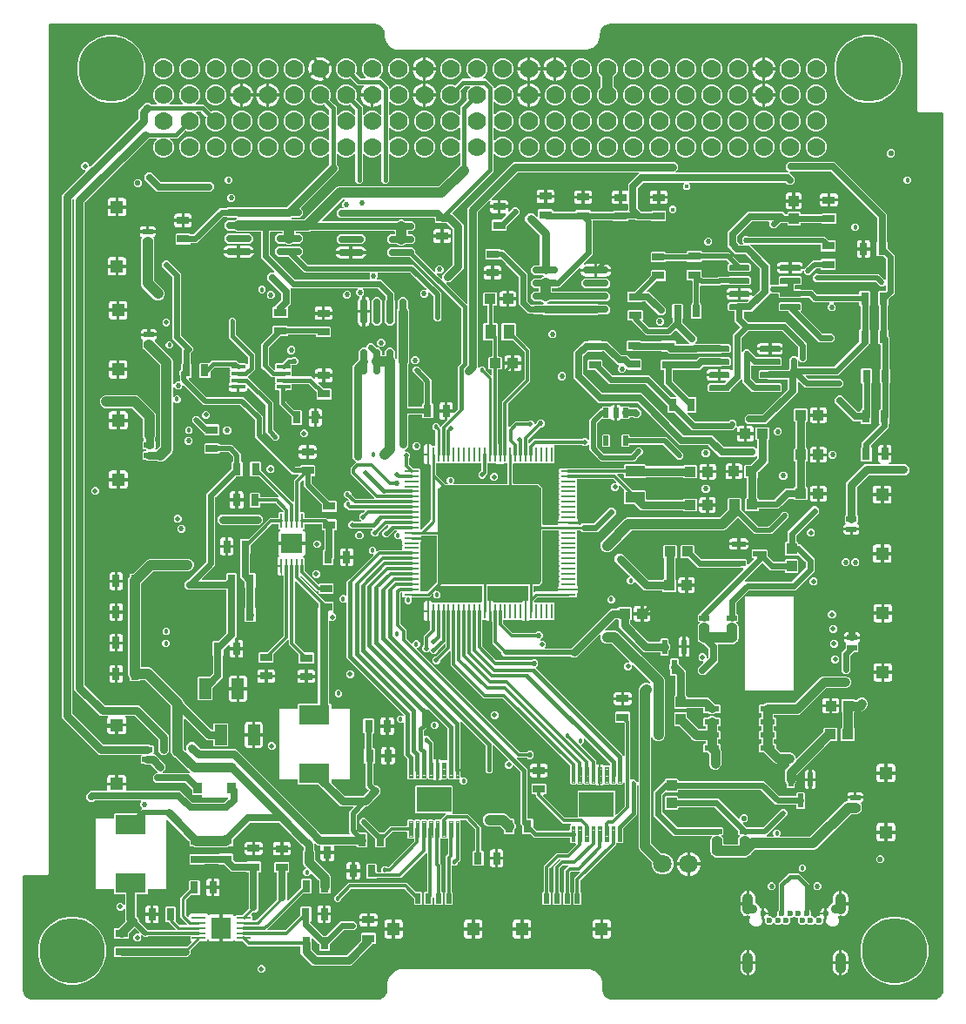
<source format=gbr>
G04 EAGLE Gerber RS-274X export*
G75*
%MOMM*%
%FSLAX34Y34*%
%LPD*%
%INBottom Copper*%
%IPPOS*%
%AMOC8*
5,1,8,0,0,1.08239X$1,22.5*%
G01*
%ADD10R,0.800000X1.200000*%
%ADD11R,1.200000X0.800000*%
%ADD12R,1.200000X2.000000*%
%ADD13R,1.100000X1.000000*%
%ADD14R,0.812800X1.041400*%
%ADD15C,6.350000*%
%ADD16C,1.778000*%
%ADD17R,1.000000X0.550000*%
%ADD18R,1.300000X1.260000*%
%ADD19R,0.550000X1.000000*%
%ADD20R,1.260000X1.300000*%
%ADD21R,1.140000X1.470000*%
%ADD22R,1.000000X1.100000*%
%ADD23C,0.102500*%
%ADD24R,3.400000X2.480000*%
%ADD25R,1.320800X0.558800*%
%ADD26R,0.558800X1.320800*%
%ADD27R,1.473200X0.279400*%
%ADD28R,0.279400X1.473200*%
%ADD29R,1.320800X0.406400*%
%ADD30R,0.279400X1.397000*%
%ADD31R,2.159000X1.930400*%
%ADD32R,1.397000X0.279400*%
%ADD33R,1.930400X2.159000*%
%ADD34R,0.558800X1.422400*%
%ADD35C,0.700000*%
%ADD36C,0.600000*%
%ADD37C,1.000000*%
%ADD38C,0.900000*%
%ADD39R,1.900000X1.100000*%
%ADD40R,2.997200X1.955800*%
%ADD41R,1.460500X0.558800*%
%ADD42R,0.990600X0.508000*%
%ADD43R,0.508000X0.977900*%
%ADD44C,0.150000*%
%ADD45C,1.800000*%
%ADD46C,0.406400*%
%ADD47C,0.304800*%
%ADD48C,0.400000*%
%ADD49C,0.457200*%
%ADD50C,0.800000*%
%ADD51C,0.525000*%
%ADD52C,0.300000*%
%ADD53C,0.500000*%
%ADD54C,0.279400*%
%ADD55C,0.495300*%
%ADD56C,0.457200*%
%ADD57C,0.495000*%
%ADD58C,0.762000*%
%ADD59C,0.600000*%
%ADD60C,0.900000*%
%ADD61C,1.016000*%
%ADD62C,0.533400*%
%ADD63C,0.355600*%
%ADD64C,0.609600*%
%ADD65C,0.450000*%
%ADD66C,0.510000*%
%ADD67C,0.350000*%
%ADD68C,0.254000*%
%ADD69C,0.419100*%
%ADD70C,0.280000*%
%ADD71C,0.850000*%
%ADD72C,0.508000*%
%ADD73C,0.381000*%
%ADD74C,0.320000*%

G36*
X348768Y3180D02*
X348768Y3180D01*
X348817Y3179D01*
X350378Y3333D01*
X350405Y3340D01*
X350433Y3341D01*
X350594Y3387D01*
X353478Y4582D01*
X353534Y4617D01*
X353594Y4642D01*
X353659Y4694D01*
X353687Y4712D01*
X353700Y4727D01*
X353725Y4747D01*
X355933Y6955D01*
X355971Y7008D01*
X356017Y7055D01*
X356057Y7128D01*
X356076Y7154D01*
X356082Y7173D01*
X356098Y7202D01*
X357293Y10086D01*
X357299Y10113D01*
X357312Y10138D01*
X357347Y10302D01*
X357501Y11863D01*
X357499Y11890D01*
X357504Y11938D01*
X357504Y20278D01*
X359805Y25833D01*
X364057Y30085D01*
X369612Y32386D01*
X554948Y32386D01*
X560503Y30085D01*
X564755Y25833D01*
X567056Y20278D01*
X567056Y11938D01*
X567060Y11912D01*
X567059Y11863D01*
X567213Y10302D01*
X567220Y10275D01*
X567221Y10247D01*
X567267Y10086D01*
X568462Y7202D01*
X568497Y7146D01*
X568522Y7086D01*
X568574Y7021D01*
X568592Y6993D01*
X568607Y6980D01*
X568627Y6955D01*
X570835Y4747D01*
X570888Y4709D01*
X570935Y4663D01*
X571008Y4623D01*
X571034Y4604D01*
X571053Y4598D01*
X571082Y4582D01*
X573966Y3387D01*
X573993Y3381D01*
X574018Y3368D01*
X574182Y3333D01*
X575743Y3179D01*
X575770Y3181D01*
X575818Y3176D01*
X889762Y3176D01*
X889788Y3180D01*
X889837Y3179D01*
X891398Y3333D01*
X891425Y3340D01*
X891453Y3341D01*
X891614Y3387D01*
X894498Y4582D01*
X894554Y4617D01*
X894614Y4642D01*
X894679Y4694D01*
X894707Y4712D01*
X894720Y4727D01*
X894745Y4747D01*
X896953Y6955D01*
X896991Y7008D01*
X897037Y7055D01*
X897077Y7128D01*
X897096Y7154D01*
X897102Y7173D01*
X897118Y7202D01*
X898313Y10086D01*
X898319Y10113D01*
X898332Y10138D01*
X898367Y10302D01*
X898521Y11863D01*
X898519Y11890D01*
X898524Y11938D01*
X898524Y864743D01*
X898521Y864763D01*
X898523Y864782D01*
X898501Y864884D01*
X898485Y864986D01*
X898475Y865003D01*
X898471Y865023D01*
X898418Y865112D01*
X898369Y865203D01*
X898355Y865217D01*
X898345Y865234D01*
X898266Y865301D01*
X898191Y865373D01*
X898173Y865381D01*
X898158Y865394D01*
X898062Y865433D01*
X897968Y865476D01*
X897948Y865478D01*
X897930Y865486D01*
X897763Y865504D01*
X874985Y865504D01*
X873124Y867365D01*
X873124Y951103D01*
X873121Y951123D01*
X873123Y951142D01*
X873101Y951244D01*
X873085Y951346D01*
X873075Y951363D01*
X873071Y951383D01*
X873018Y951472D01*
X872969Y951563D01*
X872955Y951577D01*
X872945Y951594D01*
X872866Y951661D01*
X872791Y951733D01*
X872773Y951741D01*
X872758Y951754D01*
X872662Y951793D01*
X872568Y951836D01*
X872548Y951838D01*
X872530Y951846D01*
X872363Y951864D01*
X574040Y951864D01*
X574014Y951860D01*
X573965Y951861D01*
X572256Y951692D01*
X572228Y951685D01*
X572200Y951685D01*
X572107Y951658D01*
X572081Y951653D01*
X572067Y951646D01*
X572039Y951638D01*
X568880Y950329D01*
X568824Y950295D01*
X568764Y950269D01*
X568699Y950217D01*
X568671Y950200D01*
X568659Y950185D01*
X568633Y950164D01*
X566216Y947747D01*
X566177Y947694D01*
X566131Y947647D01*
X566091Y947574D01*
X566072Y947547D01*
X566066Y947529D01*
X566051Y947500D01*
X564742Y944341D01*
X564736Y944313D01*
X564723Y944288D01*
X564688Y944124D01*
X564519Y942415D01*
X564521Y942388D01*
X564516Y942340D01*
X564516Y939182D01*
X562099Y933347D01*
X557633Y928881D01*
X551798Y926464D01*
X369681Y926464D01*
X369632Y926456D01*
X369583Y926458D01*
X369512Y926437D01*
X369438Y926425D01*
X369395Y926401D01*
X369347Y926387D01*
X369268Y926337D01*
X368166Y926460D01*
X368138Y926458D01*
X368082Y926464D01*
X366974Y926464D01*
X366957Y926483D01*
X366892Y926518D01*
X366831Y926561D01*
X366784Y926576D01*
X366740Y926599D01*
X366620Y926627D01*
X366596Y926634D01*
X366588Y926634D01*
X366577Y926636D01*
X365048Y926806D01*
X359934Y929622D01*
X356286Y934182D01*
X354661Y939789D01*
X354948Y942371D01*
X354947Y942386D01*
X354949Y942530D01*
X354792Y944124D01*
X354785Y944152D01*
X354785Y944180D01*
X354738Y944341D01*
X353429Y947500D01*
X353395Y947556D01*
X353369Y947616D01*
X353317Y947681D01*
X353300Y947709D01*
X353285Y947721D01*
X353264Y947747D01*
X350847Y950164D01*
X350794Y950203D01*
X350747Y950249D01*
X350674Y950289D01*
X350647Y950308D01*
X350628Y950314D01*
X350600Y950329D01*
X347441Y951638D01*
X347413Y951644D01*
X347388Y951657D01*
X347340Y951668D01*
X347323Y951675D01*
X347289Y951678D01*
X347224Y951692D01*
X345515Y951861D01*
X345488Y951859D01*
X345440Y951864D01*
X29337Y951864D01*
X29317Y951861D01*
X29298Y951863D01*
X29196Y951841D01*
X29094Y951825D01*
X29077Y951815D01*
X29057Y951811D01*
X28968Y951758D01*
X28877Y951709D01*
X28863Y951695D01*
X28846Y951685D01*
X28779Y951606D01*
X28707Y951531D01*
X28699Y951513D01*
X28686Y951498D01*
X28647Y951402D01*
X28604Y951308D01*
X28602Y951288D01*
X28594Y951270D01*
X28576Y951103D01*
X28576Y125685D01*
X26715Y123824D01*
X3937Y123824D01*
X3917Y123821D01*
X3898Y123823D01*
X3796Y123801D01*
X3694Y123785D01*
X3677Y123775D01*
X3657Y123771D01*
X3568Y123718D01*
X3477Y123669D01*
X3463Y123655D01*
X3446Y123645D01*
X3379Y123566D01*
X3307Y123491D01*
X3299Y123473D01*
X3286Y123458D01*
X3247Y123362D01*
X3204Y123268D01*
X3202Y123248D01*
X3194Y123230D01*
X3176Y123063D01*
X3176Y11938D01*
X3180Y11912D01*
X3179Y11863D01*
X3333Y10302D01*
X3340Y10275D01*
X3341Y10247D01*
X3387Y10086D01*
X4582Y7202D01*
X4617Y7146D01*
X4642Y7086D01*
X4694Y7021D01*
X4712Y6993D01*
X4727Y6980D01*
X4747Y6955D01*
X6955Y4747D01*
X7008Y4709D01*
X7055Y4663D01*
X7128Y4623D01*
X7154Y4604D01*
X7173Y4598D01*
X7202Y4582D01*
X10086Y3387D01*
X10113Y3381D01*
X10138Y3368D01*
X10302Y3333D01*
X11863Y3179D01*
X11890Y3181D01*
X11938Y3176D01*
X348742Y3176D01*
X348768Y3180D01*
G37*
%LPC*%
G36*
X509178Y95422D02*
X509178Y95422D01*
X508434Y96167D01*
X508434Y107220D01*
X509304Y108090D01*
X509359Y108119D01*
X509373Y108133D01*
X509390Y108143D01*
X509457Y108222D01*
X509528Y108297D01*
X509537Y108315D01*
X509550Y108330D01*
X509588Y108426D01*
X509632Y108520D01*
X509634Y108540D01*
X509641Y108558D01*
X509660Y108725D01*
X509660Y132965D01*
X511520Y134825D01*
X520378Y143683D01*
X522238Y145543D01*
X532181Y145543D01*
X532271Y145557D01*
X532362Y145565D01*
X532392Y145577D01*
X532424Y145582D01*
X532505Y145625D01*
X532588Y145661D01*
X532621Y145687D01*
X532641Y145698D01*
X532663Y145721D01*
X532719Y145766D01*
X540873Y153920D01*
X540915Y153978D01*
X540965Y154030D01*
X540987Y154077D01*
X541017Y154119D01*
X541038Y154188D01*
X541068Y154253D01*
X541074Y154305D01*
X541089Y154355D01*
X541087Y154426D01*
X541095Y154497D01*
X541084Y154548D01*
X541083Y154600D01*
X541058Y154668D01*
X541043Y154738D01*
X541016Y154782D01*
X540998Y154831D01*
X540954Y154887D01*
X540917Y154949D01*
X540877Y154983D01*
X540845Y155023D01*
X540784Y155062D01*
X540730Y155109D01*
X540682Y155128D01*
X540638Y155156D01*
X540568Y155174D01*
X540502Y155201D01*
X540430Y155209D01*
X540399Y155217D01*
X540376Y155215D01*
X540335Y155219D01*
X536060Y155219D01*
X535015Y156264D01*
X535015Y160276D01*
X535012Y160296D01*
X535014Y160315D01*
X534992Y160417D01*
X534976Y160519D01*
X534966Y160536D01*
X534962Y160556D01*
X534909Y160645D01*
X534860Y160736D01*
X534846Y160750D01*
X534836Y160767D01*
X534757Y160834D01*
X534682Y160906D01*
X534664Y160914D01*
X534649Y160927D01*
X534553Y160966D01*
X534459Y161009D01*
X534439Y161011D01*
X534421Y161019D01*
X534254Y161037D01*
X500136Y161037D01*
X497978Y163195D01*
X496963Y164210D01*
X496889Y164263D01*
X496820Y164323D01*
X496789Y164335D01*
X496763Y164354D01*
X496676Y164381D01*
X496591Y164415D01*
X496550Y164419D01*
X496528Y164426D01*
X496496Y164425D01*
X496425Y164433D01*
X489614Y164433D01*
X488869Y165178D01*
X488869Y171989D01*
X488855Y172079D01*
X488847Y172170D01*
X488835Y172199D01*
X488830Y172231D01*
X488787Y172312D01*
X488751Y172396D01*
X488725Y172428D01*
X488714Y172449D01*
X488691Y172471D01*
X488646Y172527D01*
X487171Y174002D01*
X487171Y224123D01*
X487157Y224213D01*
X487149Y224304D01*
X487137Y224333D01*
X487132Y224365D01*
X487089Y224446D01*
X487053Y224530D01*
X487027Y224562D01*
X487016Y224583D01*
X486993Y224605D01*
X486948Y224661D01*
X480789Y230820D01*
X480731Y230862D01*
X480679Y230912D01*
X480631Y230934D01*
X480589Y230964D01*
X480521Y230985D01*
X480455Y231015D01*
X480404Y231021D01*
X480354Y231036D01*
X480282Y231035D01*
X480211Y231042D01*
X480160Y231031D01*
X480108Y231030D01*
X480041Y231005D01*
X479971Y230990D01*
X479926Y230963D01*
X479877Y230946D01*
X479821Y230901D01*
X479760Y230864D01*
X479726Y230824D01*
X479685Y230792D01*
X479646Y230732D01*
X479600Y230677D01*
X479580Y230629D01*
X479552Y230585D01*
X479535Y230515D01*
X479508Y230449D01*
X479500Y230378D01*
X479492Y230346D01*
X479494Y230323D01*
X479489Y230282D01*
X479489Y230096D01*
X477294Y227901D01*
X474190Y227901D01*
X471995Y230096D01*
X471995Y233200D01*
X474190Y235395D01*
X474376Y235395D01*
X474447Y235407D01*
X474519Y235409D01*
X474568Y235427D01*
X474619Y235435D01*
X474682Y235468D01*
X474750Y235493D01*
X474790Y235526D01*
X474836Y235550D01*
X474886Y235602D01*
X474942Y235647D01*
X474970Y235691D01*
X475006Y235728D01*
X475036Y235793D01*
X475075Y235854D01*
X475087Y235904D01*
X475109Y235951D01*
X475117Y236023D01*
X475135Y236092D01*
X475131Y236144D01*
X475136Y236196D01*
X475121Y236266D01*
X475116Y236337D01*
X475095Y236385D01*
X475084Y236436D01*
X475047Y236498D01*
X475019Y236564D01*
X474975Y236620D01*
X474958Y236647D01*
X474940Y236663D01*
X474914Y236695D01*
X461040Y250569D01*
X460982Y250611D01*
X460930Y250660D01*
X460883Y250682D01*
X460841Y250713D01*
X460772Y250734D01*
X460707Y250764D01*
X460655Y250770D01*
X460605Y250785D01*
X460534Y250783D01*
X460463Y250791D01*
X460412Y250780D01*
X460360Y250779D01*
X460292Y250754D01*
X460222Y250739D01*
X460178Y250712D01*
X460129Y250694D01*
X460073Y250649D01*
X460011Y250612D01*
X459977Y250573D01*
X459937Y250540D01*
X459898Y250480D01*
X459851Y250426D01*
X459832Y250377D01*
X459804Y250333D01*
X459786Y250264D01*
X459759Y250197D01*
X459751Y250126D01*
X459743Y250095D01*
X459745Y250072D01*
X459741Y250031D01*
X459741Y228865D01*
X459755Y228774D01*
X459763Y228684D01*
X459775Y228654D01*
X459780Y228622D01*
X459823Y228541D01*
X459859Y228457D01*
X459885Y228425D01*
X459896Y228404D01*
X459919Y228382D01*
X459964Y228326D01*
X459995Y228295D01*
X459995Y225349D01*
X457911Y223265D01*
X454965Y223265D01*
X452881Y225349D01*
X452881Y228295D01*
X452912Y228326D01*
X452965Y228400D01*
X453025Y228470D01*
X453037Y228500D01*
X453056Y228526D01*
X453083Y228613D01*
X453117Y228698D01*
X453121Y228739D01*
X453128Y228761D01*
X453127Y228793D01*
X453135Y228865D01*
X453135Y249777D01*
X453121Y249867D01*
X453113Y249958D01*
X453101Y249987D01*
X453096Y250019D01*
X453053Y250100D01*
X453017Y250184D01*
X452991Y250216D01*
X452980Y250237D01*
X452957Y250259D01*
X452912Y250315D01*
X430234Y272993D01*
X430176Y273035D01*
X430124Y273084D01*
X430077Y273106D01*
X430035Y273137D01*
X429966Y273158D01*
X429901Y273188D01*
X429849Y273194D01*
X429799Y273209D01*
X429728Y273207D01*
X429657Y273215D01*
X429606Y273204D01*
X429554Y273203D01*
X429486Y273178D01*
X429416Y273163D01*
X429371Y273136D01*
X429323Y273118D01*
X429267Y273073D01*
X429205Y273036D01*
X429171Y272997D01*
X429131Y272964D01*
X429092Y272904D01*
X429045Y272850D01*
X429026Y272801D01*
X428998Y272757D01*
X428980Y272688D01*
X428953Y272621D01*
X428945Y272550D01*
X428937Y272519D01*
X428939Y272496D01*
X428935Y272455D01*
X428935Y235035D01*
X428949Y234945D01*
X428957Y234854D01*
X428969Y234825D01*
X428974Y234793D01*
X429017Y234712D01*
X429043Y234652D01*
X429043Y220011D01*
X429054Y219940D01*
X429056Y219868D01*
X429074Y219819D01*
X429082Y219768D01*
X429116Y219705D01*
X429141Y219637D01*
X429173Y219596D01*
X429198Y219550D01*
X429249Y219501D01*
X429294Y219445D01*
X429338Y219417D01*
X429376Y219381D01*
X429441Y219351D01*
X429501Y219312D01*
X429552Y219299D01*
X429599Y219277D01*
X429670Y219269D01*
X429740Y219252D01*
X429792Y219256D01*
X429843Y219250D01*
X429914Y219266D01*
X429985Y219271D01*
X430033Y219291D01*
X430084Y219303D01*
X430145Y219339D01*
X430211Y219367D01*
X430267Y219412D01*
X430295Y219429D01*
X430310Y219447D01*
X430323Y219457D01*
X433273Y219457D01*
X435357Y217373D01*
X435357Y214427D01*
X433273Y212343D01*
X430327Y212343D01*
X428243Y214427D01*
X428243Y216654D01*
X428240Y216674D01*
X428242Y216693D01*
X428220Y216795D01*
X428204Y216897D01*
X428194Y216914D01*
X428190Y216934D01*
X428137Y217023D01*
X428088Y217114D01*
X428074Y217128D01*
X428064Y217145D01*
X427985Y217212D01*
X427910Y217284D01*
X427892Y217292D01*
X427877Y217305D01*
X427781Y217344D01*
X427687Y217387D01*
X427667Y217389D01*
X427649Y217397D01*
X427482Y217415D01*
X423446Y217415D01*
X423010Y217851D01*
X422994Y217862D01*
X422982Y217878D01*
X422894Y217934D01*
X422811Y217994D01*
X422792Y218000D01*
X422775Y218011D01*
X422674Y218036D01*
X422575Y218067D01*
X422556Y218066D01*
X422536Y218071D01*
X422433Y218063D01*
X422330Y218060D01*
X422311Y218053D01*
X422291Y218052D01*
X422196Y218012D01*
X422099Y217976D01*
X422083Y217963D01*
X422065Y217956D01*
X421934Y217851D01*
X421498Y217415D01*
X416946Y217415D01*
X416510Y217851D01*
X416494Y217862D01*
X416482Y217878D01*
X416394Y217934D01*
X416311Y217994D01*
X416292Y218000D01*
X416275Y218011D01*
X416174Y218036D01*
X416075Y218067D01*
X416056Y218066D01*
X416036Y218071D01*
X415933Y218063D01*
X415830Y218060D01*
X415811Y218053D01*
X415791Y218052D01*
X415696Y218012D01*
X415599Y217976D01*
X415583Y217963D01*
X415565Y217956D01*
X415434Y217851D01*
X414998Y217415D01*
X410610Y217415D01*
X410519Y217401D01*
X410429Y217393D01*
X410399Y217381D01*
X410367Y217376D01*
X410286Y217333D01*
X410202Y217297D01*
X410170Y217271D01*
X410149Y217260D01*
X410127Y217237D01*
X410071Y217192D01*
X409634Y216755D01*
X408938Y216353D01*
X408162Y216145D01*
X407246Y216145D01*
X407246Y226273D01*
X407243Y226292D01*
X407245Y226312D01*
X407223Y226414D01*
X407207Y226516D01*
X407197Y226533D01*
X407195Y226544D01*
X407218Y226594D01*
X407220Y226614D01*
X407228Y226632D01*
X407246Y226799D01*
X407246Y236927D01*
X408162Y236927D01*
X408938Y236719D01*
X409634Y236317D01*
X410071Y235880D01*
X410145Y235827D01*
X410215Y235767D01*
X410245Y235755D01*
X410271Y235736D01*
X410358Y235709D01*
X410443Y235675D01*
X410484Y235671D01*
X410506Y235664D01*
X410538Y235665D01*
X410610Y235657D01*
X415070Y235657D01*
X415090Y235660D01*
X415109Y235658D01*
X415211Y235680D01*
X415313Y235696D01*
X415330Y235706D01*
X415350Y235710D01*
X415439Y235763D01*
X415530Y235812D01*
X415544Y235826D01*
X415561Y235836D01*
X415628Y235915D01*
X415700Y235990D01*
X415708Y236008D01*
X415721Y236023D01*
X415760Y236119D01*
X415803Y236213D01*
X415805Y236233D01*
X415813Y236251D01*
X415831Y236418D01*
X415831Y266507D01*
X415817Y266597D01*
X415809Y266688D01*
X415797Y266717D01*
X415792Y266749D01*
X415749Y266830D01*
X415713Y266914D01*
X415687Y266946D01*
X415676Y266967D01*
X415653Y266989D01*
X415608Y267045D01*
X397270Y285383D01*
X397212Y285425D01*
X397160Y285474D01*
X397140Y285484D01*
X397133Y285489D01*
X397109Y285499D01*
X397071Y285527D01*
X397002Y285548D01*
X396937Y285578D01*
X396885Y285584D01*
X396835Y285599D01*
X396764Y285597D01*
X396693Y285605D01*
X396642Y285594D01*
X396590Y285593D01*
X396522Y285568D01*
X396452Y285553D01*
X396407Y285526D01*
X396359Y285508D01*
X396303Y285463D01*
X396241Y285426D01*
X396207Y285387D01*
X396167Y285354D01*
X396128Y285294D01*
X396118Y285282D01*
X396102Y285266D01*
X396101Y285262D01*
X396081Y285240D01*
X396062Y285191D01*
X396034Y285147D01*
X396017Y285083D01*
X395999Y285043D01*
X395998Y285032D01*
X395989Y285011D01*
X395981Y284940D01*
X395973Y284909D01*
X395975Y284886D01*
X395971Y284845D01*
X395971Y267645D01*
X393394Y265068D01*
X393341Y264994D01*
X393281Y264925D01*
X393269Y264895D01*
X393250Y264868D01*
X393223Y264781D01*
X393189Y264697D01*
X393185Y264656D01*
X393178Y264633D01*
X393179Y264601D01*
X393171Y264530D01*
X393171Y260085D01*
X393182Y260013D01*
X393184Y259941D01*
X393202Y259893D01*
X393210Y259842D01*
X393244Y259778D01*
X393269Y259710D01*
X393301Y259670D01*
X393326Y259624D01*
X393378Y259575D01*
X393423Y259518D01*
X393466Y259491D01*
X393504Y259455D01*
X393569Y259425D01*
X393630Y259386D01*
X393680Y259373D01*
X393727Y259351D01*
X393799Y259343D01*
X393869Y259326D01*
X393920Y259330D01*
X393971Y259324D01*
X394019Y259335D01*
X397205Y259335D01*
X399289Y257251D01*
X399289Y256848D01*
X399303Y256758D01*
X399311Y256667D01*
X399323Y256637D01*
X399328Y256605D01*
X399371Y256525D01*
X399407Y256441D01*
X399433Y256409D01*
X399444Y256388D01*
X399467Y256366D01*
X399512Y256310D01*
X402771Y253051D01*
X402771Y237514D01*
X402790Y237397D01*
X402808Y237279D01*
X402810Y237275D01*
X402810Y237271D01*
X402867Y237165D01*
X402921Y237060D01*
X402924Y237057D01*
X402926Y237054D01*
X403012Y236972D01*
X403097Y236889D01*
X403101Y236887D01*
X403104Y236884D01*
X403212Y236834D01*
X403319Y236783D01*
X403323Y236782D01*
X403327Y236781D01*
X403444Y236768D01*
X403563Y236753D01*
X403568Y236754D01*
X403571Y236754D01*
X403585Y236756D01*
X403729Y236778D01*
X404283Y236927D01*
X405198Y236927D01*
X405198Y226799D01*
X405201Y226780D01*
X405199Y226760D01*
X405221Y226658D01*
X405237Y226556D01*
X405247Y226539D01*
X405249Y226528D01*
X405226Y226478D01*
X405224Y226458D01*
X405216Y226440D01*
X405198Y226273D01*
X405198Y216145D01*
X404282Y216145D01*
X403506Y216353D01*
X402810Y216755D01*
X402373Y217192D01*
X402299Y217245D01*
X402229Y217305D01*
X402199Y217317D01*
X402173Y217336D01*
X402086Y217363D01*
X402001Y217397D01*
X401960Y217401D01*
X401938Y217408D01*
X401906Y217407D01*
X401834Y217415D01*
X397446Y217415D01*
X397010Y217851D01*
X396994Y217862D01*
X396982Y217878D01*
X396894Y217934D01*
X396811Y217994D01*
X396792Y218000D01*
X396775Y218011D01*
X396674Y218036D01*
X396575Y218067D01*
X396556Y218066D01*
X396536Y218071D01*
X396433Y218063D01*
X396330Y218060D01*
X396311Y218053D01*
X396291Y218052D01*
X396196Y218012D01*
X396099Y217976D01*
X396083Y217963D01*
X396065Y217956D01*
X395934Y217851D01*
X395498Y217415D01*
X390946Y217415D01*
X390510Y217851D01*
X390494Y217862D01*
X390482Y217878D01*
X390394Y217934D01*
X390311Y217994D01*
X390292Y218000D01*
X390275Y218011D01*
X390174Y218036D01*
X390075Y218067D01*
X390056Y218066D01*
X390036Y218071D01*
X389933Y218063D01*
X389830Y218060D01*
X389811Y218053D01*
X389791Y218052D01*
X389696Y218012D01*
X389599Y217976D01*
X389583Y217963D01*
X389565Y217956D01*
X389434Y217851D01*
X388998Y217415D01*
X384446Y217415D01*
X384010Y217851D01*
X383994Y217862D01*
X383982Y217878D01*
X383894Y217934D01*
X383811Y217994D01*
X383792Y218000D01*
X383775Y218011D01*
X383674Y218036D01*
X383575Y218067D01*
X383556Y218066D01*
X383536Y218071D01*
X383433Y218063D01*
X383330Y218060D01*
X383311Y218053D01*
X383291Y218052D01*
X383196Y218012D01*
X383099Y217976D01*
X383083Y217963D01*
X383065Y217956D01*
X382934Y217851D01*
X382498Y217415D01*
X377946Y217415D01*
X376901Y218460D01*
X376901Y234733D01*
X376933Y234811D01*
X376937Y234852D01*
X376944Y234874D01*
X376943Y234906D01*
X376951Y234977D01*
X376951Y236908D01*
X376950Y236916D01*
X376950Y236919D01*
X376947Y236933D01*
X376937Y236998D01*
X376929Y237089D01*
X376917Y237119D01*
X376912Y237151D01*
X376869Y237231D01*
X376833Y237315D01*
X376807Y237347D01*
X376796Y237368D01*
X376773Y237390D01*
X376728Y237446D01*
X373929Y240245D01*
X373929Y272323D01*
X373918Y272394D01*
X373916Y272466D01*
X373898Y272515D01*
X373890Y272566D01*
X373856Y272630D01*
X373831Y272697D01*
X373799Y272738D01*
X373774Y272784D01*
X373722Y272833D01*
X373678Y272889D01*
X373634Y272917D01*
X373596Y272953D01*
X373531Y272983D01*
X373471Y273022D01*
X373420Y273035D01*
X373373Y273057D01*
X373302Y273065D01*
X373232Y273082D01*
X373180Y273078D01*
X373129Y273084D01*
X373058Y273068D01*
X372987Y273063D01*
X372939Y273043D01*
X372888Y273031D01*
X372827Y272995D01*
X372761Y272967D01*
X372705Y272922D01*
X372677Y272905D01*
X372662Y272887D01*
X372630Y272862D01*
X372073Y272305D01*
X369127Y272305D01*
X367043Y274389D01*
X367043Y277335D01*
X369127Y279419D01*
X372073Y279419D01*
X372630Y278862D01*
X372688Y278820D01*
X372740Y278771D01*
X372787Y278749D01*
X372829Y278719D01*
X372898Y278698D01*
X372963Y278667D01*
X373015Y278662D01*
X373065Y278646D01*
X373136Y278648D01*
X373207Y278640D01*
X373258Y278651D01*
X373310Y278653D01*
X373378Y278677D01*
X373448Y278693D01*
X373493Y278719D01*
X373541Y278737D01*
X373597Y278782D01*
X373659Y278819D01*
X373693Y278858D01*
X373733Y278891D01*
X373772Y278951D01*
X373819Y279006D01*
X373838Y279054D01*
X373866Y279098D01*
X373884Y279167D01*
X373911Y279234D01*
X373919Y279305D01*
X373927Y279336D01*
X373925Y279360D01*
X373929Y279401D01*
X373929Y279453D01*
X373915Y279543D01*
X373907Y279634D01*
X373895Y279663D01*
X373890Y279695D01*
X373847Y279776D01*
X373811Y279860D01*
X373785Y279892D01*
X373774Y279913D01*
X373751Y279935D01*
X373706Y279991D01*
X318007Y335690D01*
X318007Y389371D01*
X317996Y389442D01*
X317994Y389514D01*
X317976Y389563D01*
X317968Y389614D01*
X317934Y389678D01*
X317909Y389745D01*
X317877Y389786D01*
X317852Y389832D01*
X317800Y389881D01*
X317756Y389937D01*
X317712Y389965D01*
X317674Y390001D01*
X317609Y390031D01*
X317549Y390070D01*
X317498Y390083D01*
X317451Y390105D01*
X317380Y390113D01*
X317310Y390130D01*
X317258Y390126D01*
X317207Y390132D01*
X317136Y390116D01*
X317065Y390111D01*
X317017Y390091D01*
X316966Y390079D01*
X316905Y390043D01*
X316839Y390015D01*
X316783Y389970D01*
X316755Y389953D01*
X316740Y389935D01*
X316708Y389910D01*
X316179Y389381D01*
X313233Y389381D01*
X311149Y391465D01*
X311149Y394411D01*
X313233Y396495D01*
X316179Y396495D01*
X316708Y395966D01*
X316766Y395924D01*
X316818Y395875D01*
X316865Y395853D01*
X316907Y395823D01*
X316976Y395802D01*
X317041Y395771D01*
X317093Y395766D01*
X317143Y395750D01*
X317214Y395752D01*
X317285Y395744D01*
X317336Y395755D01*
X317388Y395757D01*
X317456Y395781D01*
X317526Y395797D01*
X317571Y395823D01*
X317619Y395841D01*
X317675Y395886D01*
X317737Y395923D01*
X317771Y395962D01*
X317811Y395995D01*
X317850Y396055D01*
X317897Y396110D01*
X317916Y396158D01*
X317944Y396202D01*
X317962Y396271D01*
X317989Y396338D01*
X317997Y396409D01*
X318005Y396440D01*
X318003Y396464D01*
X318007Y396505D01*
X318007Y409812D01*
X319942Y411747D01*
X320345Y411747D01*
X320435Y411761D01*
X320526Y411769D01*
X320556Y411781D01*
X320588Y411786D01*
X320668Y411829D01*
X320752Y411865D01*
X320784Y411891D01*
X320805Y411902D01*
X320827Y411925D01*
X320883Y411970D01*
X344044Y435130D01*
X344086Y435188D01*
X344135Y435240D01*
X344157Y435288D01*
X344187Y435330D01*
X344208Y435398D01*
X344239Y435463D01*
X344244Y435515D01*
X344260Y435565D01*
X344258Y435637D01*
X344266Y435708D01*
X344255Y435759D01*
X344253Y435811D01*
X344229Y435878D01*
X344213Y435948D01*
X344187Y435993D01*
X344169Y436042D01*
X344124Y436098D01*
X344087Y436159D01*
X344048Y436193D01*
X344015Y436234D01*
X343955Y436273D01*
X343900Y436319D01*
X343852Y436339D01*
X343808Y436367D01*
X343739Y436384D01*
X343672Y436411D01*
X343601Y436419D01*
X343570Y436427D01*
X343546Y436425D01*
X343505Y436430D01*
X341580Y436430D01*
X339497Y438513D01*
X339497Y441460D01*
X341580Y443543D01*
X344527Y443543D01*
X346610Y441460D01*
X346610Y439534D01*
X346622Y439464D01*
X346624Y439392D01*
X346641Y439343D01*
X346650Y439292D01*
X346683Y439228D01*
X346708Y439161D01*
X346741Y439120D01*
X346765Y439074D01*
X346817Y439025D01*
X346862Y438969D01*
X346906Y438941D01*
X346943Y438905D01*
X347008Y438875D01*
X347069Y438836D01*
X347119Y438823D01*
X347166Y438801D01*
X347238Y438793D01*
X347307Y438776D01*
X347359Y438780D01*
X347411Y438774D01*
X347481Y438789D01*
X347552Y438795D01*
X347600Y438815D01*
X347651Y438826D01*
X347713Y438863D01*
X347779Y438891D01*
X347835Y438936D01*
X347862Y438953D01*
X347878Y438970D01*
X347910Y438996D01*
X348908Y439995D01*
X371602Y439995D01*
X371622Y439998D01*
X371641Y439996D01*
X371743Y440018D01*
X371845Y440034D01*
X371862Y440044D01*
X371882Y440048D01*
X371971Y440101D01*
X372062Y440150D01*
X372076Y440164D01*
X372093Y440174D01*
X372160Y440253D01*
X372232Y440328D01*
X372240Y440346D01*
X372253Y440361D01*
X372292Y440457D01*
X372335Y440551D01*
X372337Y440571D01*
X372345Y440589D01*
X372363Y440756D01*
X372363Y444123D01*
X372402Y444162D01*
X372413Y444178D01*
X372429Y444190D01*
X372460Y444239D01*
X372492Y444273D01*
X372512Y444315D01*
X372545Y444361D01*
X372551Y444380D01*
X372562Y444397D01*
X372576Y444453D01*
X372596Y444496D01*
X372601Y444542D01*
X372618Y444596D01*
X372617Y444616D01*
X372622Y444636D01*
X372617Y444692D01*
X372623Y444740D01*
X372613Y444787D01*
X372611Y444842D01*
X372604Y444861D01*
X372603Y444881D01*
X372581Y444932D01*
X372571Y444981D01*
X372545Y445023D01*
X372527Y445073D01*
X372514Y445089D01*
X372506Y445107D01*
X372461Y445165D01*
X372444Y445192D01*
X372427Y445206D01*
X372402Y445238D01*
X372363Y445277D01*
X372363Y448165D01*
X372349Y448255D01*
X372341Y448346D01*
X372329Y448376D01*
X372324Y448408D01*
X372281Y448489D01*
X372245Y448573D01*
X372219Y448605D01*
X372208Y448625D01*
X372185Y448648D01*
X372140Y448704D01*
X371601Y449243D01*
X371266Y449822D01*
X371093Y450469D01*
X371093Y450585D01*
X371082Y450656D01*
X371080Y450728D01*
X371062Y450777D01*
X371054Y450828D01*
X371020Y450892D01*
X370995Y450959D01*
X370963Y451000D01*
X370938Y451046D01*
X370886Y451095D01*
X370842Y451151D01*
X370798Y451179D01*
X370760Y451215D01*
X370695Y451245D01*
X370635Y451284D01*
X370584Y451297D01*
X370537Y451319D01*
X370466Y451327D01*
X370396Y451344D01*
X370344Y451340D01*
X370293Y451346D01*
X370222Y451330D01*
X370151Y451325D01*
X370103Y451305D01*
X370052Y451293D01*
X369991Y451257D01*
X369925Y451229D01*
X369869Y451184D01*
X369841Y451167D01*
X369826Y451150D01*
X369794Y451124D01*
X369519Y450849D01*
X366573Y450849D01*
X364489Y452933D01*
X364489Y455879D01*
X366716Y458106D01*
X366758Y458164D01*
X366807Y458216D01*
X366829Y458263D01*
X366859Y458305D01*
X366880Y458374D01*
X366911Y458439D01*
X366916Y458491D01*
X366932Y458541D01*
X366930Y458612D01*
X366938Y458683D01*
X366927Y458734D01*
X366925Y458786D01*
X366901Y458854D01*
X366885Y458924D01*
X366859Y458969D01*
X366841Y459017D01*
X366796Y459073D01*
X366759Y459135D01*
X366720Y459169D01*
X366687Y459209D01*
X366627Y459248D01*
X366572Y459295D01*
X366524Y459314D01*
X366480Y459342D01*
X366411Y459360D01*
X366344Y459387D01*
X366273Y459395D01*
X366242Y459403D01*
X366218Y459401D01*
X366177Y459405D01*
X364569Y459405D01*
X364479Y459391D01*
X364388Y459383D01*
X364359Y459371D01*
X364327Y459366D01*
X364246Y459323D01*
X364162Y459287D01*
X364130Y459261D01*
X364109Y459250D01*
X364087Y459227D01*
X364031Y459182D01*
X360586Y455737D01*
X360533Y455663D01*
X360474Y455594D01*
X360461Y455564D01*
X360443Y455538D01*
X360416Y455451D01*
X360382Y455366D01*
X360377Y455325D01*
X360370Y455303D01*
X360371Y455270D01*
X360363Y455199D01*
X360363Y454886D01*
X358168Y452691D01*
X355064Y452691D01*
X352869Y454886D01*
X352869Y457990D01*
X355064Y460185D01*
X355377Y460185D01*
X355467Y460200D01*
X355558Y460207D01*
X355588Y460220D01*
X355620Y460225D01*
X355700Y460268D01*
X355784Y460303D01*
X355817Y460329D01*
X355837Y460340D01*
X355859Y460363D01*
X355915Y460408D01*
X358537Y463030D01*
X358579Y463088D01*
X358628Y463140D01*
X358650Y463187D01*
X358681Y463229D01*
X358702Y463298D01*
X358732Y463363D01*
X358738Y463415D01*
X358753Y463465D01*
X358751Y463536D01*
X358759Y463607D01*
X358748Y463658D01*
X358747Y463710D01*
X358722Y463778D01*
X358707Y463848D01*
X358680Y463893D01*
X358662Y463941D01*
X358617Y463997D01*
X358580Y464059D01*
X358541Y464093D01*
X358508Y464133D01*
X358448Y464172D01*
X358394Y464219D01*
X358345Y464238D01*
X358301Y464266D01*
X358232Y464284D01*
X358165Y464311D01*
X358094Y464319D01*
X358063Y464327D01*
X358040Y464325D01*
X357999Y464329D01*
X356944Y464329D01*
X356854Y464315D01*
X356763Y464307D01*
X356734Y464295D01*
X356702Y464290D01*
X356621Y464247D01*
X356537Y464211D01*
X356505Y464185D01*
X356484Y464174D01*
X356462Y464151D01*
X356406Y464106D01*
X349409Y457109D01*
X349356Y457035D01*
X349296Y456965D01*
X349284Y456935D01*
X349265Y456909D01*
X349238Y456822D01*
X349204Y456737D01*
X349200Y456696D01*
X349193Y456674D01*
X349194Y456642D01*
X349186Y456571D01*
X349186Y455648D01*
X346992Y453454D01*
X343888Y453454D01*
X341694Y455648D01*
X341694Y458752D01*
X343160Y460218D01*
X343202Y460276D01*
X343252Y460328D01*
X343274Y460375D01*
X343304Y460417D01*
X343325Y460486D01*
X343355Y460551D01*
X343361Y460603D01*
X343376Y460653D01*
X343375Y460724D01*
X343382Y460795D01*
X343371Y460846D01*
X343370Y460898D01*
X343345Y460966D01*
X343330Y461036D01*
X343303Y461081D01*
X343286Y461129D01*
X343241Y461185D01*
X343204Y461247D01*
X343164Y461281D01*
X343132Y461321D01*
X343072Y461360D01*
X343017Y461407D01*
X342969Y461426D01*
X342925Y461454D01*
X342855Y461472D01*
X342789Y461499D01*
X342718Y461507D01*
X342686Y461515D01*
X342663Y461513D01*
X342622Y461517D01*
X325654Y461517D01*
X325564Y461503D01*
X325473Y461495D01*
X325443Y461483D01*
X325411Y461478D01*
X325331Y461435D01*
X325247Y461399D01*
X325215Y461373D01*
X325194Y461362D01*
X325172Y461339D01*
X325116Y461294D01*
X324894Y461073D01*
X321790Y461073D01*
X319595Y463268D01*
X319595Y466372D01*
X321790Y468567D01*
X324894Y468567D01*
X325116Y468346D01*
X325190Y468293D01*
X325259Y468233D01*
X325289Y468221D01*
X325315Y468202D01*
X325402Y468175D01*
X325487Y468141D01*
X325528Y468137D01*
X325551Y468130D01*
X325583Y468131D01*
X325654Y468123D01*
X331190Y468123D01*
X331261Y468134D01*
X331333Y468136D01*
X331381Y468154D01*
X331433Y468162D01*
X331496Y468196D01*
X331564Y468221D01*
X331604Y468253D01*
X331650Y468278D01*
X331700Y468330D01*
X331756Y468374D01*
X331784Y468418D01*
X331820Y468456D01*
X331850Y468521D01*
X331889Y468581D01*
X331901Y468632D01*
X331923Y468679D01*
X331931Y468750D01*
X331949Y468820D01*
X331945Y468872D01*
X331950Y468923D01*
X331935Y468994D01*
X331929Y469065D01*
X331909Y469113D01*
X331898Y469164D01*
X331861Y469225D01*
X331833Y469291D01*
X331788Y469347D01*
X331772Y469375D01*
X331754Y469390D01*
X331728Y469422D01*
X330263Y470888D01*
X330263Y473992D01*
X332458Y476187D01*
X333490Y476187D01*
X333580Y476202D01*
X333671Y476209D01*
X333700Y476222D01*
X333732Y476227D01*
X333813Y476270D01*
X333897Y476305D01*
X333929Y476331D01*
X333950Y476342D01*
X333972Y476365D01*
X334028Y476410D01*
X335723Y478106D01*
X335765Y478164D01*
X335815Y478216D01*
X335837Y478263D01*
X335867Y478305D01*
X335888Y478374D01*
X335918Y478439D01*
X335924Y478491D01*
X335939Y478541D01*
X335937Y478612D01*
X335945Y478683D01*
X335934Y478734D01*
X335933Y478786D01*
X335908Y478854D01*
X335893Y478924D01*
X335866Y478969D01*
X335848Y479017D01*
X335804Y479073D01*
X335767Y479135D01*
X335727Y479169D01*
X335695Y479209D01*
X335634Y479248D01*
X335580Y479295D01*
X335532Y479314D01*
X335488Y479342D01*
X335418Y479360D01*
X335352Y479387D01*
X335280Y479395D01*
X335249Y479403D01*
X335226Y479401D01*
X335185Y479405D01*
X320328Y479405D01*
X318943Y480790D01*
X318869Y480843D01*
X318800Y480903D01*
X318770Y480915D01*
X318744Y480934D01*
X318657Y480961D01*
X318572Y480995D01*
X318531Y480999D01*
X318509Y481006D01*
X318476Y481005D01*
X318405Y481013D01*
X317643Y481013D01*
X315559Y483097D01*
X315559Y486043D01*
X317643Y488127D01*
X319537Y488127D01*
X319608Y488138D01*
X319680Y488140D01*
X319729Y488158D01*
X319780Y488166D01*
X319843Y488200D01*
X319911Y488225D01*
X319951Y488257D01*
X319997Y488282D01*
X320047Y488333D01*
X320103Y488378D01*
X320131Y488422D01*
X320167Y488460D01*
X320197Y488525D01*
X320236Y488585D01*
X320248Y488636D01*
X320270Y488683D01*
X320278Y488754D01*
X320296Y488824D01*
X320292Y488876D01*
X320297Y488927D01*
X320282Y488998D01*
X320277Y489069D01*
X320256Y489117D01*
X320245Y489168D01*
X320208Y489229D01*
X320180Y489295D01*
X320135Y489351D01*
X320119Y489379D01*
X320101Y489394D01*
X320075Y489426D01*
X318851Y490650D01*
X318777Y490703D01*
X318708Y490763D01*
X318678Y490775D01*
X318652Y490794D01*
X318565Y490821D01*
X318480Y490855D01*
X318439Y490859D01*
X318417Y490866D01*
X318384Y490865D01*
X318313Y490873D01*
X317551Y490873D01*
X315467Y492957D01*
X315467Y495903D01*
X317551Y497987D01*
X320497Y497987D01*
X322581Y495903D01*
X322581Y495141D01*
X322595Y495051D01*
X322603Y494960D01*
X322615Y494930D01*
X322620Y494898D01*
X322663Y494817D01*
X322699Y494734D01*
X322725Y494701D01*
X322736Y494681D01*
X322759Y494659D01*
X322804Y494603D01*
X327189Y490218D01*
X327263Y490165D01*
X327332Y490105D01*
X327362Y490093D01*
X327388Y490074D01*
X327475Y490047D01*
X327560Y490013D01*
X327601Y490009D01*
X327623Y490002D01*
X327656Y490003D01*
X327727Y489995D01*
X344049Y489995D01*
X344120Y490006D01*
X344191Y490008D01*
X344240Y490026D01*
X344292Y490034D01*
X344355Y490068D01*
X344422Y490093D01*
X344463Y490125D01*
X344509Y490150D01*
X344559Y490202D01*
X344615Y490246D01*
X344643Y490290D01*
X344679Y490328D01*
X344709Y490393D01*
X344748Y490453D01*
X344760Y490504D01*
X344782Y490551D01*
X344790Y490622D01*
X344808Y490692D01*
X344804Y490744D01*
X344809Y490795D01*
X344794Y490866D01*
X344788Y490937D01*
X344768Y490985D01*
X344757Y491036D01*
X344720Y491097D01*
X344692Y491163D01*
X344647Y491219D01*
X344631Y491247D01*
X344613Y491262D01*
X344587Y491294D01*
X321629Y514252D01*
X321629Y520248D01*
X325306Y523925D01*
X326829Y525447D01*
X326840Y525463D01*
X326856Y525476D01*
X326912Y525563D01*
X326972Y525647D01*
X326978Y525666D01*
X326989Y525682D01*
X327014Y525783D01*
X327044Y525882D01*
X327044Y525902D01*
X327049Y525921D01*
X327041Y526024D01*
X327038Y526128D01*
X327031Y526146D01*
X327030Y526166D01*
X326989Y526261D01*
X326954Y526359D01*
X326941Y526374D01*
X326933Y526393D01*
X326829Y526524D01*
X323659Y529693D01*
X323659Y619711D01*
X329778Y625830D01*
X329831Y625904D01*
X329891Y625974D01*
X329903Y626004D01*
X329922Y626030D01*
X329949Y626117D01*
X329983Y626202D01*
X329987Y626243D01*
X329994Y626265D01*
X329993Y626297D01*
X330001Y626368D01*
X330001Y634346D01*
X332796Y637141D01*
X336568Y637141D01*
X336588Y637144D01*
X336607Y637142D01*
X336709Y637164D01*
X336811Y637180D01*
X336828Y637190D01*
X336848Y637194D01*
X336937Y637247D01*
X337028Y637295D01*
X337042Y637310D01*
X337059Y637320D01*
X337126Y637399D01*
X337198Y637474D01*
X337206Y637492D01*
X337219Y637507D01*
X337258Y637603D01*
X337301Y637697D01*
X337303Y637717D01*
X337311Y637735D01*
X337329Y637902D01*
X337329Y638869D01*
X339831Y641371D01*
X343369Y641371D01*
X347376Y637364D01*
X347450Y637310D01*
X347520Y637251D01*
X347550Y637239D01*
X347576Y637220D01*
X347663Y637193D01*
X347748Y637159D01*
X347789Y637155D01*
X347811Y637148D01*
X347843Y637149D01*
X347914Y637141D01*
X349112Y637141D01*
X349183Y637152D01*
X349255Y637154D01*
X349304Y637172D01*
X349355Y637180D01*
X349418Y637214D01*
X349486Y637239D01*
X349526Y637271D01*
X349572Y637295D01*
X349622Y637347D01*
X349678Y637392D01*
X349684Y637402D01*
X349681Y637377D01*
X349664Y637307D01*
X349668Y637255D01*
X349662Y637204D01*
X349677Y637133D01*
X349683Y637062D01*
X349703Y637014D01*
X349714Y636963D01*
X349751Y636902D01*
X349779Y636836D01*
X349824Y636780D01*
X349840Y636752D01*
X349858Y636737D01*
X349884Y636705D01*
X352243Y634346D01*
X352243Y630402D01*
X352246Y630382D01*
X352244Y630362D01*
X352266Y630261D01*
X352282Y630159D01*
X352292Y630142D01*
X352296Y630122D01*
X352349Y630033D01*
X352398Y629942D01*
X352412Y629928D01*
X352422Y629911D01*
X352501Y629844D01*
X352576Y629772D01*
X352594Y629764D01*
X352609Y629751D01*
X352705Y629712D01*
X352799Y629669D01*
X352819Y629667D01*
X352837Y629659D01*
X353004Y629641D01*
X354640Y629641D01*
X354660Y629644D01*
X354679Y629642D01*
X354781Y629664D01*
X354883Y629680D01*
X354900Y629690D01*
X354920Y629694D01*
X355009Y629747D01*
X355100Y629795D01*
X355114Y629810D01*
X355131Y629820D01*
X355198Y629899D01*
X355270Y629974D01*
X355278Y629992D01*
X355291Y630007D01*
X355330Y630103D01*
X355373Y630197D01*
X355375Y630217D01*
X355383Y630235D01*
X355401Y630402D01*
X355401Y634346D01*
X358196Y637141D01*
X362148Y637141D01*
X364943Y634346D01*
X364943Y627783D01*
X364957Y627693D01*
X364965Y627602D01*
X364977Y627572D01*
X364982Y627540D01*
X365025Y627459D01*
X365061Y627375D01*
X365087Y627343D01*
X365098Y627323D01*
X365121Y627300D01*
X365166Y627244D01*
X365488Y626922D01*
X365637Y626563D01*
X365688Y626480D01*
X365734Y626394D01*
X365753Y626376D01*
X365766Y626354D01*
X365841Y626292D01*
X365912Y626225D01*
X365936Y626214D01*
X365956Y626197D01*
X366047Y626162D01*
X366135Y626121D01*
X366161Y626118D01*
X366185Y626109D01*
X366283Y626105D01*
X366379Y626094D01*
X366405Y626100D01*
X366431Y626099D01*
X366525Y626126D01*
X366620Y626146D01*
X366642Y626160D01*
X366667Y626167D01*
X366747Y626223D01*
X366831Y626273D01*
X366848Y626292D01*
X366869Y626307D01*
X366927Y626385D01*
X366991Y626460D01*
X367001Y626484D01*
X367016Y626505D01*
X367046Y626597D01*
X367083Y626688D01*
X367086Y626720D01*
X367092Y626739D01*
X367092Y626772D01*
X367101Y626854D01*
X367101Y673518D01*
X368019Y675733D01*
X368022Y675737D01*
X368026Y675749D01*
X368038Y675779D01*
X368048Y675821D01*
X368049Y675824D01*
X368083Y675909D01*
X368087Y675950D01*
X368094Y675972D01*
X368093Y676004D01*
X368101Y676076D01*
X368101Y683346D01*
X370896Y686141D01*
X374848Y686141D01*
X377643Y683346D01*
X377643Y676076D01*
X377658Y675985D01*
X377659Y675962D01*
X377660Y675940D01*
X377662Y675933D01*
X377665Y675895D01*
X377677Y675865D01*
X377682Y675833D01*
X377700Y675799D01*
X377706Y675779D01*
X378643Y673518D01*
X378643Y622222D01*
X378201Y621155D01*
X378186Y621091D01*
X378161Y621030D01*
X378152Y620947D01*
X378145Y620915D01*
X378146Y620896D01*
X378143Y620864D01*
X378143Y580216D01*
X378146Y580196D01*
X378144Y580177D01*
X378166Y580075D01*
X378182Y579973D01*
X378192Y579956D01*
X378196Y579936D01*
X378249Y579847D01*
X378298Y579756D01*
X378312Y579742D01*
X378322Y579725D01*
X378401Y579658D01*
X378476Y579586D01*
X378494Y579578D01*
X378509Y579565D01*
X378605Y579526D01*
X378699Y579483D01*
X378719Y579481D01*
X378737Y579473D01*
X378904Y579455D01*
X390838Y579455D01*
X390858Y579458D01*
X390877Y579456D01*
X390979Y579478D01*
X391081Y579494D01*
X391098Y579504D01*
X391118Y579508D01*
X391207Y579561D01*
X391298Y579610D01*
X391312Y579624D01*
X391329Y579634D01*
X391396Y579713D01*
X391468Y579788D01*
X391476Y579806D01*
X391489Y579821D01*
X391528Y579917D01*
X391571Y580011D01*
X391573Y580031D01*
X391581Y580049D01*
X391599Y580216D01*
X391599Y582210D01*
X392345Y582956D01*
X392358Y582958D01*
X392377Y582956D01*
X392479Y582978D01*
X392581Y582994D01*
X392598Y583004D01*
X392618Y583008D01*
X392707Y583061D01*
X392798Y583110D01*
X392812Y583124D01*
X392829Y583134D01*
X392896Y583213D01*
X392968Y583288D01*
X392976Y583306D01*
X392989Y583321D01*
X393028Y583417D01*
X393071Y583511D01*
X393073Y583531D01*
X393081Y583549D01*
X393099Y583716D01*
X393099Y602485D01*
X393085Y602575D01*
X393077Y602666D01*
X393065Y602696D01*
X393060Y602728D01*
X393017Y602808D01*
X392981Y602892D01*
X392955Y602924D01*
X392944Y602945D01*
X392921Y602967D01*
X392876Y603023D01*
X382347Y613552D01*
X382347Y616676D01*
X384556Y618885D01*
X387680Y618885D01*
X400641Y605924D01*
X400641Y583716D01*
X400644Y583696D01*
X400642Y583677D01*
X400664Y583575D01*
X400680Y583473D01*
X400690Y583456D01*
X400694Y583436D01*
X400747Y583347D01*
X400796Y583256D01*
X400810Y583242D01*
X400820Y583225D01*
X400899Y583158D01*
X400974Y583086D01*
X400992Y583078D01*
X401007Y583065D01*
X401103Y583026D01*
X401197Y582983D01*
X401217Y582981D01*
X401235Y582973D01*
X401396Y582955D01*
X402141Y582210D01*
X402141Y569158D01*
X401396Y568413D01*
X392344Y568413D01*
X391599Y569158D01*
X391599Y571152D01*
X391596Y571172D01*
X391598Y571191D01*
X391576Y571293D01*
X391560Y571395D01*
X391550Y571412D01*
X391546Y571432D01*
X391493Y571521D01*
X391444Y571612D01*
X391430Y571626D01*
X391420Y571643D01*
X391341Y571710D01*
X391266Y571782D01*
X391248Y571790D01*
X391233Y571803D01*
X391137Y571842D01*
X391043Y571885D01*
X391023Y571887D01*
X391005Y571895D01*
X390838Y571913D01*
X378904Y571913D01*
X378884Y571910D01*
X378865Y571912D01*
X378763Y571890D01*
X378661Y571874D01*
X378644Y571864D01*
X378624Y571860D01*
X378535Y571807D01*
X378444Y571758D01*
X378430Y571744D01*
X378413Y571734D01*
X378346Y571655D01*
X378274Y571580D01*
X378266Y571562D01*
X378253Y571547D01*
X378214Y571451D01*
X378171Y571357D01*
X378169Y571337D01*
X378161Y571319D01*
X378143Y571152D01*
X378143Y540821D01*
X374833Y537511D01*
X374832Y537510D01*
X374753Y537431D01*
X374711Y537373D01*
X374661Y537321D01*
X374640Y537273D01*
X374609Y537231D01*
X374588Y537163D01*
X374558Y537097D01*
X374552Y537046D01*
X374537Y536996D01*
X374539Y536924D01*
X374531Y536853D01*
X374542Y536802D01*
X374543Y536750D01*
X374568Y536683D01*
X374583Y536613D01*
X374610Y536568D01*
X374628Y536519D01*
X374672Y536463D01*
X374709Y536402D01*
X374749Y536368D01*
X374781Y536327D01*
X374842Y536288D01*
X374896Y536242D01*
X374944Y536222D01*
X374988Y536194D01*
X375058Y536177D01*
X375124Y536150D01*
X375195Y536142D01*
X375227Y536134D01*
X375250Y536136D01*
X375291Y536131D01*
X377726Y536131D01*
X379921Y533936D01*
X379921Y530832D01*
X379192Y530102D01*
X379139Y530028D01*
X379079Y529959D01*
X379067Y529929D01*
X379048Y529903D01*
X379021Y529816D01*
X378987Y529731D01*
X378983Y529690D01*
X378976Y529667D01*
X378977Y529635D01*
X378969Y529564D01*
X378969Y523499D01*
X378983Y523409D01*
X378991Y523318D01*
X379003Y523288D01*
X379008Y523256D01*
X379051Y523176D01*
X379087Y523092D01*
X379113Y523060D01*
X379124Y523039D01*
X379147Y523017D01*
X379192Y522961D01*
X382062Y520091D01*
X382136Y520038D01*
X382205Y519978D01*
X382235Y519966D01*
X382261Y519947D01*
X382348Y519920D01*
X382433Y519886D01*
X382474Y519882D01*
X382496Y519875D01*
X382529Y519876D01*
X382600Y519868D01*
X388892Y519868D01*
X389637Y519123D01*
X389637Y515277D01*
X389598Y515238D01*
X389587Y515222D01*
X389571Y515210D01*
X389515Y515122D01*
X389455Y515039D01*
X389449Y515019D01*
X389438Y515003D01*
X389413Y514902D01*
X389382Y514803D01*
X389383Y514783D01*
X389378Y514764D01*
X389386Y514661D01*
X389389Y514558D01*
X389396Y514539D01*
X389397Y514519D01*
X389438Y514424D01*
X389473Y514327D01*
X389486Y514311D01*
X389494Y514293D01*
X389598Y514162D01*
X389637Y514123D01*
X389637Y510277D01*
X389598Y510238D01*
X389587Y510222D01*
X389571Y510210D01*
X389515Y510122D01*
X389455Y510039D01*
X389449Y510019D01*
X389438Y510003D01*
X389413Y509902D01*
X389382Y509803D01*
X389383Y509783D01*
X389378Y509764D01*
X389386Y509661D01*
X389389Y509558D01*
X389396Y509539D01*
X389397Y509519D01*
X389438Y509424D01*
X389473Y509327D01*
X389486Y509311D01*
X389494Y509293D01*
X389598Y509162D01*
X389637Y509123D01*
X389637Y505277D01*
X389598Y505238D01*
X389587Y505222D01*
X389571Y505210D01*
X389515Y505122D01*
X389455Y505039D01*
X389449Y505019D01*
X389438Y505003D01*
X389413Y504902D01*
X389382Y504803D01*
X389383Y504783D01*
X389378Y504764D01*
X389386Y504661D01*
X389389Y504558D01*
X389396Y504539D01*
X389397Y504519D01*
X389438Y504424D01*
X389473Y504327D01*
X389486Y504311D01*
X389494Y504293D01*
X389598Y504162D01*
X389637Y504123D01*
X389637Y500277D01*
X389598Y500238D01*
X389587Y500222D01*
X389571Y500210D01*
X389515Y500122D01*
X389455Y500039D01*
X389449Y500019D01*
X389438Y500003D01*
X389413Y499902D01*
X389382Y499803D01*
X389383Y499783D01*
X389378Y499764D01*
X389386Y499661D01*
X389389Y499558D01*
X389396Y499539D01*
X389397Y499519D01*
X389438Y499424D01*
X389473Y499327D01*
X389486Y499311D01*
X389494Y499293D01*
X389598Y499162D01*
X389637Y499123D01*
X389637Y495277D01*
X389598Y495238D01*
X389587Y495222D01*
X389571Y495210D01*
X389515Y495122D01*
X389455Y495039D01*
X389449Y495019D01*
X389438Y495003D01*
X389413Y494902D01*
X389382Y494803D01*
X389383Y494783D01*
X389378Y494764D01*
X389386Y494661D01*
X389389Y494558D01*
X389396Y494539D01*
X389397Y494519D01*
X389438Y494424D01*
X389473Y494327D01*
X389486Y494311D01*
X389494Y494293D01*
X389598Y494162D01*
X389637Y494123D01*
X389637Y490277D01*
X389598Y490238D01*
X389587Y490222D01*
X389571Y490210D01*
X389515Y490122D01*
X389455Y490039D01*
X389449Y490019D01*
X389438Y490003D01*
X389413Y489902D01*
X389382Y489803D01*
X389383Y489783D01*
X389378Y489764D01*
X389386Y489661D01*
X389389Y489558D01*
X389396Y489539D01*
X389397Y489519D01*
X389438Y489424D01*
X389473Y489327D01*
X389486Y489311D01*
X389494Y489293D01*
X389598Y489162D01*
X389637Y489123D01*
X389637Y485277D01*
X389598Y485238D01*
X389587Y485222D01*
X389571Y485210D01*
X389515Y485122D01*
X389455Y485039D01*
X389449Y485019D01*
X389438Y485003D01*
X389413Y484902D01*
X389382Y484803D01*
X389383Y484783D01*
X389378Y484764D01*
X389386Y484661D01*
X389389Y484558D01*
X389396Y484539D01*
X389397Y484519D01*
X389438Y484424D01*
X389473Y484327D01*
X389486Y484311D01*
X389494Y484293D01*
X389598Y484162D01*
X389637Y484123D01*
X389637Y480277D01*
X389598Y480238D01*
X389587Y480222D01*
X389571Y480210D01*
X389541Y480163D01*
X389525Y480146D01*
X389513Y480119D01*
X389455Y480039D01*
X389449Y480019D01*
X389438Y480003D01*
X389413Y479902D01*
X389382Y479803D01*
X389383Y479783D01*
X389378Y479764D01*
X389386Y479661D01*
X389389Y479558D01*
X389396Y479539D01*
X389397Y479519D01*
X389438Y479424D01*
X389473Y479327D01*
X389486Y479311D01*
X389494Y479293D01*
X389598Y479162D01*
X389637Y479123D01*
X389637Y475277D01*
X389598Y475238D01*
X389587Y475222D01*
X389571Y475210D01*
X389515Y475122D01*
X389455Y475039D01*
X389449Y475019D01*
X389438Y475003D01*
X389413Y474902D01*
X389382Y474803D01*
X389383Y474783D01*
X389378Y474764D01*
X389386Y474661D01*
X389389Y474558D01*
X389396Y474539D01*
X389397Y474519D01*
X389438Y474424D01*
X389473Y474327D01*
X389486Y474311D01*
X389494Y474293D01*
X389598Y474162D01*
X389637Y474123D01*
X389637Y470277D01*
X389598Y470238D01*
X389587Y470222D01*
X389571Y470210D01*
X389515Y470122D01*
X389455Y470039D01*
X389449Y470019D01*
X389438Y470003D01*
X389413Y469902D01*
X389382Y469803D01*
X389383Y469783D01*
X389378Y469764D01*
X389386Y469661D01*
X389389Y469558D01*
X389396Y469539D01*
X389397Y469519D01*
X389438Y469424D01*
X389473Y469327D01*
X389486Y469311D01*
X389494Y469293D01*
X389598Y469162D01*
X389637Y469123D01*
X389637Y465277D01*
X389598Y465238D01*
X389587Y465222D01*
X389571Y465210D01*
X389515Y465122D01*
X389455Y465039D01*
X389449Y465019D01*
X389438Y465003D01*
X389413Y464902D01*
X389382Y464803D01*
X389383Y464783D01*
X389378Y464764D01*
X389386Y464661D01*
X389389Y464558D01*
X389396Y464539D01*
X389397Y464519D01*
X389438Y464424D01*
X389473Y464327D01*
X389486Y464311D01*
X389494Y464293D01*
X389598Y464162D01*
X389637Y464123D01*
X389637Y461224D01*
X389648Y461153D01*
X389650Y461081D01*
X389668Y461032D01*
X389676Y460981D01*
X389710Y460918D01*
X389735Y460850D01*
X389767Y460810D01*
X389792Y460764D01*
X389844Y460714D01*
X389888Y460658D01*
X389932Y460630D01*
X389970Y460594D01*
X390035Y460564D01*
X390095Y460525D01*
X390146Y460513D01*
X390193Y460491D01*
X390264Y460483D01*
X390334Y460465D01*
X390386Y460469D01*
X390437Y460464D01*
X390508Y460479D01*
X390579Y460484D01*
X390627Y460505D01*
X390678Y460516D01*
X390739Y460553D01*
X390805Y460581D01*
X390861Y460625D01*
X390889Y460642D01*
X390904Y460660D01*
X390936Y460685D01*
X399309Y469059D01*
X399362Y469132D01*
X399422Y469202D01*
X399434Y469232D01*
X399453Y469258D01*
X399480Y469345D01*
X399514Y469430D01*
X399518Y469471D01*
X399525Y469493D01*
X399524Y469526D01*
X399532Y469597D01*
X399532Y522732D01*
X399529Y522752D01*
X399531Y522771D01*
X399509Y522873D01*
X399493Y522975D01*
X399483Y522992D01*
X399479Y523012D01*
X399426Y523101D01*
X399377Y523192D01*
X399363Y523206D01*
X399353Y523223D01*
X399274Y523290D01*
X399199Y523362D01*
X399181Y523370D01*
X399166Y523383D01*
X399070Y523422D01*
X398976Y523465D01*
X398956Y523467D01*
X398938Y523475D01*
X398771Y523493D01*
X397961Y523493D01*
X397961Y533400D01*
X397961Y543307D01*
X398932Y543307D01*
X399578Y543134D01*
X400157Y542799D01*
X400696Y542260D01*
X400770Y542207D01*
X400840Y542147D01*
X400870Y542135D01*
X400896Y542116D01*
X400983Y542089D01*
X401068Y542055D01*
X401109Y542051D01*
X401131Y542044D01*
X401163Y542045D01*
X401235Y542037D01*
X403771Y542037D01*
X403791Y542040D01*
X403810Y542038D01*
X403912Y542060D01*
X404014Y542076D01*
X404031Y542086D01*
X404051Y542090D01*
X404140Y542143D01*
X404231Y542192D01*
X404245Y542206D01*
X404262Y542216D01*
X404329Y542295D01*
X404401Y542370D01*
X404409Y542388D01*
X404422Y542403D01*
X404461Y542499D01*
X404504Y542593D01*
X404506Y542613D01*
X404514Y542631D01*
X404532Y542798D01*
X404532Y555798D01*
X404529Y555818D01*
X404531Y555837D01*
X404509Y555939D01*
X404493Y556041D01*
X404483Y556058D01*
X404479Y556078D01*
X404426Y556167D01*
X404377Y556258D01*
X404363Y556272D01*
X404353Y556289D01*
X404274Y556356D01*
X404199Y556428D01*
X404181Y556436D01*
X404166Y556449D01*
X404070Y556488D01*
X403976Y556531D01*
X403956Y556533D01*
X403938Y556541D01*
X403771Y556559D01*
X403245Y556559D01*
X401161Y558643D01*
X401161Y561589D01*
X403245Y563673D01*
X406191Y563673D01*
X408275Y561589D01*
X408275Y560831D01*
X408286Y560760D01*
X408288Y560689D01*
X408306Y560640D01*
X408314Y560588D01*
X408348Y560525D01*
X408373Y560458D01*
X408405Y560417D01*
X408430Y560371D01*
X408482Y560321D01*
X408526Y560265D01*
X408570Y560237D01*
X408608Y560201D01*
X408673Y560171D01*
X408733Y560132D01*
X408784Y560120D01*
X408831Y560098D01*
X408902Y560090D01*
X408972Y560072D01*
X409024Y560076D01*
X409075Y560071D01*
X409146Y560086D01*
X409217Y560092D01*
X409265Y560112D01*
X409316Y560123D01*
X409377Y560160D01*
X409443Y560188D01*
X409499Y560233D01*
X409527Y560249D01*
X409542Y560267D01*
X409574Y560293D01*
X411275Y561994D01*
X416170Y566889D01*
X416223Y566963D01*
X416283Y567032D01*
X416295Y567062D01*
X416314Y567088D01*
X416341Y567175D01*
X416375Y567260D01*
X416379Y567301D01*
X416386Y567323D01*
X416385Y567356D01*
X416393Y567427D01*
X416393Y574161D01*
X421411Y574161D01*
X421411Y573967D01*
X421422Y573896D01*
X421424Y573825D01*
X421442Y573776D01*
X421450Y573724D01*
X421484Y573661D01*
X421509Y573594D01*
X421541Y573553D01*
X421566Y573507D01*
X421618Y573457D01*
X421662Y573401D01*
X421706Y573373D01*
X421744Y573337D01*
X421809Y573307D01*
X421869Y573268D01*
X421920Y573256D01*
X421967Y573234D01*
X422038Y573226D01*
X422108Y573208D01*
X422160Y573212D01*
X422211Y573207D01*
X422282Y573222D01*
X422353Y573228D01*
X422401Y573248D01*
X422452Y573259D01*
X422513Y573296D01*
X422579Y573324D01*
X422635Y573369D01*
X422663Y573385D01*
X422678Y573403D01*
X422710Y573429D01*
X426052Y576771D01*
X426105Y576845D01*
X426165Y576914D01*
X426177Y576944D01*
X426196Y576970D01*
X426223Y577058D01*
X426257Y577142D01*
X426261Y577183D01*
X426268Y577206D01*
X426267Y577238D01*
X426275Y577309D01*
X426275Y618967D01*
X429306Y621999D01*
X429359Y622072D01*
X429419Y622142D01*
X429431Y622172D01*
X429450Y622198D01*
X429477Y622285D01*
X429511Y622370D01*
X429515Y622411D01*
X429522Y622433D01*
X429521Y622466D01*
X429529Y622537D01*
X429529Y675130D01*
X429515Y675220D01*
X429507Y675311D01*
X429495Y675341D01*
X429490Y675373D01*
X429447Y675453D01*
X429411Y675537D01*
X429385Y675569D01*
X429374Y675590D01*
X429351Y675612D01*
X429306Y675668D01*
X380226Y724748D01*
X380152Y724801D01*
X380083Y724861D01*
X380053Y724873D01*
X380026Y724892D01*
X379940Y724919D01*
X379855Y724953D01*
X379814Y724957D01*
X379791Y724964D01*
X379759Y724963D01*
X379688Y724971D01*
X360234Y724971D01*
X357439Y727766D01*
X357439Y731718D01*
X360234Y734513D01*
X382186Y734513D01*
X384981Y731718D01*
X384981Y729560D01*
X384995Y729470D01*
X385003Y729379D01*
X385015Y729349D01*
X385020Y729317D01*
X385063Y729237D01*
X385099Y729153D01*
X385125Y729121D01*
X385136Y729100D01*
X385159Y729078D01*
X385204Y729022D01*
X403105Y711121D01*
X403163Y711079D01*
X403215Y711030D01*
X403262Y711008D01*
X403304Y710977D01*
X403373Y710956D01*
X403438Y710926D01*
X403490Y710920D01*
X403540Y710905D01*
X403611Y710907D01*
X403682Y710899D01*
X403733Y710910D01*
X403785Y710911D01*
X403853Y710936D01*
X403923Y710951D01*
X403967Y710978D01*
X404016Y710996D01*
X404072Y711041D01*
X404134Y711077D01*
X404168Y711117D01*
X404208Y711149D01*
X404247Y711210D01*
X404294Y711264D01*
X404313Y711313D01*
X404341Y711356D01*
X404359Y711426D01*
X404386Y711492D01*
X404394Y711564D01*
X404402Y711595D01*
X404400Y711618D01*
X404404Y711659D01*
X404404Y714714D01*
X406686Y716996D01*
X409914Y716996D01*
X412196Y714714D01*
X412196Y711486D01*
X409914Y709204D01*
X406859Y709204D01*
X406788Y709193D01*
X406717Y709191D01*
X406668Y709173D01*
X406616Y709165D01*
X406553Y709131D01*
X406486Y709106D01*
X406445Y709074D01*
X406399Y709049D01*
X406350Y708998D01*
X406294Y708953D01*
X406265Y708909D01*
X406230Y708871D01*
X406199Y708806D01*
X406161Y708746D01*
X406148Y708695D01*
X406126Y708648D01*
X406118Y708577D01*
X406101Y708507D01*
X406105Y708455D01*
X406099Y708404D01*
X406114Y708333D01*
X406120Y708262D01*
X406140Y708214D01*
X406151Y708163D01*
X406188Y708102D01*
X406216Y708036D01*
X406261Y707980D01*
X406277Y707952D01*
X406295Y707937D01*
X406321Y707905D01*
X409710Y704516D01*
X409768Y704474D01*
X409820Y704425D01*
X409867Y704403D01*
X409909Y704372D01*
X409978Y704351D01*
X410043Y704321D01*
X410095Y704315D01*
X410145Y704300D01*
X410216Y704302D01*
X410287Y704294D01*
X410338Y704305D01*
X410390Y704306D01*
X410458Y704331D01*
X410528Y704346D01*
X410572Y704373D01*
X410621Y704391D01*
X410677Y704435D01*
X410739Y704472D01*
X410773Y704512D01*
X410813Y704544D01*
X410852Y704605D01*
X410899Y704659D01*
X410918Y704708D01*
X410946Y704751D01*
X410964Y704821D01*
X410991Y704887D01*
X410999Y704959D01*
X411007Y704990D01*
X411005Y705013D01*
X411009Y705054D01*
X411009Y707873D01*
X420972Y717836D01*
X421025Y717910D01*
X421085Y717980D01*
X421097Y718010D01*
X421116Y718036D01*
X421143Y718123D01*
X421177Y718208D01*
X421181Y718249D01*
X421188Y718271D01*
X421187Y718303D01*
X421195Y718375D01*
X421195Y752179D01*
X421181Y752270D01*
X421173Y752360D01*
X421161Y752390D01*
X421156Y752422D01*
X421113Y752503D01*
X421077Y752587D01*
X421051Y752619D01*
X421040Y752640D01*
X421017Y752662D01*
X420972Y752718D01*
X415492Y758198D01*
X415418Y758251D01*
X415348Y758311D01*
X415318Y758323D01*
X415292Y758342D01*
X415205Y758369D01*
X415120Y758403D01*
X415079Y758407D01*
X415057Y758414D01*
X415025Y758413D01*
X414953Y758421D01*
X404538Y758421D01*
X403793Y759166D01*
X403793Y762310D01*
X403790Y762330D01*
X403792Y762349D01*
X403770Y762451D01*
X403754Y762553D01*
X403744Y762570D01*
X403740Y762590D01*
X403687Y762679D01*
X403638Y762770D01*
X403624Y762784D01*
X403614Y762801D01*
X403535Y762868D01*
X403460Y762940D01*
X403442Y762948D01*
X403427Y762961D01*
X403331Y763000D01*
X403237Y763043D01*
X403217Y763045D01*
X403199Y763053D01*
X403032Y763071D01*
X311234Y763071D01*
X308439Y765866D01*
X308439Y769818D01*
X311234Y772613D01*
X314140Y772613D01*
X314211Y772624D01*
X314283Y772626D01*
X314331Y772644D01*
X314383Y772652D01*
X314446Y772686D01*
X314514Y772711D01*
X314554Y772743D01*
X314600Y772768D01*
X314650Y772820D01*
X314706Y772864D01*
X314734Y772908D01*
X314770Y772946D01*
X314800Y773011D01*
X314839Y773071D01*
X314851Y773122D01*
X314873Y773169D01*
X314881Y773240D01*
X314899Y773310D01*
X314895Y773362D01*
X314900Y773413D01*
X314885Y773484D01*
X314879Y773555D01*
X314859Y773603D01*
X314848Y773654D01*
X314811Y773715D01*
X314783Y773781D01*
X314738Y773837D01*
X314722Y773865D01*
X314704Y773880D01*
X314678Y773912D01*
X313704Y774886D01*
X313704Y778114D01*
X315674Y780084D01*
X315716Y780142D01*
X315766Y780194D01*
X315788Y780241D01*
X315818Y780283D01*
X315839Y780352D01*
X315869Y780417D01*
X315875Y780469D01*
X315890Y780519D01*
X315888Y780590D01*
X315896Y780661D01*
X315885Y780712D01*
X315884Y780764D01*
X315859Y780832D01*
X315844Y780902D01*
X315817Y780947D01*
X315799Y780995D01*
X315755Y781051D01*
X315718Y781113D01*
X315678Y781147D01*
X315646Y781187D01*
X315585Y781226D01*
X315531Y781273D01*
X315483Y781292D01*
X315439Y781320D01*
X315369Y781338D01*
X315303Y781365D01*
X315231Y781373D01*
X315200Y781381D01*
X315177Y781379D01*
X315136Y781383D01*
X314571Y781383D01*
X314481Y781369D01*
X314390Y781361D01*
X314360Y781349D01*
X314328Y781344D01*
X314247Y781301D01*
X314163Y781265D01*
X314131Y781239D01*
X314111Y781228D01*
X314088Y781205D01*
X314032Y781160D01*
X294084Y761212D01*
X294043Y761154D01*
X293993Y761102D01*
X293971Y761055D01*
X293941Y761013D01*
X293920Y760944D01*
X293890Y760879D01*
X293884Y760827D01*
X293868Y760777D01*
X293870Y760706D01*
X293862Y760635D01*
X293874Y760584D01*
X293875Y760532D01*
X293899Y760464D01*
X293915Y760394D01*
X293941Y760349D01*
X293959Y760301D01*
X294004Y760245D01*
X294041Y760183D01*
X294080Y760149D01*
X294113Y760109D01*
X294173Y760070D01*
X294228Y760023D01*
X294276Y760004D01*
X294320Y759976D01*
X294389Y759958D01*
X294456Y759931D01*
X294527Y759923D01*
X294558Y759915D01*
X294582Y759917D01*
X294623Y759913D01*
X366797Y759913D01*
X366887Y759927D01*
X366978Y759935D01*
X367008Y759947D01*
X367040Y759952D01*
X367121Y759995D01*
X367205Y760031D01*
X367237Y760057D01*
X367257Y760068D01*
X367280Y760091D01*
X367336Y760136D01*
X367658Y760458D01*
X369963Y761413D01*
X372457Y761413D01*
X374762Y760458D01*
X375084Y760136D01*
X375158Y760083D01*
X375228Y760023D01*
X375258Y760011D01*
X375284Y759992D01*
X375371Y759965D01*
X375456Y759931D01*
X375497Y759927D01*
X375519Y759920D01*
X375551Y759921D01*
X375623Y759913D01*
X382186Y759913D01*
X384981Y757118D01*
X384981Y753166D01*
X382186Y750371D01*
X378242Y750371D01*
X378222Y750368D01*
X378203Y750370D01*
X378101Y750348D01*
X377999Y750332D01*
X377982Y750322D01*
X377962Y750318D01*
X377873Y750265D01*
X377782Y750216D01*
X377768Y750202D01*
X377751Y750192D01*
X377684Y750113D01*
X377612Y750038D01*
X377604Y750020D01*
X377591Y750005D01*
X377552Y749909D01*
X377509Y749815D01*
X377507Y749795D01*
X377499Y749777D01*
X377481Y749610D01*
X377481Y747974D01*
X377484Y747954D01*
X377482Y747935D01*
X377504Y747833D01*
X377520Y747731D01*
X377530Y747714D01*
X377534Y747694D01*
X377587Y747605D01*
X377636Y747514D01*
X377650Y747500D01*
X377660Y747483D01*
X377739Y747416D01*
X377814Y747344D01*
X377832Y747336D01*
X377847Y747323D01*
X377943Y747284D01*
X378037Y747241D01*
X378057Y747239D01*
X378075Y747231D01*
X378242Y747213D01*
X382186Y747213D01*
X384981Y744418D01*
X384981Y740466D01*
X382186Y737671D01*
X375623Y737671D01*
X375533Y737657D01*
X375442Y737649D01*
X375412Y737637D01*
X375380Y737632D01*
X375299Y737589D01*
X375215Y737553D01*
X375183Y737527D01*
X375163Y737516D01*
X375140Y737493D01*
X375084Y737448D01*
X374762Y737126D01*
X372457Y736171D01*
X369963Y736171D01*
X367658Y737126D01*
X367336Y737448D01*
X367262Y737501D01*
X367192Y737561D01*
X367162Y737573D01*
X367136Y737592D01*
X367049Y737619D01*
X366964Y737653D01*
X366923Y737657D01*
X366901Y737664D01*
X366869Y737663D01*
X366797Y737671D01*
X360234Y737671D01*
X357439Y740466D01*
X357439Y744418D01*
X360234Y747213D01*
X364178Y747213D01*
X364198Y747216D01*
X364217Y747214D01*
X364319Y747236D01*
X364421Y747252D01*
X364438Y747262D01*
X364458Y747266D01*
X364547Y747319D01*
X364638Y747368D01*
X364652Y747382D01*
X364669Y747392D01*
X364736Y747471D01*
X364808Y747546D01*
X364816Y747564D01*
X364829Y747579D01*
X364868Y747675D01*
X364911Y747769D01*
X364913Y747789D01*
X364921Y747807D01*
X364939Y747974D01*
X364939Y749610D01*
X364936Y749630D01*
X364938Y749649D01*
X364916Y749751D01*
X364900Y749853D01*
X364890Y749870D01*
X364886Y749890D01*
X364833Y749979D01*
X364784Y750070D01*
X364770Y750084D01*
X364760Y750101D01*
X364681Y750168D01*
X364606Y750240D01*
X364588Y750248D01*
X364573Y750261D01*
X364477Y750300D01*
X364383Y750343D01*
X364363Y750345D01*
X364345Y750353D01*
X364178Y750371D01*
X283088Y750371D01*
X283024Y750361D01*
X282958Y750360D01*
X282878Y750337D01*
X282846Y750332D01*
X282829Y750322D01*
X282797Y750313D01*
X281155Y749633D01*
X269022Y749633D01*
X269002Y749630D01*
X268983Y749632D01*
X268881Y749610D01*
X268779Y749594D01*
X268762Y749584D01*
X268742Y749580D01*
X268653Y749527D01*
X268562Y749478D01*
X268548Y749464D01*
X268531Y749454D01*
X268464Y749375D01*
X268392Y749300D01*
X268384Y749282D01*
X268371Y749267D01*
X268332Y749171D01*
X268289Y749077D01*
X268287Y749057D01*
X268279Y749039D01*
X268261Y748872D01*
X268261Y748736D01*
X268264Y748716D01*
X268262Y748697D01*
X268284Y748595D01*
X268300Y748493D01*
X268310Y748476D01*
X268314Y748456D01*
X268367Y748367D01*
X268416Y748276D01*
X268430Y748262D01*
X268440Y748245D01*
X268519Y748178D01*
X268594Y748106D01*
X268612Y748098D01*
X268627Y748085D01*
X268723Y748046D01*
X268817Y748003D01*
X268837Y748001D01*
X268855Y747993D01*
X269022Y747975D01*
X272966Y747975D01*
X275761Y745180D01*
X275761Y741228D01*
X272966Y738433D01*
X266403Y738433D01*
X266313Y738419D01*
X266222Y738411D01*
X266192Y738399D01*
X266160Y738394D01*
X266079Y738351D01*
X265995Y738315D01*
X265963Y738289D01*
X265943Y738278D01*
X265920Y738255D01*
X265864Y738210D01*
X265542Y737888D01*
X263237Y736933D01*
X260743Y736933D01*
X258438Y737888D01*
X258116Y738210D01*
X258042Y738263D01*
X257972Y738323D01*
X257942Y738335D01*
X257916Y738354D01*
X257829Y738381D01*
X257744Y738415D01*
X257703Y738419D01*
X257681Y738426D01*
X257649Y738425D01*
X257577Y738433D01*
X251014Y738433D01*
X248219Y741228D01*
X248219Y745180D01*
X251014Y747975D01*
X254958Y747975D01*
X254978Y747978D01*
X254997Y747976D01*
X255099Y747998D01*
X255201Y748014D01*
X255218Y748024D01*
X255238Y748028D01*
X255327Y748081D01*
X255418Y748130D01*
X255432Y748144D01*
X255449Y748154D01*
X255516Y748233D01*
X255588Y748308D01*
X255596Y748326D01*
X255609Y748341D01*
X255648Y748437D01*
X255691Y748531D01*
X255693Y748551D01*
X255701Y748569D01*
X255719Y748736D01*
X255719Y748872D01*
X255716Y748892D01*
X255718Y748911D01*
X255696Y749013D01*
X255680Y749115D01*
X255670Y749132D01*
X255666Y749152D01*
X255613Y749240D01*
X255564Y749332D01*
X255550Y749346D01*
X255540Y749363D01*
X255461Y749430D01*
X255386Y749502D01*
X255368Y749510D01*
X255353Y749523D01*
X255257Y749562D01*
X255163Y749605D01*
X255143Y749607D01*
X255125Y749615D01*
X254958Y749633D01*
X244332Y749633D01*
X244312Y749630D01*
X244293Y749632D01*
X244191Y749610D01*
X244089Y749594D01*
X244072Y749584D01*
X244052Y749580D01*
X243963Y749527D01*
X243872Y749478D01*
X243858Y749464D01*
X243841Y749454D01*
X243774Y749375D01*
X243702Y749300D01*
X243694Y749282D01*
X243681Y749267D01*
X243642Y749171D01*
X243599Y749077D01*
X243597Y749057D01*
X243589Y749039D01*
X243571Y748872D01*
X243571Y727884D01*
X243574Y727865D01*
X243572Y727846D01*
X243587Y727777D01*
X243593Y727703D01*
X243605Y727674D01*
X243610Y727642D01*
X243620Y727623D01*
X243624Y727606D01*
X243659Y727548D01*
X243689Y727477D01*
X243715Y727445D01*
X243726Y727424D01*
X243742Y727409D01*
X243750Y727395D01*
X243764Y727383D01*
X243794Y727346D01*
X267346Y703794D01*
X267420Y703741D01*
X267489Y703681D01*
X267520Y703669D01*
X267546Y703650D01*
X267633Y703623D01*
X267718Y703589D01*
X267759Y703585D01*
X267781Y703578D01*
X267813Y703579D01*
X267884Y703571D01*
X340282Y703571D01*
X340353Y703582D01*
X340425Y703584D01*
X340473Y703602D01*
X340525Y703610D01*
X340588Y703644D01*
X340656Y703669D01*
X340696Y703701D01*
X340742Y703726D01*
X340792Y703777D01*
X340848Y703822D01*
X340876Y703866D01*
X340912Y703904D01*
X340942Y703969D01*
X340981Y704029D01*
X340993Y704080D01*
X341015Y704127D01*
X341023Y704198D01*
X341041Y704268D01*
X341037Y704320D01*
X341042Y704371D01*
X341027Y704442D01*
X341021Y704513D01*
X341001Y704561D01*
X340990Y704612D01*
X340953Y704673D01*
X340925Y704739D01*
X340880Y704795D01*
X340864Y704823D01*
X340846Y704838D01*
X340820Y704870D01*
X340404Y705286D01*
X340404Y708514D01*
X340420Y708530D01*
X340462Y708588D01*
X340512Y708640D01*
X340534Y708687D01*
X340564Y708729D01*
X340585Y708798D01*
X340615Y708863D01*
X340621Y708915D01*
X340636Y708965D01*
X340634Y709036D01*
X340642Y709107D01*
X340631Y709158D01*
X340630Y709210D01*
X340605Y709278D01*
X340590Y709348D01*
X340563Y709393D01*
X340545Y709441D01*
X340501Y709497D01*
X340464Y709559D01*
X340424Y709593D01*
X340392Y709633D01*
X340332Y709672D01*
X340277Y709719D01*
X340229Y709738D01*
X340185Y709766D01*
X340115Y709784D01*
X340049Y709811D01*
X339978Y709819D01*
X339946Y709827D01*
X339923Y709825D01*
X339882Y709829D01*
X277332Y709829D01*
X274900Y712261D01*
X261651Y725510D01*
X261577Y725563D01*
X261508Y725623D01*
X261478Y725635D01*
X261451Y725654D01*
X261364Y725681D01*
X261280Y725715D01*
X261239Y725719D01*
X261216Y725726D01*
X261184Y725725D01*
X261113Y725733D01*
X251014Y725733D01*
X248219Y728528D01*
X248219Y732480D01*
X251014Y735275D01*
X272966Y735275D01*
X275761Y732480D01*
X275761Y728528D01*
X273068Y725835D01*
X273056Y725819D01*
X273041Y725807D01*
X272985Y725719D01*
X272924Y725635D01*
X272919Y725616D01*
X272908Y725600D01*
X272883Y725499D01*
X272852Y725400D01*
X272853Y725380D01*
X272848Y725361D01*
X272856Y725258D01*
X272858Y725154D01*
X272865Y725136D01*
X272867Y725116D01*
X272907Y725021D01*
X272943Y724923D01*
X272955Y724908D01*
X272963Y724890D01*
X273068Y724759D01*
X280233Y717594D01*
X280307Y717541D01*
X280376Y717481D01*
X280406Y717469D01*
X280433Y717450D01*
X280520Y717423D01*
X280604Y717389D01*
X280645Y717385D01*
X280668Y717378D01*
X280700Y717379D01*
X280771Y717371D01*
X383208Y717371D01*
X410201Y690378D01*
X410201Y664554D01*
X407992Y662345D01*
X404868Y662345D01*
X402659Y664554D01*
X402659Y686939D01*
X402645Y687029D01*
X402637Y687120D01*
X402625Y687150D01*
X402620Y687182D01*
X402577Y687262D01*
X402541Y687346D01*
X402515Y687378D01*
X402504Y687399D01*
X402481Y687421D01*
X402436Y687477D01*
X398495Y691418D01*
X398437Y691460D01*
X398385Y691509D01*
X398338Y691531D01*
X398296Y691562D01*
X398227Y691583D01*
X398162Y691613D01*
X398110Y691619D01*
X398060Y691634D01*
X397989Y691632D01*
X397918Y691640D01*
X397867Y691629D01*
X397815Y691628D01*
X397747Y691603D01*
X397677Y691588D01*
X397632Y691561D01*
X397584Y691543D01*
X397528Y691498D01*
X397466Y691462D01*
X397432Y691422D01*
X397392Y691390D01*
X397353Y691329D01*
X397306Y691275D01*
X397287Y691226D01*
X397259Y691183D01*
X397241Y691113D01*
X397214Y691047D01*
X397206Y690975D01*
X397198Y690944D01*
X397200Y690921D01*
X397196Y690880D01*
X397196Y687886D01*
X394914Y685604D01*
X391686Y685604D01*
X389404Y687886D01*
X389404Y691114D01*
X391686Y693396D01*
X394680Y693396D01*
X394751Y693407D01*
X394822Y693409D01*
X394871Y693427D01*
X394923Y693435D01*
X394986Y693469D01*
X395053Y693494D01*
X395094Y693526D01*
X395140Y693551D01*
X395189Y693603D01*
X395245Y693647D01*
X395274Y693691D01*
X395309Y693729D01*
X395340Y693794D01*
X395378Y693854D01*
X395391Y693905D01*
X395413Y693952D01*
X395421Y694023D01*
X395438Y694093D01*
X395434Y694145D01*
X395440Y694196D01*
X395425Y694267D01*
X395419Y694338D01*
X395399Y694386D01*
X395388Y694437D01*
X395351Y694498D01*
X395323Y694564D01*
X395278Y694620D01*
X395262Y694648D01*
X395244Y694663D01*
X395218Y694695D01*
X380307Y709606D01*
X380233Y709659D01*
X380164Y709719D01*
X380134Y709731D01*
X380107Y709750D01*
X380020Y709777D01*
X379936Y709811D01*
X379895Y709815D01*
X379872Y709822D01*
X379840Y709821D01*
X379769Y709829D01*
X348718Y709829D01*
X348647Y709818D01*
X348575Y709816D01*
X348526Y709798D01*
X348475Y709790D01*
X348412Y709756D01*
X348344Y709731D01*
X348304Y709699D01*
X348258Y709674D01*
X348208Y709623D01*
X348152Y709578D01*
X348124Y709534D01*
X348088Y709496D01*
X348058Y709431D01*
X348019Y709371D01*
X348007Y709320D01*
X347985Y709273D01*
X347977Y709202D01*
X347959Y709132D01*
X347963Y709080D01*
X347958Y709029D01*
X347973Y708958D01*
X347979Y708887D01*
X347999Y708839D01*
X348010Y708788D01*
X348047Y708727D01*
X348075Y708661D01*
X348120Y708605D01*
X348136Y708577D01*
X348154Y708562D01*
X348180Y708530D01*
X348196Y708514D01*
X348196Y705286D01*
X347780Y704870D01*
X347738Y704812D01*
X347688Y704760D01*
X347666Y704713D01*
X347636Y704671D01*
X347615Y704602D01*
X347585Y704537D01*
X347579Y704485D01*
X347564Y704435D01*
X347566Y704364D01*
X347558Y704293D01*
X347569Y704242D01*
X347570Y704190D01*
X347595Y704122D01*
X347610Y704052D01*
X347637Y704007D01*
X347655Y703959D01*
X347699Y703903D01*
X347736Y703841D01*
X347776Y703807D01*
X347808Y703767D01*
X347869Y703728D01*
X347923Y703681D01*
X347971Y703662D01*
X348015Y703634D01*
X348085Y703616D01*
X348151Y703589D01*
X348222Y703581D01*
X348254Y703573D01*
X348277Y703575D01*
X348318Y703571D01*
X351469Y703571D01*
X361718Y693322D01*
X364443Y690597D01*
X364443Y684161D01*
X364457Y684071D01*
X364465Y683980D01*
X364477Y683950D01*
X364482Y683919D01*
X364525Y683838D01*
X364561Y683754D01*
X364587Y683722D01*
X364598Y683701D01*
X364621Y683679D01*
X364666Y683623D01*
X364943Y683346D01*
X364943Y661394D01*
X362148Y658599D01*
X358196Y658599D01*
X355401Y661394D01*
X355401Y683346D01*
X355678Y683623D01*
X355732Y683697D01*
X355791Y683766D01*
X355803Y683797D01*
X355822Y683823D01*
X355849Y683910D01*
X355883Y683995D01*
X355887Y684035D01*
X355894Y684058D01*
X355893Y684090D01*
X355901Y684161D01*
X355901Y686744D01*
X355887Y686834D01*
X355879Y686925D01*
X355867Y686954D01*
X355862Y686986D01*
X355819Y687067D01*
X355783Y687151D01*
X355757Y687183D01*
X355746Y687204D01*
X355723Y687226D01*
X355678Y687282D01*
X348154Y694806D01*
X348080Y694859D01*
X348011Y694919D01*
X347980Y694931D01*
X347954Y694950D01*
X347867Y694977D01*
X347782Y695011D01*
X347741Y695015D01*
X347719Y695022D01*
X347687Y695021D01*
X347616Y695029D01*
X334218Y695029D01*
X334147Y695018D01*
X334075Y695016D01*
X334027Y694998D01*
X333975Y694990D01*
X333912Y694956D01*
X333844Y694931D01*
X333804Y694899D01*
X333758Y694874D01*
X333708Y694822D01*
X333652Y694778D01*
X333624Y694734D01*
X333588Y694696D01*
X333558Y694631D01*
X333519Y694571D01*
X333507Y694520D01*
X333485Y694473D01*
X333477Y694402D01*
X333459Y694332D01*
X333463Y694280D01*
X333458Y694229D01*
X333473Y694158D01*
X333479Y694087D01*
X333499Y694039D01*
X333510Y693988D01*
X333547Y693927D01*
X333575Y693861D01*
X333620Y693805D01*
X333636Y693777D01*
X333654Y693762D01*
X333680Y693730D01*
X334996Y692414D01*
X334996Y689186D01*
X333472Y687662D01*
X333419Y687588D01*
X333359Y687519D01*
X333347Y687489D01*
X333328Y687463D01*
X333301Y687376D01*
X333267Y687291D01*
X333263Y687250D01*
X333256Y687228D01*
X333257Y687195D01*
X333249Y687124D01*
X333249Y673893D01*
X328731Y673893D01*
X328731Y681965D01*
X328963Y683132D01*
X329419Y684231D01*
X330080Y685221D01*
X330464Y685605D01*
X330506Y685663D01*
X330555Y685715D01*
X330577Y685762D01*
X330607Y685804D01*
X330629Y685873D01*
X330659Y685938D01*
X330665Y685990D01*
X330680Y686040D01*
X330678Y686111D01*
X330686Y686182D01*
X330675Y686233D01*
X330673Y686285D01*
X330649Y686353D01*
X330634Y686423D01*
X330607Y686468D01*
X330589Y686516D01*
X330544Y686572D01*
X330507Y686634D01*
X330468Y686668D01*
X330435Y686708D01*
X330375Y686747D01*
X330321Y686794D01*
X330272Y686813D01*
X330228Y686841D01*
X330159Y686859D01*
X330092Y686886D01*
X330021Y686894D01*
X329990Y686902D01*
X329967Y686900D01*
X329926Y686904D01*
X329486Y686904D01*
X327204Y689186D01*
X327204Y692414D01*
X328520Y693730D01*
X328562Y693788D01*
X328612Y693840D01*
X328634Y693887D01*
X328664Y693929D01*
X328685Y693998D01*
X328715Y694063D01*
X328721Y694115D01*
X328736Y694165D01*
X328734Y694236D01*
X328742Y694307D01*
X328731Y694358D01*
X328730Y694410D01*
X328705Y694478D01*
X328690Y694548D01*
X328663Y694593D01*
X328645Y694641D01*
X328601Y694697D01*
X328564Y694759D01*
X328524Y694793D01*
X328492Y694833D01*
X328431Y694872D01*
X328377Y694919D01*
X328329Y694938D01*
X328285Y694966D01*
X328215Y694984D01*
X328149Y695011D01*
X328077Y695019D01*
X328046Y695027D01*
X328023Y695025D01*
X327982Y695029D01*
X264437Y695029D01*
X264367Y695018D01*
X264295Y695016D01*
X264246Y694998D01*
X264195Y694990D01*
X264131Y694956D01*
X264064Y694931D01*
X264023Y694899D01*
X263977Y694874D01*
X263928Y694823D01*
X263872Y694778D01*
X263844Y694734D01*
X263808Y694696D01*
X263778Y694631D01*
X263739Y694571D01*
X263726Y694520D01*
X263704Y694473D01*
X263696Y694402D01*
X263679Y694332D01*
X263683Y694280D01*
X263677Y694229D01*
X263692Y694158D01*
X263698Y694087D01*
X263718Y694039D01*
X263729Y693988D01*
X263766Y693927D01*
X263794Y693861D01*
X263839Y693805D01*
X263856Y693777D01*
X263873Y693762D01*
X263899Y693730D01*
X263971Y693658D01*
X263971Y679424D01*
X260859Y676312D01*
X260806Y676238D01*
X260746Y676169D01*
X260734Y676139D01*
X260715Y676112D01*
X260689Y676025D01*
X260654Y675941D01*
X260650Y675900D01*
X260643Y675877D01*
X260644Y675845D01*
X260636Y675774D01*
X260636Y666960D01*
X259892Y666215D01*
X246839Y666215D01*
X246095Y666960D01*
X246095Y676012D01*
X246839Y676757D01*
X247833Y676757D01*
X247853Y676760D01*
X247873Y676758D01*
X247974Y676780D01*
X248076Y676797D01*
X248094Y676806D01*
X248113Y676810D01*
X248202Y676863D01*
X248293Y676912D01*
X248307Y676926D01*
X248324Y676936D01*
X248392Y677015D01*
X248463Y677090D01*
X248471Y677108D01*
X248484Y677123D01*
X248523Y677219D01*
X248566Y677313D01*
X248569Y677333D01*
X248576Y677351D01*
X248595Y677518D01*
X248595Y677541D01*
X254206Y683153D01*
X254259Y683227D01*
X254319Y683297D01*
X254331Y683327D01*
X254350Y683353D01*
X254377Y683440D01*
X254411Y683525D01*
X254415Y683566D01*
X254422Y683588D01*
X254421Y683620D01*
X254429Y683691D01*
X254429Y689391D01*
X254415Y689481D01*
X254407Y689572D01*
X254395Y689601D01*
X254390Y689633D01*
X254347Y689714D01*
X254311Y689798D01*
X254285Y689830D01*
X254274Y689851D01*
X254251Y689873D01*
X254206Y689929D01*
X240825Y703310D01*
X240825Y707262D01*
X243620Y710057D01*
X247166Y710057D01*
X247236Y710068D01*
X247308Y710070D01*
X247357Y710088D01*
X247408Y710097D01*
X247472Y710130D01*
X247539Y710155D01*
X247580Y710187D01*
X247626Y710212D01*
X247675Y710264D01*
X247731Y710308D01*
X247759Y710352D01*
X247795Y710390D01*
X247825Y710455D01*
X247864Y710515D01*
X247877Y710566D01*
X247899Y710613D01*
X247907Y710684D01*
X247924Y710754D01*
X247920Y710806D01*
X247926Y710858D01*
X247911Y710928D01*
X247905Y710999D01*
X247885Y711047D01*
X247874Y711098D01*
X247837Y711160D01*
X247809Y711225D01*
X247764Y711281D01*
X247747Y711309D01*
X247730Y711324D01*
X247704Y711356D01*
X237754Y721306D01*
X235029Y724031D01*
X235029Y748872D01*
X235026Y748892D01*
X235028Y748911D01*
X235006Y749013D01*
X234990Y749115D01*
X234980Y749132D01*
X234976Y749152D01*
X234923Y749240D01*
X234874Y749332D01*
X234860Y749346D01*
X234850Y749363D01*
X234771Y749430D01*
X234696Y749502D01*
X234678Y749510D01*
X234663Y749523D01*
X234567Y749562D01*
X234473Y749605D01*
X234453Y749607D01*
X234435Y749615D01*
X234268Y749633D01*
X211743Y749633D01*
X209438Y750588D01*
X209116Y750910D01*
X209042Y750963D01*
X208972Y751023D01*
X208942Y751035D01*
X208916Y751054D01*
X208829Y751081D01*
X208744Y751115D01*
X208703Y751119D01*
X208681Y751126D01*
X208649Y751125D01*
X208577Y751133D01*
X202014Y751133D01*
X199219Y753928D01*
X199219Y757880D01*
X202014Y760675D01*
X208577Y760675D01*
X208667Y760689D01*
X208758Y760697D01*
X208788Y760709D01*
X208820Y760714D01*
X208901Y760757D01*
X208985Y760793D01*
X209017Y760819D01*
X209037Y760830D01*
X209060Y760853D01*
X209116Y760898D01*
X209438Y761220D01*
X211004Y761869D01*
X211087Y761920D01*
X211173Y761966D01*
X211191Y761984D01*
X211213Y761998D01*
X211275Y762074D01*
X211342Y762144D01*
X211353Y762168D01*
X211370Y762188D01*
X211405Y762279D01*
X211446Y762367D01*
X211449Y762393D01*
X211458Y762417D01*
X211462Y762515D01*
X211473Y762611D01*
X211467Y762637D01*
X211468Y762663D01*
X211441Y762757D01*
X211421Y762852D01*
X211407Y762874D01*
X211400Y762899D01*
X211344Y762979D01*
X211294Y763063D01*
X211275Y763080D01*
X211260Y763101D01*
X211181Y763160D01*
X211108Y763223D01*
X211083Y763233D01*
X211062Y763248D01*
X210970Y763278D01*
X210879Y763315D01*
X210847Y763318D01*
X210828Y763324D01*
X210816Y763324D01*
X210530Y763610D01*
X210456Y763664D01*
X210386Y763723D01*
X210356Y763735D01*
X210330Y763754D01*
X210243Y763781D01*
X210158Y763815D01*
X210117Y763819D01*
X210095Y763826D01*
X210063Y763825D01*
X209991Y763833D01*
X202014Y763833D01*
X201737Y764110D01*
X201663Y764163D01*
X201593Y764223D01*
X201563Y764235D01*
X201537Y764254D01*
X201450Y764281D01*
X201365Y764315D01*
X201324Y764319D01*
X201302Y764326D01*
X201270Y764325D01*
X201199Y764333D01*
X198388Y764333D01*
X198298Y764319D01*
X198207Y764311D01*
X198178Y764299D01*
X198146Y764294D01*
X198065Y764251D01*
X197981Y764215D01*
X197949Y764189D01*
X197928Y764178D01*
X197906Y764155D01*
X197850Y764110D01*
X172263Y738523D01*
X166758Y738523D01*
X166668Y738509D01*
X166577Y738501D01*
X166547Y738489D01*
X166515Y738484D01*
X166434Y738441D01*
X166350Y738405D01*
X166318Y738379D01*
X166298Y738368D01*
X166275Y738345D01*
X166219Y738300D01*
X165442Y737523D01*
X152390Y737523D01*
X151645Y738268D01*
X151645Y747320D01*
X152390Y748065D01*
X165442Y748065D01*
X166219Y747288D01*
X166293Y747235D01*
X166363Y747175D01*
X166393Y747163D01*
X166419Y747144D01*
X166506Y747117D01*
X166591Y747083D01*
X166632Y747079D01*
X166654Y747072D01*
X166686Y747073D01*
X166758Y747065D01*
X168410Y747065D01*
X168500Y747079D01*
X168591Y747087D01*
X168620Y747099D01*
X168652Y747104D01*
X168733Y747147D01*
X168817Y747183D01*
X168849Y747209D01*
X168870Y747220D01*
X168892Y747243D01*
X168948Y747288D01*
X194535Y772875D01*
X201199Y772875D01*
X201289Y772889D01*
X201380Y772897D01*
X201409Y772909D01*
X201441Y772914D01*
X201522Y772957D01*
X201606Y772993D01*
X201638Y773019D01*
X201659Y773030D01*
X201681Y773053D01*
X201737Y773098D01*
X202014Y773375D01*
X209991Y773375D01*
X210082Y773389D01*
X210173Y773397D01*
X210202Y773409D01*
X210234Y773414D01*
X210315Y773457D01*
X210399Y773493D01*
X210431Y773519D01*
X210452Y773530D01*
X210474Y773553D01*
X210530Y773598D01*
X210807Y773875D01*
X259760Y773875D01*
X259850Y773889D01*
X259941Y773897D01*
X259971Y773909D01*
X260003Y773914D01*
X260084Y773957D01*
X260168Y773993D01*
X260200Y774019D01*
X260220Y774030D01*
X260243Y774053D01*
X260298Y774098D01*
X301020Y814820D01*
X301073Y814893D01*
X301133Y814963D01*
X301145Y814993D01*
X301164Y815019D01*
X301191Y815106D01*
X301225Y815191D01*
X301229Y815232D01*
X301236Y815254D01*
X301235Y815287D01*
X301243Y815358D01*
X301243Y825167D01*
X301232Y825238D01*
X301230Y825309D01*
X301212Y825358D01*
X301204Y825410D01*
X301170Y825473D01*
X301145Y825540D01*
X301113Y825581D01*
X301088Y825627D01*
X301036Y825676D01*
X300992Y825732D01*
X300948Y825761D01*
X300910Y825797D01*
X300845Y825827D01*
X300785Y825865D01*
X300734Y825878D01*
X300687Y825900D01*
X300616Y825908D01*
X300546Y825926D01*
X300494Y825921D01*
X300443Y825927D01*
X300372Y825912D01*
X300301Y825906D01*
X300253Y825886D01*
X300202Y825875D01*
X300141Y825838D01*
X300075Y825810D01*
X300019Y825765D01*
X299991Y825749D01*
X299976Y825731D01*
X299944Y825705D01*
X297856Y823617D01*
X294121Y822070D01*
X290079Y822070D01*
X286344Y823617D01*
X283486Y826475D01*
X281939Y830210D01*
X281939Y834252D01*
X283486Y837987D01*
X286344Y840845D01*
X290079Y842392D01*
X294121Y842392D01*
X297856Y840845D01*
X299944Y838757D01*
X300002Y838715D01*
X300054Y838665D01*
X300101Y838644D01*
X300143Y838613D01*
X300212Y838592D01*
X300277Y838562D01*
X300329Y838556D01*
X300379Y838541D01*
X300450Y838543D01*
X300521Y838535D01*
X300572Y838546D01*
X300624Y838547D01*
X300692Y838572D01*
X300762Y838587D01*
X300807Y838614D01*
X300855Y838632D01*
X300911Y838676D01*
X300973Y838713D01*
X301007Y838753D01*
X301047Y838785D01*
X301086Y838846D01*
X301133Y838900D01*
X301152Y838948D01*
X301180Y838992D01*
X301198Y839062D01*
X301225Y839128D01*
X301233Y839200D01*
X301241Y839231D01*
X301239Y839254D01*
X301243Y839295D01*
X301243Y850186D01*
X301232Y850257D01*
X301230Y850328D01*
X301212Y850377D01*
X301204Y850429D01*
X301170Y850492D01*
X301145Y850559D01*
X301113Y850600D01*
X301088Y850646D01*
X301036Y850695D01*
X300992Y850751D01*
X300948Y850780D01*
X300910Y850816D01*
X300845Y850846D01*
X300785Y850884D01*
X300734Y850897D01*
X300687Y850919D01*
X300616Y850927D01*
X300546Y850945D01*
X300494Y850940D01*
X300443Y850946D01*
X300372Y850931D01*
X300301Y850925D01*
X300253Y850905D01*
X300202Y850894D01*
X300141Y850857D01*
X300075Y850829D01*
X300019Y850784D01*
X299991Y850768D01*
X299976Y850750D01*
X299944Y850724D01*
X297856Y848636D01*
X294121Y847089D01*
X290079Y847089D01*
X286344Y848636D01*
X283486Y851494D01*
X281939Y855229D01*
X281939Y859271D01*
X283486Y863006D01*
X286344Y865864D01*
X290079Y867411D01*
X294121Y867411D01*
X297856Y865864D01*
X299944Y863776D01*
X300002Y863734D01*
X300054Y863684D01*
X300101Y863663D01*
X300143Y863632D01*
X300212Y863611D01*
X300277Y863581D01*
X300329Y863575D01*
X300379Y863560D01*
X300450Y863562D01*
X300521Y863554D01*
X300572Y863565D01*
X300624Y863566D01*
X300692Y863591D01*
X300762Y863606D01*
X300807Y863633D01*
X300855Y863651D01*
X300911Y863695D01*
X300973Y863732D01*
X301007Y863772D01*
X301047Y863804D01*
X301086Y863865D01*
X301133Y863919D01*
X301152Y863967D01*
X301180Y864011D01*
X301198Y864081D01*
X301225Y864147D01*
X301233Y864219D01*
X301241Y864250D01*
X301239Y864273D01*
X301243Y864314D01*
X301243Y868161D01*
X301229Y868252D01*
X301221Y868342D01*
X301209Y868372D01*
X301204Y868404D01*
X301161Y868485D01*
X301125Y868569D01*
X301099Y868601D01*
X301088Y868622D01*
X301065Y868644D01*
X301020Y868700D01*
X296680Y873040D01*
X296586Y873108D01*
X296491Y873178D01*
X296485Y873180D01*
X296480Y873184D01*
X296369Y873218D01*
X296257Y873255D01*
X296251Y873254D01*
X296245Y873256D01*
X296128Y873253D01*
X296011Y873252D01*
X296004Y873250D01*
X295999Y873250D01*
X295981Y873244D01*
X295850Y873205D01*
X294121Y872489D01*
X290079Y872489D01*
X286344Y874036D01*
X283486Y876894D01*
X281939Y880629D01*
X281939Y884671D01*
X283486Y888406D01*
X286344Y891264D01*
X290079Y892811D01*
X294121Y892811D01*
X297856Y891264D01*
X300714Y888406D01*
X302261Y884671D01*
X302261Y880629D01*
X301545Y878900D01*
X301534Y878856D01*
X301517Y878818D01*
X301509Y878752D01*
X301489Y878673D01*
X301490Y878667D01*
X301488Y878660D01*
X301493Y878608D01*
X301490Y878574D01*
X301501Y878520D01*
X301508Y878428D01*
X301511Y878422D01*
X301512Y878416D01*
X301536Y878361D01*
X301542Y878333D01*
X301565Y878294D01*
X301605Y878201D01*
X301609Y878195D01*
X301612Y878191D01*
X301624Y878177D01*
X301668Y878123D01*
X301668Y878122D01*
X301710Y878070D01*
X306050Y873730D01*
X308357Y871423D01*
X308357Y864314D01*
X308368Y864243D01*
X308370Y864172D01*
X308388Y864123D01*
X308396Y864071D01*
X308430Y864008D01*
X308455Y863941D01*
X308487Y863900D01*
X308512Y863854D01*
X308564Y863805D01*
X308608Y863749D01*
X308652Y863720D01*
X308690Y863684D01*
X308755Y863654D01*
X308815Y863616D01*
X308866Y863603D01*
X308913Y863581D01*
X308984Y863573D01*
X309054Y863555D01*
X309106Y863560D01*
X309157Y863554D01*
X309228Y863569D01*
X309299Y863575D01*
X309347Y863595D01*
X309398Y863606D01*
X309459Y863643D01*
X309525Y863671D01*
X309581Y863716D01*
X309609Y863732D01*
X309624Y863750D01*
X309656Y863776D01*
X311744Y865864D01*
X315479Y867411D01*
X319521Y867411D01*
X323256Y865864D01*
X325344Y863776D01*
X325402Y863734D01*
X325454Y863684D01*
X325501Y863663D01*
X325543Y863632D01*
X325612Y863611D01*
X325677Y863581D01*
X325729Y863575D01*
X325779Y863560D01*
X325850Y863562D01*
X325921Y863554D01*
X325972Y863565D01*
X326024Y863566D01*
X326092Y863591D01*
X326162Y863606D01*
X326207Y863633D01*
X326255Y863651D01*
X326311Y863695D01*
X326373Y863732D01*
X326407Y863772D01*
X326447Y863804D01*
X326486Y863865D01*
X326533Y863919D01*
X326552Y863967D01*
X326580Y864011D01*
X326598Y864081D01*
X326625Y864147D01*
X326633Y864219D01*
X326641Y864250D01*
X326639Y864273D01*
X326643Y864314D01*
X326643Y868161D01*
X326629Y868252D01*
X326621Y868342D01*
X326609Y868372D01*
X326604Y868404D01*
X326561Y868485D01*
X326525Y868569D01*
X326499Y868601D01*
X326488Y868622D01*
X326465Y868644D01*
X326420Y868700D01*
X322080Y873040D01*
X321986Y873108D01*
X321891Y873178D01*
X321885Y873180D01*
X321880Y873184D01*
X321769Y873218D01*
X321657Y873255D01*
X321651Y873254D01*
X321645Y873256D01*
X321528Y873253D01*
X321411Y873252D01*
X321404Y873250D01*
X321399Y873250D01*
X321381Y873244D01*
X321250Y873205D01*
X319521Y872489D01*
X315479Y872489D01*
X311744Y874036D01*
X308886Y876894D01*
X307339Y880629D01*
X307339Y884671D01*
X308886Y888406D01*
X311744Y891264D01*
X315479Y892811D01*
X319521Y892811D01*
X323256Y891264D01*
X326114Y888406D01*
X327661Y884671D01*
X327661Y880629D01*
X326945Y878900D01*
X326934Y878856D01*
X326917Y878818D01*
X326909Y878752D01*
X326889Y878673D01*
X326890Y878667D01*
X326888Y878661D01*
X326893Y878608D01*
X326890Y878574D01*
X326901Y878520D01*
X326908Y878428D01*
X326911Y878422D01*
X326912Y878416D01*
X326936Y878361D01*
X326942Y878333D01*
X326965Y878294D01*
X327005Y878201D01*
X327009Y878196D01*
X327012Y878191D01*
X327024Y878177D01*
X327068Y878123D01*
X327068Y878122D01*
X327110Y878070D01*
X333757Y871423D01*
X333757Y864314D01*
X333768Y864243D01*
X333770Y864172D01*
X333788Y864123D01*
X333796Y864071D01*
X333830Y864008D01*
X333855Y863941D01*
X333887Y863900D01*
X333912Y863854D01*
X333964Y863805D01*
X334008Y863749D01*
X334052Y863720D01*
X334090Y863684D01*
X334155Y863654D01*
X334215Y863616D01*
X334266Y863603D01*
X334313Y863581D01*
X334384Y863573D01*
X334454Y863555D01*
X334506Y863560D01*
X334557Y863554D01*
X334628Y863569D01*
X334699Y863575D01*
X334747Y863595D01*
X334798Y863606D01*
X334859Y863643D01*
X334925Y863671D01*
X334981Y863716D01*
X335009Y863732D01*
X335024Y863750D01*
X335056Y863776D01*
X337144Y865864D01*
X340879Y867411D01*
X344921Y867411D01*
X348656Y865864D01*
X350744Y863776D01*
X350802Y863734D01*
X350854Y863684D01*
X350901Y863663D01*
X350943Y863632D01*
X351012Y863611D01*
X351077Y863581D01*
X351129Y863575D01*
X351179Y863560D01*
X351250Y863562D01*
X351321Y863554D01*
X351372Y863565D01*
X351424Y863566D01*
X351492Y863591D01*
X351562Y863606D01*
X351607Y863633D01*
X351655Y863651D01*
X351711Y863695D01*
X351773Y863732D01*
X351807Y863772D01*
X351847Y863804D01*
X351886Y863865D01*
X351933Y863919D01*
X351952Y863967D01*
X351980Y864011D01*
X351998Y864081D01*
X352025Y864147D01*
X352033Y864219D01*
X352041Y864250D01*
X352039Y864273D01*
X352043Y864314D01*
X352043Y873790D01*
X352032Y873861D01*
X352030Y873932D01*
X352012Y873981D01*
X352004Y874033D01*
X351970Y874096D01*
X351945Y874163D01*
X351913Y874204D01*
X351888Y874250D01*
X351837Y874299D01*
X351792Y874355D01*
X351748Y874384D01*
X351710Y874419D01*
X351645Y874450D01*
X351585Y874488D01*
X351534Y874501D01*
X351487Y874523D01*
X351416Y874531D01*
X351346Y874549D01*
X351294Y874544D01*
X351243Y874550D01*
X351172Y874535D01*
X351101Y874529D01*
X351053Y874509D01*
X351002Y874498D01*
X350941Y874461D01*
X350875Y874433D01*
X350819Y874388D01*
X350791Y874372D01*
X350776Y874354D01*
X350744Y874328D01*
X350347Y873931D01*
X348891Y872874D01*
X347288Y872057D01*
X345577Y871501D01*
X344423Y871318D01*
X344423Y881888D01*
X344420Y881908D01*
X344422Y881927D01*
X344400Y882029D01*
X344383Y882131D01*
X344374Y882148D01*
X344370Y882168D01*
X344317Y882257D01*
X344268Y882348D01*
X344254Y882362D01*
X344244Y882379D01*
X344165Y882446D01*
X344090Y882517D01*
X344072Y882526D01*
X344057Y882539D01*
X343961Y882577D01*
X343867Y882621D01*
X343847Y882623D01*
X343829Y882631D01*
X343662Y882649D01*
X342899Y882649D01*
X342899Y883412D01*
X342896Y883432D01*
X342898Y883451D01*
X342876Y883553D01*
X342859Y883655D01*
X342850Y883672D01*
X342846Y883692D01*
X342793Y883781D01*
X342744Y883872D01*
X342730Y883886D01*
X342720Y883903D01*
X342641Y883970D01*
X342566Y884041D01*
X342548Y884050D01*
X342533Y884063D01*
X342437Y884102D01*
X342343Y884145D01*
X342323Y884147D01*
X342305Y884155D01*
X342138Y884173D01*
X331568Y884173D01*
X331751Y885327D01*
X332307Y887038D01*
X333124Y888641D01*
X334181Y890097D01*
X334832Y890748D01*
X334874Y890806D01*
X334923Y890858D01*
X334945Y890905D01*
X334976Y890947D01*
X334997Y891016D01*
X335027Y891081D01*
X335033Y891133D01*
X335048Y891183D01*
X335046Y891254D01*
X335054Y891325D01*
X335043Y891376D01*
X335042Y891428D01*
X335017Y891496D01*
X335002Y891566D01*
X334975Y891611D01*
X334957Y891659D01*
X334912Y891715D01*
X334876Y891777D01*
X334836Y891811D01*
X334804Y891851D01*
X334743Y891890D01*
X334689Y891937D01*
X334641Y891956D01*
X334597Y891984D01*
X334527Y892002D01*
X334461Y892029D01*
X334389Y892037D01*
X334358Y892045D01*
X334335Y892043D01*
X334294Y892047D01*
X328473Y892047D01*
X322080Y898440D01*
X321986Y898508D01*
X321891Y898578D01*
X321885Y898580D01*
X321880Y898584D01*
X321769Y898618D01*
X321657Y898655D01*
X321651Y898654D01*
X321645Y898656D01*
X321528Y898653D01*
X321411Y898652D01*
X321404Y898650D01*
X321399Y898650D01*
X321381Y898644D01*
X321250Y898605D01*
X319521Y897889D01*
X315479Y897889D01*
X311744Y899436D01*
X308886Y902294D01*
X307339Y906029D01*
X307339Y910071D01*
X308886Y913806D01*
X311744Y916664D01*
X315479Y918211D01*
X319521Y918211D01*
X323256Y916664D01*
X326114Y913806D01*
X327661Y910071D01*
X327661Y906029D01*
X326945Y904300D01*
X326918Y904186D01*
X326889Y904073D01*
X326890Y904067D01*
X326888Y904061D01*
X326899Y903944D01*
X326908Y903828D01*
X326911Y903822D01*
X326912Y903816D01*
X326959Y903708D01*
X327005Y903601D01*
X327009Y903596D01*
X327012Y903591D01*
X327024Y903577D01*
X327110Y903470D01*
X331196Y899384D01*
X331270Y899331D01*
X331340Y899271D01*
X331370Y899259D01*
X331396Y899240D01*
X331483Y899213D01*
X331568Y899179D01*
X331609Y899175D01*
X331631Y899168D01*
X331663Y899169D01*
X331735Y899161D01*
X335582Y899161D01*
X335653Y899172D01*
X335724Y899174D01*
X335773Y899192D01*
X335825Y899200D01*
X335888Y899234D01*
X335955Y899259D01*
X335996Y899291D01*
X336042Y899316D01*
X336091Y899368D01*
X336147Y899412D01*
X336176Y899456D01*
X336212Y899494D01*
X336242Y899559D01*
X336280Y899619D01*
X336293Y899670D01*
X336315Y899717D01*
X336323Y899788D01*
X336341Y899858D01*
X336336Y899910D01*
X336342Y899961D01*
X336327Y900032D01*
X336321Y900103D01*
X336301Y900151D01*
X336290Y900202D01*
X336253Y900263D01*
X336225Y900329D01*
X336180Y900385D01*
X336164Y900413D01*
X336159Y900417D01*
X336158Y900419D01*
X336144Y900431D01*
X336120Y900460D01*
X334286Y902294D01*
X332739Y906029D01*
X332739Y910071D01*
X334286Y913806D01*
X337144Y916664D01*
X340879Y918211D01*
X344921Y918211D01*
X348656Y916664D01*
X351514Y913806D01*
X353061Y910071D01*
X353061Y906029D01*
X351514Y902294D01*
X349680Y900460D01*
X349638Y900402D01*
X349588Y900350D01*
X349567Y900303D01*
X349536Y900261D01*
X349515Y900192D01*
X349485Y900127D01*
X349479Y900075D01*
X349464Y900025D01*
X349466Y899954D01*
X349458Y899883D01*
X349469Y899832D01*
X349470Y899780D01*
X349495Y899712D01*
X349510Y899642D01*
X349537Y899597D01*
X349555Y899549D01*
X349599Y899493D01*
X349636Y899431D01*
X349676Y899397D01*
X349708Y899357D01*
X349769Y899318D01*
X349823Y899271D01*
X349871Y899252D01*
X349915Y899224D01*
X349985Y899206D01*
X350051Y899179D01*
X350123Y899171D01*
X350154Y899163D01*
X350177Y899165D01*
X350218Y899161D01*
X351201Y899161D01*
X359157Y891205D01*
X359157Y889714D01*
X359168Y889643D01*
X359170Y889572D01*
X359188Y889523D01*
X359196Y889471D01*
X359230Y889408D01*
X359255Y889341D01*
X359287Y889300D01*
X359312Y889254D01*
X359364Y889205D01*
X359408Y889149D01*
X359452Y889120D01*
X359490Y889084D01*
X359555Y889054D01*
X359615Y889016D01*
X359666Y889003D01*
X359713Y888981D01*
X359784Y888973D01*
X359854Y888955D01*
X359906Y888960D01*
X359957Y888954D01*
X360028Y888969D01*
X360099Y888975D01*
X360147Y888995D01*
X360198Y889006D01*
X360259Y889043D01*
X360325Y889071D01*
X360381Y889116D01*
X360409Y889132D01*
X360424Y889150D01*
X360456Y889176D01*
X362544Y891264D01*
X366279Y892811D01*
X370321Y892811D01*
X374056Y891264D01*
X376914Y888406D01*
X378461Y884671D01*
X378461Y880629D01*
X376914Y876894D01*
X374056Y874036D01*
X370321Y872489D01*
X366279Y872489D01*
X362544Y874036D01*
X360456Y876124D01*
X360398Y876166D01*
X360346Y876216D01*
X360299Y876237D01*
X360257Y876268D01*
X360188Y876289D01*
X360123Y876319D01*
X360071Y876325D01*
X360021Y876340D01*
X359950Y876338D01*
X359879Y876346D01*
X359828Y876335D01*
X359776Y876334D01*
X359708Y876309D01*
X359638Y876294D01*
X359593Y876267D01*
X359545Y876249D01*
X359489Y876205D01*
X359427Y876168D01*
X359393Y876128D01*
X359353Y876096D01*
X359314Y876035D01*
X359267Y875981D01*
X359248Y875933D01*
X359220Y875889D01*
X359202Y875819D01*
X359175Y875753D01*
X359167Y875681D01*
X359159Y875650D01*
X359161Y875627D01*
X359157Y875586D01*
X359157Y864314D01*
X359168Y864243D01*
X359170Y864172D01*
X359188Y864123D01*
X359196Y864071D01*
X359230Y864008D01*
X359255Y863941D01*
X359287Y863900D01*
X359312Y863854D01*
X359364Y863805D01*
X359408Y863749D01*
X359452Y863720D01*
X359490Y863684D01*
X359555Y863654D01*
X359615Y863616D01*
X359666Y863603D01*
X359713Y863581D01*
X359784Y863573D01*
X359854Y863555D01*
X359906Y863560D01*
X359957Y863554D01*
X360028Y863569D01*
X360099Y863575D01*
X360147Y863595D01*
X360198Y863606D01*
X360259Y863643D01*
X360325Y863671D01*
X360381Y863716D01*
X360409Y863732D01*
X360424Y863750D01*
X360456Y863776D01*
X362544Y865864D01*
X366279Y867411D01*
X370321Y867411D01*
X374056Y865864D01*
X376914Y863006D01*
X378461Y859271D01*
X378461Y855229D01*
X376914Y851494D01*
X374056Y848636D01*
X370321Y847089D01*
X366279Y847089D01*
X362544Y848636D01*
X360456Y850724D01*
X360398Y850766D01*
X360346Y850816D01*
X360299Y850837D01*
X360257Y850868D01*
X360188Y850889D01*
X360123Y850919D01*
X360071Y850925D01*
X360021Y850940D01*
X359950Y850938D01*
X359879Y850946D01*
X359828Y850935D01*
X359776Y850934D01*
X359708Y850909D01*
X359638Y850894D01*
X359593Y850867D01*
X359545Y850849D01*
X359489Y850805D01*
X359427Y850768D01*
X359393Y850728D01*
X359353Y850696D01*
X359314Y850635D01*
X359267Y850581D01*
X359248Y850533D01*
X359220Y850489D01*
X359202Y850419D01*
X359175Y850353D01*
X359167Y850281D01*
X359159Y850250D01*
X359161Y850227D01*
X359157Y850186D01*
X359157Y839295D01*
X359168Y839224D01*
X359170Y839153D01*
X359188Y839104D01*
X359196Y839052D01*
X359230Y838989D01*
X359255Y838922D01*
X359287Y838881D01*
X359312Y838835D01*
X359364Y838786D01*
X359408Y838730D01*
X359452Y838701D01*
X359490Y838665D01*
X359555Y838635D01*
X359615Y838597D01*
X359666Y838584D01*
X359713Y838562D01*
X359784Y838554D01*
X359854Y838536D01*
X359906Y838541D01*
X359957Y838535D01*
X360028Y838550D01*
X360099Y838556D01*
X360147Y838576D01*
X360198Y838587D01*
X360259Y838624D01*
X360325Y838652D01*
X360381Y838697D01*
X360409Y838713D01*
X360424Y838731D01*
X360456Y838757D01*
X362544Y840845D01*
X366279Y842392D01*
X370321Y842392D01*
X374056Y840845D01*
X376914Y837987D01*
X378461Y834252D01*
X378461Y830210D01*
X376914Y826475D01*
X374056Y823617D01*
X370321Y822070D01*
X366279Y822070D01*
X362544Y823617D01*
X360456Y825705D01*
X360398Y825747D01*
X360346Y825797D01*
X360299Y825818D01*
X360257Y825849D01*
X360188Y825870D01*
X360123Y825900D01*
X360071Y825906D01*
X360021Y825921D01*
X359950Y825919D01*
X359879Y825927D01*
X359828Y825916D01*
X359776Y825915D01*
X359708Y825890D01*
X359638Y825875D01*
X359593Y825848D01*
X359545Y825830D01*
X359489Y825786D01*
X359427Y825749D01*
X359393Y825709D01*
X359353Y825677D01*
X359314Y825616D01*
X359267Y825562D01*
X359248Y825514D01*
X359220Y825470D01*
X359202Y825400D01*
X359175Y825334D01*
X359167Y825262D01*
X359159Y825231D01*
X359161Y825208D01*
X359157Y825167D01*
X359157Y798627D01*
X357073Y796543D01*
X354127Y796543D01*
X352043Y798627D01*
X352043Y825167D01*
X352032Y825238D01*
X352030Y825309D01*
X352012Y825358D01*
X352004Y825410D01*
X351970Y825473D01*
X351945Y825540D01*
X351913Y825581D01*
X351888Y825627D01*
X351836Y825676D01*
X351792Y825732D01*
X351748Y825761D01*
X351710Y825797D01*
X351645Y825827D01*
X351585Y825865D01*
X351534Y825878D01*
X351487Y825900D01*
X351416Y825908D01*
X351346Y825926D01*
X351294Y825921D01*
X351243Y825927D01*
X351172Y825912D01*
X351101Y825906D01*
X351053Y825886D01*
X351002Y825875D01*
X350941Y825838D01*
X350875Y825810D01*
X350819Y825765D01*
X350791Y825749D01*
X350776Y825731D01*
X350744Y825705D01*
X348656Y823617D01*
X344921Y822070D01*
X340879Y822070D01*
X337144Y823617D01*
X335056Y825705D01*
X334998Y825747D01*
X334946Y825797D01*
X334899Y825818D01*
X334857Y825849D01*
X334788Y825870D01*
X334723Y825900D01*
X334671Y825906D01*
X334621Y825921D01*
X334550Y825919D01*
X334479Y825927D01*
X334428Y825916D01*
X334376Y825915D01*
X334308Y825890D01*
X334238Y825875D01*
X334193Y825848D01*
X334145Y825830D01*
X334089Y825786D01*
X334027Y825749D01*
X333993Y825709D01*
X333953Y825677D01*
X333914Y825616D01*
X333867Y825562D01*
X333848Y825514D01*
X333820Y825470D01*
X333802Y825400D01*
X333775Y825334D01*
X333767Y825262D01*
X333759Y825231D01*
X333761Y825208D01*
X333757Y825167D01*
X333757Y798627D01*
X331673Y796543D01*
X328727Y796543D01*
X326643Y798627D01*
X326643Y825167D01*
X326632Y825238D01*
X326630Y825309D01*
X326612Y825358D01*
X326604Y825410D01*
X326570Y825473D01*
X326545Y825540D01*
X326513Y825581D01*
X326488Y825627D01*
X326436Y825676D01*
X326392Y825732D01*
X326348Y825761D01*
X326310Y825797D01*
X326245Y825827D01*
X326185Y825865D01*
X326134Y825878D01*
X326087Y825900D01*
X326016Y825908D01*
X325946Y825926D01*
X325894Y825921D01*
X325843Y825927D01*
X325772Y825912D01*
X325701Y825906D01*
X325653Y825886D01*
X325602Y825875D01*
X325541Y825838D01*
X325475Y825810D01*
X325419Y825765D01*
X325391Y825749D01*
X325376Y825731D01*
X325344Y825705D01*
X323256Y823617D01*
X319521Y822070D01*
X315479Y822070D01*
X311744Y823617D01*
X309656Y825705D01*
X309598Y825747D01*
X309546Y825797D01*
X309499Y825818D01*
X309457Y825849D01*
X309388Y825870D01*
X309323Y825900D01*
X309271Y825906D01*
X309221Y825921D01*
X309150Y825919D01*
X309079Y825927D01*
X309028Y825916D01*
X308976Y825915D01*
X308908Y825890D01*
X308838Y825875D01*
X308793Y825848D01*
X308745Y825830D01*
X308689Y825786D01*
X308627Y825749D01*
X308593Y825709D01*
X308553Y825677D01*
X308514Y825616D01*
X308467Y825562D01*
X308448Y825514D01*
X308420Y825470D01*
X308402Y825400D01*
X308375Y825334D01*
X308367Y825262D01*
X308359Y825231D01*
X308361Y825208D01*
X308357Y825167D01*
X308357Y815358D01*
X308371Y815268D01*
X308379Y815177D01*
X308391Y815147D01*
X308396Y815115D01*
X308439Y815034D01*
X308475Y814950D01*
X308501Y814918D01*
X308512Y814898D01*
X308535Y814876D01*
X308580Y814820D01*
X309881Y813519D01*
X309881Y809309D01*
X273994Y773423D01*
X273983Y773407D01*
X273967Y773394D01*
X273911Y773307D01*
X273851Y773223D01*
X273845Y773204D01*
X273834Y773188D01*
X273809Y773087D01*
X273778Y772988D01*
X273779Y772968D01*
X273774Y772949D01*
X273782Y772846D01*
X273785Y772742D01*
X273792Y772724D01*
X273793Y772704D01*
X273834Y772609D01*
X273869Y772511D01*
X273882Y772496D01*
X273889Y772477D01*
X273994Y772347D01*
X275761Y770580D01*
X275761Y766628D01*
X272966Y763833D01*
X264989Y763833D01*
X264898Y763819D01*
X264808Y763811D01*
X264778Y763799D01*
X264746Y763794D01*
X264665Y763751D01*
X264581Y763715D01*
X264549Y763689D01*
X264528Y763678D01*
X264506Y763655D01*
X264450Y763610D01*
X264314Y763474D01*
X264272Y763416D01*
X264223Y763364D01*
X264201Y763317D01*
X264171Y763275D01*
X264150Y763206D01*
X264119Y763141D01*
X264114Y763089D01*
X264098Y763039D01*
X264100Y762968D01*
X264092Y762897D01*
X264103Y762846D01*
X264105Y762794D01*
X264129Y762726D01*
X264145Y762656D01*
X264171Y762611D01*
X264189Y762563D01*
X264234Y762507D01*
X264271Y762445D01*
X264310Y762411D01*
X264343Y762371D01*
X264403Y762332D01*
X264458Y762285D01*
X264506Y762266D01*
X264550Y762238D01*
X264619Y762220D01*
X264686Y762193D01*
X264757Y762185D01*
X264788Y762177D01*
X264812Y762179D01*
X264852Y762175D01*
X276995Y762175D01*
X277085Y762189D01*
X277176Y762197D01*
X277206Y762209D01*
X277238Y762214D01*
X277319Y762257D01*
X277403Y762293D01*
X277435Y762319D01*
X277455Y762330D01*
X277478Y762353D01*
X277534Y762398D01*
X306235Y791099D01*
X308106Y792970D01*
X310411Y793925D01*
X407265Y793925D01*
X407355Y793939D01*
X407446Y793947D01*
X407476Y793959D01*
X407508Y793964D01*
X407589Y794007D01*
X407673Y794043D01*
X407705Y794069D01*
X407725Y794080D01*
X407748Y794103D01*
X407804Y794148D01*
X428242Y814586D01*
X428295Y814660D01*
X428355Y814730D01*
X428367Y814760D01*
X428386Y814786D01*
X428413Y814873D01*
X428447Y814958D01*
X428451Y814999D01*
X428458Y815021D01*
X428457Y815053D01*
X428465Y815125D01*
X428465Y825389D01*
X428454Y825460D01*
X428452Y825531D01*
X428434Y825580D01*
X428426Y825632D01*
X428392Y825695D01*
X428367Y825762D01*
X428335Y825803D01*
X428310Y825849D01*
X428258Y825898D01*
X428214Y825954D01*
X428170Y825983D01*
X428132Y826019D01*
X428067Y826049D01*
X428007Y826087D01*
X427956Y826100D01*
X427909Y826122D01*
X427838Y826130D01*
X427768Y826148D01*
X427716Y826143D01*
X427665Y826149D01*
X427594Y826134D01*
X427523Y826128D01*
X427475Y826108D01*
X427424Y826097D01*
X427363Y826060D01*
X427297Y826032D01*
X427241Y825987D01*
X427213Y825971D01*
X427198Y825953D01*
X427166Y825927D01*
X424856Y823617D01*
X421121Y822070D01*
X417079Y822070D01*
X413344Y823617D01*
X410486Y826475D01*
X408939Y830210D01*
X408939Y834252D01*
X410486Y837987D01*
X413344Y840845D01*
X417079Y842392D01*
X421121Y842392D01*
X424856Y840845D01*
X427166Y838535D01*
X427224Y838493D01*
X427276Y838443D01*
X427323Y838422D01*
X427365Y838391D01*
X427434Y838370D01*
X427499Y838340D01*
X427551Y838334D01*
X427601Y838319D01*
X427672Y838321D01*
X427743Y838313D01*
X427794Y838324D01*
X427846Y838325D01*
X427914Y838350D01*
X427984Y838365D01*
X428029Y838392D01*
X428077Y838410D01*
X428133Y838454D01*
X428195Y838491D01*
X428229Y838531D01*
X428269Y838563D01*
X428308Y838624D01*
X428355Y838678D01*
X428374Y838726D01*
X428402Y838770D01*
X428420Y838840D01*
X428447Y838906D01*
X428455Y838978D01*
X428463Y839009D01*
X428461Y839032D01*
X428465Y839073D01*
X428465Y850408D01*
X428454Y850479D01*
X428452Y850550D01*
X428434Y850599D01*
X428426Y850651D01*
X428392Y850714D01*
X428367Y850781D01*
X428335Y850822D01*
X428310Y850868D01*
X428258Y850917D01*
X428214Y850973D01*
X428170Y851002D01*
X428132Y851038D01*
X428067Y851068D01*
X428007Y851106D01*
X427956Y851119D01*
X427909Y851141D01*
X427838Y851149D01*
X427768Y851167D01*
X427716Y851162D01*
X427665Y851168D01*
X427594Y851153D01*
X427523Y851147D01*
X427475Y851127D01*
X427424Y851116D01*
X427363Y851079D01*
X427297Y851051D01*
X427241Y851006D01*
X427213Y850990D01*
X427198Y850972D01*
X427166Y850946D01*
X424856Y848636D01*
X421121Y847089D01*
X417079Y847089D01*
X413344Y848636D01*
X410486Y851494D01*
X408939Y855229D01*
X408939Y859271D01*
X410486Y863006D01*
X413344Y865864D01*
X417079Y867411D01*
X421121Y867411D01*
X424856Y865864D01*
X427166Y863554D01*
X427224Y863512D01*
X427276Y863462D01*
X427323Y863441D01*
X427365Y863410D01*
X427434Y863389D01*
X427499Y863359D01*
X427551Y863353D01*
X427601Y863338D01*
X427672Y863340D01*
X427743Y863332D01*
X427794Y863343D01*
X427846Y863344D01*
X427914Y863369D01*
X427984Y863384D01*
X428029Y863411D01*
X428077Y863429D01*
X428133Y863473D01*
X428195Y863510D01*
X428229Y863550D01*
X428269Y863582D01*
X428308Y863643D01*
X428355Y863697D01*
X428374Y863745D01*
X428402Y863789D01*
X428420Y863859D01*
X428447Y863925D01*
X428455Y863997D01*
X428463Y864028D01*
X428461Y864051D01*
X428465Y864092D01*
X428465Y871645D01*
X430772Y873952D01*
X434890Y878070D01*
X434952Y878156D01*
X434980Y878185D01*
X434990Y878208D01*
X435028Y878259D01*
X435030Y878265D01*
X435034Y878270D01*
X435063Y878364D01*
X435083Y878408D01*
X435087Y878438D01*
X435105Y878493D01*
X435104Y878499D01*
X435106Y878505D01*
X435104Y878595D01*
X435110Y878653D01*
X435103Y878689D01*
X435102Y878739D01*
X435100Y878746D01*
X435100Y878751D01*
X435094Y878768D01*
X435060Y878883D01*
X435058Y878893D01*
X435057Y878895D01*
X435055Y878900D01*
X434339Y880629D01*
X434339Y884671D01*
X435886Y888406D01*
X437720Y890240D01*
X437762Y890298D01*
X437812Y890350D01*
X437833Y890397D01*
X437864Y890439D01*
X437885Y890508D01*
X437915Y890573D01*
X437921Y890625D01*
X437936Y890675D01*
X437934Y890746D01*
X437942Y890817D01*
X437931Y890868D01*
X437930Y890920D01*
X437905Y890988D01*
X437890Y891058D01*
X437863Y891103D01*
X437845Y891151D01*
X437801Y891207D01*
X437764Y891269D01*
X437724Y891303D01*
X437692Y891343D01*
X437631Y891382D01*
X437577Y891429D01*
X437529Y891448D01*
X437485Y891476D01*
X437415Y891494D01*
X437349Y891521D01*
X437277Y891529D01*
X437246Y891537D01*
X437223Y891535D01*
X437182Y891539D01*
X433335Y891539D01*
X433244Y891525D01*
X433154Y891517D01*
X433124Y891505D01*
X433092Y891500D01*
X433011Y891457D01*
X432927Y891421D01*
X432895Y891395D01*
X432874Y891384D01*
X432852Y891361D01*
X432796Y891316D01*
X428710Y887230D01*
X428642Y887136D01*
X428572Y887041D01*
X428570Y887035D01*
X428566Y887030D01*
X428532Y886919D01*
X428495Y886807D01*
X428496Y886801D01*
X428494Y886795D01*
X428497Y886678D01*
X428498Y886561D01*
X428500Y886554D01*
X428500Y886549D01*
X428506Y886531D01*
X428545Y886400D01*
X429261Y884671D01*
X429261Y880629D01*
X427714Y876894D01*
X424856Y874036D01*
X421121Y872489D01*
X417079Y872489D01*
X413344Y874036D01*
X410486Y876894D01*
X408939Y880629D01*
X408939Y884671D01*
X410486Y888406D01*
X413344Y891264D01*
X417079Y892811D01*
X421121Y892811D01*
X422850Y892095D01*
X422964Y892068D01*
X423077Y892039D01*
X423083Y892040D01*
X423089Y892038D01*
X423206Y892049D01*
X423322Y892058D01*
X423328Y892061D01*
X423334Y892062D01*
X423442Y892109D01*
X423549Y892155D01*
X423554Y892159D01*
X423559Y892162D01*
X423573Y892174D01*
X423680Y892260D01*
X430073Y898653D01*
X437690Y898653D01*
X437761Y898664D01*
X437832Y898666D01*
X437881Y898684D01*
X437933Y898692D01*
X437996Y898726D01*
X438063Y898751D01*
X438104Y898783D01*
X438150Y898808D01*
X438199Y898860D01*
X438255Y898904D01*
X438284Y898948D01*
X438320Y898986D01*
X438350Y899051D01*
X438388Y899111D01*
X438401Y899162D01*
X438423Y899209D01*
X438431Y899280D01*
X438449Y899350D01*
X438444Y899402D01*
X438450Y899453D01*
X438435Y899524D01*
X438429Y899595D01*
X438409Y899643D01*
X438398Y899694D01*
X438361Y899755D01*
X438333Y899821D01*
X438288Y899877D01*
X438272Y899905D01*
X438254Y899920D01*
X438228Y899952D01*
X435886Y902294D01*
X434339Y906029D01*
X434339Y910071D01*
X435886Y913806D01*
X438744Y916664D01*
X442479Y918211D01*
X446521Y918211D01*
X450256Y916664D01*
X453114Y913806D01*
X454661Y910071D01*
X454661Y906029D01*
X453114Y902294D01*
X450772Y899952D01*
X450730Y899894D01*
X450680Y899842D01*
X450659Y899795D01*
X450628Y899753D01*
X450607Y899684D01*
X450577Y899619D01*
X450571Y899567D01*
X450556Y899517D01*
X450558Y899446D01*
X450550Y899375D01*
X450561Y899324D01*
X450562Y899272D01*
X450587Y899204D01*
X450602Y899134D01*
X450629Y899089D01*
X450647Y899041D01*
X450691Y898985D01*
X450728Y898923D01*
X450768Y898889D01*
X450800Y898849D01*
X450861Y898810D01*
X450915Y898763D01*
X450963Y898744D01*
X451007Y898716D01*
X451077Y898698D01*
X451143Y898671D01*
X451215Y898663D01*
X451246Y898655D01*
X451269Y898657D01*
X451310Y898653D01*
X453563Y898653D01*
X461011Y891205D01*
X461011Y889968D01*
X461022Y889897D01*
X461024Y889826D01*
X461042Y889777D01*
X461050Y889725D01*
X461084Y889662D01*
X461109Y889595D01*
X461141Y889554D01*
X461166Y889508D01*
X461218Y889459D01*
X461262Y889403D01*
X461306Y889374D01*
X461344Y889338D01*
X461409Y889308D01*
X461469Y889270D01*
X461520Y889257D01*
X461567Y889235D01*
X461638Y889227D01*
X461708Y889209D01*
X461760Y889214D01*
X461811Y889208D01*
X461882Y889223D01*
X461953Y889229D01*
X462001Y889249D01*
X462052Y889260D01*
X462113Y889297D01*
X462179Y889325D01*
X462235Y889370D01*
X462263Y889386D01*
X462278Y889404D01*
X462310Y889430D01*
X464144Y891264D01*
X467879Y892811D01*
X471921Y892811D01*
X475656Y891264D01*
X478514Y888406D01*
X480061Y884671D01*
X480061Y880629D01*
X478514Y876894D01*
X475656Y874036D01*
X471921Y872489D01*
X467879Y872489D01*
X464144Y874036D01*
X462310Y875870D01*
X462252Y875912D01*
X462200Y875962D01*
X462153Y875983D01*
X462111Y876014D01*
X462042Y876035D01*
X461977Y876065D01*
X461925Y876071D01*
X461875Y876086D01*
X461804Y876084D01*
X461733Y876092D01*
X461682Y876081D01*
X461630Y876080D01*
X461562Y876055D01*
X461492Y876040D01*
X461447Y876013D01*
X461399Y875995D01*
X461343Y875951D01*
X461281Y875914D01*
X461247Y875874D01*
X461207Y875842D01*
X461168Y875781D01*
X461121Y875727D01*
X461102Y875679D01*
X461074Y875635D01*
X461056Y875565D01*
X461029Y875499D01*
X461021Y875427D01*
X461013Y875396D01*
X461015Y875373D01*
X461011Y875332D01*
X461011Y864568D01*
X461022Y864497D01*
X461024Y864426D01*
X461042Y864377D01*
X461050Y864325D01*
X461084Y864262D01*
X461109Y864195D01*
X461141Y864154D01*
X461166Y864108D01*
X461218Y864059D01*
X461262Y864003D01*
X461306Y863974D01*
X461344Y863938D01*
X461409Y863908D01*
X461469Y863870D01*
X461520Y863857D01*
X461567Y863835D01*
X461638Y863827D01*
X461708Y863809D01*
X461760Y863814D01*
X461811Y863808D01*
X461882Y863823D01*
X461953Y863829D01*
X462001Y863849D01*
X462052Y863860D01*
X462113Y863897D01*
X462179Y863925D01*
X462235Y863970D01*
X462263Y863986D01*
X462278Y864004D01*
X462310Y864030D01*
X464144Y865864D01*
X467879Y867411D01*
X471921Y867411D01*
X475656Y865864D01*
X478514Y863006D01*
X480061Y859271D01*
X480061Y855229D01*
X478514Y851494D01*
X475656Y848636D01*
X471921Y847089D01*
X467879Y847089D01*
X464144Y848636D01*
X462310Y850470D01*
X462252Y850512D01*
X462200Y850562D01*
X462153Y850583D01*
X462111Y850614D01*
X462042Y850635D01*
X461977Y850665D01*
X461925Y850671D01*
X461875Y850686D01*
X461804Y850684D01*
X461733Y850692D01*
X461682Y850681D01*
X461630Y850680D01*
X461562Y850655D01*
X461492Y850640D01*
X461447Y850613D01*
X461399Y850595D01*
X461343Y850551D01*
X461281Y850514D01*
X461247Y850474D01*
X461207Y850442D01*
X461168Y850381D01*
X461121Y850327D01*
X461102Y850279D01*
X461074Y850235D01*
X461056Y850165D01*
X461029Y850099D01*
X461021Y850027D01*
X461013Y849996D01*
X461015Y849973D01*
X461011Y849932D01*
X461011Y839549D01*
X461022Y839478D01*
X461024Y839407D01*
X461042Y839358D01*
X461050Y839306D01*
X461084Y839243D01*
X461109Y839176D01*
X461141Y839135D01*
X461166Y839089D01*
X461218Y839040D01*
X461262Y838984D01*
X461306Y838955D01*
X461344Y838919D01*
X461409Y838889D01*
X461469Y838851D01*
X461520Y838838D01*
X461567Y838816D01*
X461638Y838808D01*
X461708Y838790D01*
X461760Y838795D01*
X461811Y838789D01*
X461882Y838804D01*
X461953Y838810D01*
X462001Y838830D01*
X462052Y838841D01*
X462113Y838878D01*
X462179Y838906D01*
X462235Y838951D01*
X462263Y838967D01*
X462278Y838985D01*
X462310Y839011D01*
X464144Y840845D01*
X467879Y842392D01*
X471921Y842392D01*
X475656Y840845D01*
X478514Y837987D01*
X480061Y834252D01*
X480061Y830210D01*
X478514Y826475D01*
X475656Y823617D01*
X471921Y822070D01*
X467879Y822070D01*
X464144Y823617D01*
X462310Y825451D01*
X462252Y825493D01*
X462200Y825543D01*
X462153Y825564D01*
X462111Y825595D01*
X462042Y825616D01*
X461977Y825646D01*
X461925Y825652D01*
X461875Y825667D01*
X461804Y825665D01*
X461733Y825673D01*
X461682Y825662D01*
X461630Y825661D01*
X461562Y825636D01*
X461492Y825621D01*
X461447Y825594D01*
X461399Y825576D01*
X461343Y825532D01*
X461281Y825495D01*
X461247Y825455D01*
X461207Y825423D01*
X461168Y825362D01*
X461121Y825308D01*
X461102Y825260D01*
X461074Y825216D01*
X461056Y825146D01*
X461029Y825080D01*
X461021Y825008D01*
X461013Y824977D01*
X461015Y824954D01*
X461011Y824913D01*
X461011Y808609D01*
X421038Y768636D01*
X421027Y768620D01*
X421011Y768608D01*
X420955Y768520D01*
X420895Y768437D01*
X420889Y768418D01*
X420878Y768401D01*
X420853Y768300D01*
X420822Y768201D01*
X420823Y768182D01*
X420818Y768162D01*
X420826Y768059D01*
X420829Y767956D01*
X420836Y767937D01*
X420837Y767917D01*
X420878Y767822D01*
X420913Y767725D01*
X420926Y767709D01*
X420933Y767691D01*
X421038Y767560D01*
X422946Y765652D01*
X431737Y756861D01*
X431737Y713693D01*
X418463Y700419D01*
X415644Y700419D01*
X415573Y700408D01*
X415502Y700406D01*
X415453Y700388D01*
X415401Y700380D01*
X415338Y700346D01*
X415271Y700321D01*
X415230Y700289D01*
X415184Y700264D01*
X415135Y700213D01*
X415079Y700168D01*
X415050Y700124D01*
X415015Y700086D01*
X414984Y700021D01*
X414946Y699961D01*
X414933Y699910D01*
X414911Y699863D01*
X414903Y699792D01*
X414886Y699722D01*
X414890Y699670D01*
X414884Y699619D01*
X414899Y699548D01*
X414905Y699477D01*
X414925Y699429D01*
X414936Y699378D01*
X414973Y699317D01*
X415001Y699251D01*
X415046Y699195D01*
X415062Y699167D01*
X415080Y699152D01*
X415106Y699120D01*
X434310Y679916D01*
X434368Y679874D01*
X434420Y679825D01*
X434467Y679803D01*
X434509Y679772D01*
X434578Y679751D01*
X434643Y679721D01*
X434695Y679715D01*
X434745Y679700D01*
X434816Y679702D01*
X434887Y679694D01*
X434938Y679705D01*
X434990Y679706D01*
X435058Y679731D01*
X435128Y679746D01*
X435172Y679773D01*
X435221Y679791D01*
X435277Y679836D01*
X435339Y679872D01*
X435373Y679912D01*
X435413Y679944D01*
X435452Y680005D01*
X435499Y680059D01*
X435518Y680108D01*
X435546Y680151D01*
X435564Y680221D01*
X435591Y680287D01*
X435599Y680359D01*
X435607Y680390D01*
X435605Y680413D01*
X435609Y680454D01*
X435609Y772995D01*
X438808Y776194D01*
X477126Y814512D01*
X480326Y817711D01*
X632410Y817711D01*
X632500Y817726D01*
X632591Y817733D01*
X632621Y817745D01*
X632653Y817751D01*
X632734Y817793D01*
X632818Y817829D01*
X632850Y817855D01*
X632870Y817866D01*
X632873Y817868D01*
X632885Y817881D01*
X637105Y817881D01*
X640081Y814905D01*
X640081Y810695D01*
X637755Y808370D01*
X637714Y808312D01*
X637664Y808260D01*
X637642Y808213D01*
X637612Y808171D01*
X637591Y808102D01*
X637561Y808037D01*
X637555Y807985D01*
X637540Y807935D01*
X637541Y807864D01*
X637534Y807793D01*
X637545Y807742D01*
X637546Y807690D01*
X637571Y807622D01*
X637586Y807552D01*
X637613Y807507D01*
X637630Y807459D01*
X637675Y807403D01*
X637712Y807341D01*
X637752Y807307D01*
X637784Y807267D01*
X637844Y807228D01*
X637899Y807181D01*
X637947Y807162D01*
X637991Y807134D01*
X638060Y807116D01*
X638127Y807089D01*
X638198Y807081D01*
X638230Y807073D01*
X638253Y807075D01*
X638294Y807071D01*
X747345Y807071D01*
X747415Y807082D01*
X747487Y807084D01*
X747536Y807102D01*
X747587Y807110D01*
X747651Y807144D01*
X747718Y807169D01*
X747759Y807201D01*
X747805Y807226D01*
X747854Y807278D01*
X747910Y807322D01*
X747938Y807366D01*
X747974Y807404D01*
X748004Y807469D01*
X748043Y807529D01*
X748056Y807580D01*
X748078Y807627D01*
X748086Y807698D01*
X748103Y807768D01*
X748099Y807820D01*
X748105Y807871D01*
X748090Y807942D01*
X748084Y808013D01*
X748064Y808061D01*
X748053Y808112D01*
X748016Y808173D01*
X747988Y808239D01*
X747943Y808295D01*
X747926Y808323D01*
X747909Y808338D01*
X747883Y808370D01*
X745229Y811024D01*
X745229Y814976D01*
X748024Y817771D01*
X792776Y817771D01*
X843671Y766876D01*
X843671Y740542D01*
X843685Y740452D01*
X843693Y740361D01*
X843705Y740331D01*
X843710Y740299D01*
X843753Y740218D01*
X843789Y740134D01*
X843815Y740102D01*
X843826Y740082D01*
X843849Y740059D01*
X843894Y740003D01*
X844171Y739726D01*
X844171Y734284D01*
X844185Y734194D01*
X844193Y734103D01*
X844205Y734074D01*
X844210Y734042D01*
X844253Y733961D01*
X844289Y733877D01*
X844315Y733845D01*
X844326Y733824D01*
X844349Y733802D01*
X844394Y733746D01*
X848446Y729694D01*
X851171Y726969D01*
X851171Y690149D01*
X848446Y687424D01*
X845558Y684536D01*
X845505Y684462D01*
X845445Y684393D01*
X845433Y684362D01*
X845414Y684336D01*
X845387Y684249D01*
X845353Y684164D01*
X845349Y684123D01*
X845342Y684101D01*
X845343Y684069D01*
X845335Y683998D01*
X845335Y678556D01*
X844558Y677779D01*
X844505Y677705D01*
X844445Y677635D01*
X844433Y677605D01*
X844414Y677579D01*
X844387Y677492D01*
X844353Y677407D01*
X844349Y677366D01*
X844342Y677344D01*
X844343Y677312D01*
X844335Y677240D01*
X844335Y655478D01*
X844349Y655388D01*
X844357Y655297D01*
X844369Y655267D01*
X844374Y655235D01*
X844417Y655154D01*
X844453Y655070D01*
X844479Y655038D01*
X844490Y655018D01*
X844513Y654995D01*
X844558Y654939D01*
X845271Y654226D01*
X845271Y648784D01*
X845285Y648694D01*
X845293Y648603D01*
X845305Y648574D01*
X845310Y648542D01*
X845353Y648461D01*
X845389Y648377D01*
X845415Y648345D01*
X845426Y648324D01*
X845449Y648302D01*
X845494Y648246D01*
X846001Y647739D01*
X846001Y617466D01*
X846015Y617376D01*
X846023Y617285D01*
X846035Y617255D01*
X846040Y617223D01*
X846083Y617142D01*
X846119Y617058D01*
X846145Y617026D01*
X846156Y617006D01*
X846179Y616983D01*
X846224Y616927D01*
X847001Y616150D01*
X847001Y603098D01*
X846224Y602321D01*
X846171Y602247D01*
X846111Y602177D01*
X846099Y602147D01*
X846080Y602121D01*
X846053Y602034D01*
X846019Y601949D01*
X846015Y601908D01*
X846008Y601886D01*
X846009Y601854D01*
X846001Y601782D01*
X846001Y577312D01*
X846015Y577222D01*
X846023Y577131D01*
X846035Y577101D01*
X846040Y577069D01*
X846083Y576988D01*
X846119Y576904D01*
X846145Y576872D01*
X846156Y576852D01*
X846179Y576829D01*
X846224Y576773D01*
X846371Y576626D01*
X846371Y563574D01*
X845594Y562797D01*
X845541Y562723D01*
X845481Y562653D01*
X845469Y562623D01*
X845450Y562597D01*
X845423Y562510D01*
X845389Y562425D01*
X845385Y562384D01*
X845378Y562362D01*
X845379Y562330D01*
X845371Y562258D01*
X845371Y559031D01*
X828257Y541917D01*
X828245Y541901D01*
X828229Y541888D01*
X828201Y541844D01*
X828166Y541808D01*
X828145Y541761D01*
X828113Y541717D01*
X828107Y541698D01*
X828096Y541681D01*
X828083Y541629D01*
X828063Y541584D01*
X828057Y541536D01*
X828041Y541482D01*
X828041Y541462D01*
X828036Y541443D01*
X828041Y541387D01*
X828036Y541340D01*
X828046Y541294D01*
X828047Y541236D01*
X828054Y541217D01*
X828056Y541198D01*
X828078Y541145D01*
X828088Y541100D01*
X828112Y541060D01*
X828132Y541005D01*
X828144Y540990D01*
X828152Y540971D01*
X828202Y540909D01*
X828214Y540889D01*
X828227Y540877D01*
X828257Y540840D01*
X828871Y540226D01*
X828871Y527174D01*
X828126Y526429D01*
X819074Y526429D01*
X818329Y527174D01*
X818329Y540226D01*
X819106Y541003D01*
X819159Y541077D01*
X819219Y541147D01*
X819231Y541177D01*
X819250Y541203D01*
X819277Y541290D01*
X819311Y541375D01*
X819315Y541416D01*
X819322Y541438D01*
X819321Y541470D01*
X819329Y541542D01*
X819329Y545069D01*
X836293Y562033D01*
X836305Y562049D01*
X836321Y562062D01*
X836377Y562149D01*
X836437Y562233D01*
X836443Y562252D01*
X836454Y562269D01*
X836479Y562369D01*
X836509Y562468D01*
X836509Y562488D01*
X836514Y562507D01*
X836506Y562610D01*
X836503Y562714D01*
X836496Y562733D01*
X836494Y562752D01*
X836454Y562847D01*
X836418Y562945D01*
X836406Y562960D01*
X836398Y562979D01*
X836293Y563110D01*
X835829Y563574D01*
X835829Y576626D01*
X836574Y577371D01*
X836698Y577371D01*
X836718Y577374D01*
X836737Y577372D01*
X836839Y577394D01*
X836941Y577410D01*
X836958Y577420D01*
X836978Y577424D01*
X837067Y577477D01*
X837158Y577526D01*
X837172Y577540D01*
X837189Y577550D01*
X837256Y577629D01*
X837328Y577704D01*
X837336Y577722D01*
X837349Y577737D01*
X837388Y577833D01*
X837431Y577927D01*
X837433Y577947D01*
X837441Y577965D01*
X837459Y578132D01*
X837459Y601782D01*
X837445Y601872D01*
X837437Y601963D01*
X837425Y601993D01*
X837420Y602025D01*
X837377Y602106D01*
X837341Y602190D01*
X837315Y602222D01*
X837304Y602242D01*
X837281Y602265D01*
X837236Y602321D01*
X836459Y603098D01*
X836459Y616150D01*
X837236Y616927D01*
X837289Y617001D01*
X837349Y617071D01*
X837361Y617101D01*
X837380Y617127D01*
X837407Y617214D01*
X837441Y617299D01*
X837445Y617340D01*
X837452Y617362D01*
X837451Y617394D01*
X837459Y617466D01*
X837459Y639668D01*
X837456Y639688D01*
X837458Y639707D01*
X837436Y639809D01*
X837420Y639911D01*
X837410Y639928D01*
X837406Y639948D01*
X837353Y640037D01*
X837304Y640128D01*
X837290Y640142D01*
X837280Y640159D01*
X837201Y640226D01*
X837126Y640298D01*
X837108Y640306D01*
X837093Y640319D01*
X836997Y640358D01*
X836903Y640401D01*
X836883Y640403D01*
X836865Y640411D01*
X836698Y640429D01*
X835474Y640429D01*
X834729Y641174D01*
X834729Y654226D01*
X835570Y655067D01*
X835618Y655134D01*
X835623Y655139D01*
X835625Y655143D01*
X835683Y655211D01*
X835695Y655241D01*
X835714Y655267D01*
X835741Y655354D01*
X835775Y655439D01*
X835779Y655480D01*
X835786Y655502D01*
X835785Y655534D01*
X835793Y655606D01*
X835793Y677240D01*
X835779Y677330D01*
X835771Y677421D01*
X835759Y677451D01*
X835754Y677483D01*
X835711Y677564D01*
X835675Y677648D01*
X835649Y677680D01*
X835638Y677700D01*
X835615Y677723D01*
X835570Y677779D01*
X834793Y678556D01*
X834793Y691608D01*
X835538Y692353D01*
X840980Y692353D01*
X841070Y692367D01*
X841161Y692375D01*
X841190Y692387D01*
X841222Y692392D01*
X841303Y692435D01*
X841387Y692471D01*
X841419Y692497D01*
X841440Y692508D01*
X841462Y692531D01*
X841518Y692576D01*
X842406Y693464D01*
X842459Y693538D01*
X842519Y693607D01*
X842531Y693638D01*
X842550Y693664D01*
X842577Y693751D01*
X842611Y693836D01*
X842615Y693877D01*
X842622Y693899D01*
X842621Y693931D01*
X842629Y694002D01*
X842629Y697182D01*
X842618Y697253D01*
X842616Y697325D01*
X842598Y697373D01*
X842590Y697425D01*
X842556Y697488D01*
X842531Y697556D01*
X842499Y697596D01*
X842474Y697642D01*
X842422Y697692D01*
X842378Y697748D01*
X842334Y697776D01*
X842296Y697812D01*
X842231Y697842D01*
X842171Y697881D01*
X842120Y697893D01*
X842073Y697915D01*
X842002Y697923D01*
X841932Y697941D01*
X841880Y697937D01*
X841829Y697942D01*
X841758Y697927D01*
X841687Y697921D01*
X841639Y697901D01*
X841588Y697890D01*
X841527Y697853D01*
X841461Y697825D01*
X841405Y697780D01*
X841377Y697764D01*
X841362Y697746D01*
X841330Y697720D01*
X840214Y696604D01*
X836986Y696604D01*
X834684Y698906D01*
X834682Y698929D01*
X834670Y698959D01*
X834665Y698991D01*
X834622Y699071D01*
X834586Y699155D01*
X834560Y699187D01*
X834549Y699208D01*
X834526Y699230D01*
X834481Y699286D01*
X832961Y700806D01*
X832887Y700859D01*
X832818Y700919D01*
X832788Y700931D01*
X832761Y700950D01*
X832674Y700977D01*
X832590Y701011D01*
X832549Y701015D01*
X832526Y701022D01*
X832494Y701021D01*
X832423Y701029D01*
X774238Y701029D01*
X771729Y703538D01*
X771729Y706662D01*
X773938Y708871D01*
X777062Y708871D01*
X777139Y708794D01*
X777213Y708741D01*
X777282Y708681D01*
X777312Y708669D01*
X777339Y708650D01*
X777426Y708623D01*
X777510Y708589D01*
X777551Y708585D01*
X777574Y708578D01*
X777606Y708579D01*
X777677Y708571D01*
X835862Y708571D01*
X839814Y704619D01*
X839888Y704566D01*
X839957Y704506D01*
X839987Y704494D01*
X840014Y704475D01*
X840101Y704448D01*
X840185Y704414D01*
X840196Y704413D01*
X841330Y703280D01*
X841388Y703238D01*
X841440Y703188D01*
X841487Y703166D01*
X841529Y703136D01*
X841598Y703115D01*
X841663Y703085D01*
X841715Y703079D01*
X841765Y703064D01*
X841836Y703066D01*
X841907Y703058D01*
X841958Y703069D01*
X842010Y703070D01*
X842078Y703095D01*
X842148Y703110D01*
X842193Y703137D01*
X842241Y703155D01*
X842297Y703199D01*
X842359Y703236D01*
X842393Y703276D01*
X842433Y703308D01*
X842472Y703369D01*
X842519Y703423D01*
X842538Y703471D01*
X842566Y703515D01*
X842584Y703585D01*
X842611Y703651D01*
X842619Y703723D01*
X842627Y703754D01*
X842625Y703777D01*
X842629Y703818D01*
X842629Y723116D01*
X842615Y723206D01*
X842607Y723297D01*
X842595Y723326D01*
X842590Y723358D01*
X842547Y723439D01*
X842511Y723523D01*
X842485Y723555D01*
X842474Y723576D01*
X842451Y723598D01*
X842406Y723654D01*
X840354Y725706D01*
X840280Y725759D01*
X840211Y725819D01*
X840180Y725831D01*
X840154Y725850D01*
X840067Y725877D01*
X839982Y725911D01*
X839941Y725915D01*
X839919Y725922D01*
X839887Y725921D01*
X839816Y725929D01*
X834374Y725929D01*
X833629Y726674D01*
X833629Y739726D01*
X833906Y740003D01*
X833959Y740077D01*
X834019Y740147D01*
X834031Y740177D01*
X834050Y740203D01*
X834077Y740290D01*
X834111Y740375D01*
X834115Y740416D01*
X834122Y740438D01*
X834121Y740470D01*
X834129Y740542D01*
X834129Y762609D01*
X834115Y762699D01*
X834107Y762790D01*
X834095Y762819D01*
X834090Y762851D01*
X834047Y762932D01*
X834011Y763016D01*
X833985Y763048D01*
X833974Y763069D01*
X833951Y763091D01*
X833906Y763147D01*
X789047Y808006D01*
X788973Y808059D01*
X788903Y808119D01*
X788873Y808131D01*
X788847Y808150D01*
X788760Y808177D01*
X788675Y808211D01*
X788634Y808215D01*
X788612Y808222D01*
X788580Y808221D01*
X788509Y808229D01*
X749755Y808229D01*
X749685Y808218D01*
X749613Y808216D01*
X749564Y808198D01*
X749513Y808190D01*
X749449Y808156D01*
X749382Y808131D01*
X749341Y808099D01*
X749295Y808074D01*
X749246Y808022D01*
X749190Y807978D01*
X749162Y807934D01*
X749126Y807896D01*
X749096Y807831D01*
X749057Y807771D01*
X749044Y807720D01*
X749022Y807673D01*
X749014Y807602D01*
X748997Y807532D01*
X749001Y807480D01*
X748995Y807429D01*
X749010Y807358D01*
X749016Y807287D01*
X749036Y807239D01*
X749047Y807188D01*
X749084Y807127D01*
X749112Y807061D01*
X749157Y807005D01*
X749174Y806977D01*
X749191Y806962D01*
X749217Y806930D01*
X752094Y804053D01*
X754071Y802076D01*
X754071Y798124D01*
X751276Y795329D01*
X747324Y795329D01*
X745347Y797306D01*
X745273Y797359D01*
X745203Y797419D01*
X745173Y797431D01*
X745147Y797450D01*
X745060Y797477D01*
X744975Y797511D01*
X744934Y797515D01*
X744912Y797522D01*
X744880Y797521D01*
X744809Y797529D01*
X651755Y797529D01*
X651685Y797518D01*
X651613Y797516D01*
X651564Y797498D01*
X651513Y797490D01*
X651449Y797456D01*
X651382Y797431D01*
X651341Y797399D01*
X651295Y797374D01*
X651246Y797322D01*
X651190Y797278D01*
X651162Y797234D01*
X651126Y797196D01*
X651096Y797131D01*
X651057Y797071D01*
X651044Y797020D01*
X651022Y796973D01*
X651014Y796902D01*
X650997Y796832D01*
X651001Y796780D01*
X650995Y796729D01*
X651010Y796658D01*
X651016Y796587D01*
X651036Y796539D01*
X651047Y796488D01*
X651084Y796427D01*
X651112Y796361D01*
X651157Y796305D01*
X651174Y796277D01*
X651191Y796262D01*
X651217Y796230D01*
X652239Y795208D01*
X652239Y792292D01*
X650176Y790229D01*
X647259Y790229D01*
X645197Y792292D01*
X645197Y795208D01*
X646218Y796230D01*
X646260Y796288D01*
X646310Y796340D01*
X646332Y796387D01*
X646362Y796429D01*
X646383Y796498D01*
X646413Y796563D01*
X646419Y796615D01*
X646434Y796665D01*
X646432Y796736D01*
X646440Y796807D01*
X646429Y796858D01*
X646428Y796910D01*
X646403Y796978D01*
X646388Y797048D01*
X646361Y797093D01*
X646344Y797141D01*
X646299Y797197D01*
X646262Y797259D01*
X646222Y797293D01*
X646190Y797333D01*
X646130Y797372D01*
X646075Y797419D01*
X646027Y797438D01*
X645983Y797466D01*
X645913Y797484D01*
X645847Y797511D01*
X645776Y797519D01*
X645744Y797527D01*
X645721Y797525D01*
X645680Y797529D01*
X607091Y797529D01*
X607001Y797515D01*
X606910Y797507D01*
X606881Y797495D01*
X606849Y797490D01*
X606768Y797447D01*
X606684Y797411D01*
X606652Y797385D01*
X606631Y797374D01*
X606609Y797351D01*
X606553Y797306D01*
X601594Y792347D01*
X601548Y792284D01*
X601525Y792259D01*
X601520Y792249D01*
X601481Y792203D01*
X601469Y792173D01*
X601450Y792147D01*
X601423Y792060D01*
X601389Y791975D01*
X601385Y791934D01*
X601378Y791912D01*
X601379Y791880D01*
X601371Y791809D01*
X601371Y772991D01*
X601385Y772901D01*
X601393Y772810D01*
X601405Y772781D01*
X601410Y772749D01*
X601453Y772668D01*
X601489Y772584D01*
X601515Y772552D01*
X601526Y772531D01*
X601549Y772509D01*
X601594Y772453D01*
X604253Y769794D01*
X604327Y769741D01*
X604397Y769681D01*
X604427Y769669D01*
X604453Y769650D01*
X604540Y769623D01*
X604625Y769589D01*
X604666Y769585D01*
X604688Y769578D01*
X604720Y769579D01*
X604791Y769571D01*
X613658Y769571D01*
X613748Y769585D01*
X613839Y769593D01*
X613869Y769605D01*
X613901Y769610D01*
X613982Y769653D01*
X614066Y769689D01*
X614098Y769715D01*
X614118Y769726D01*
X614141Y769749D01*
X614197Y769794D01*
X614974Y770571D01*
X628026Y770571D01*
X628771Y769826D01*
X628771Y760774D01*
X628026Y760029D01*
X614974Y760029D01*
X614197Y760806D01*
X614123Y760859D01*
X614053Y760919D01*
X614023Y760931D01*
X613997Y760950D01*
X613910Y760977D01*
X613825Y761011D01*
X613784Y761015D01*
X613762Y761022D01*
X613730Y761021D01*
X613658Y761029D01*
X604791Y761029D01*
X604701Y761015D01*
X604610Y761007D01*
X604581Y760995D01*
X604549Y760990D01*
X604468Y760947D01*
X604384Y760911D01*
X604352Y760885D01*
X604331Y760874D01*
X604309Y760851D01*
X604253Y760806D01*
X603976Y760529D01*
X600024Y760529D01*
X598847Y761706D01*
X598773Y761759D01*
X598703Y761819D01*
X598673Y761831D01*
X598647Y761850D01*
X598560Y761877D01*
X598475Y761911D01*
X598434Y761915D01*
X598412Y761922D01*
X598380Y761921D01*
X598309Y761929D01*
X592532Y761929D01*
X592512Y761926D01*
X592493Y761928D01*
X592391Y761906D01*
X592289Y761890D01*
X592272Y761880D01*
X592252Y761876D01*
X592163Y761823D01*
X592072Y761774D01*
X592058Y761760D01*
X592041Y761750D01*
X591974Y761671D01*
X591902Y761596D01*
X591894Y761578D01*
X591881Y761563D01*
X591842Y761467D01*
X591799Y761373D01*
X591797Y761353D01*
X591789Y761335D01*
X591771Y761168D01*
X591771Y760774D01*
X591026Y760029D01*
X577974Y760029D01*
X577197Y760806D01*
X577123Y760859D01*
X577053Y760919D01*
X577023Y760931D01*
X576997Y760950D01*
X576910Y760977D01*
X576825Y761011D01*
X576784Y761015D01*
X576762Y761022D01*
X576730Y761021D01*
X576658Y761029D01*
X558132Y761029D01*
X558112Y761026D01*
X558093Y761028D01*
X557991Y761006D01*
X557889Y760990D01*
X557872Y760980D01*
X557852Y760976D01*
X557763Y760923D01*
X557672Y760874D01*
X557658Y760860D01*
X557641Y760850D01*
X557574Y760771D01*
X557502Y760696D01*
X557494Y760678D01*
X557481Y760663D01*
X557442Y760567D01*
X557399Y760473D01*
X557397Y760453D01*
X557389Y760435D01*
X557371Y760268D01*
X557371Y727731D01*
X549034Y719394D01*
X549021Y719376D01*
X549003Y719361D01*
X548949Y719276D01*
X548891Y719195D01*
X548884Y719173D01*
X548871Y719153D01*
X548848Y719055D01*
X548818Y718960D01*
X548819Y718936D01*
X548813Y718914D01*
X548822Y718814D01*
X548825Y718714D01*
X548833Y718692D01*
X548834Y718669D01*
X548874Y718577D01*
X548909Y718483D01*
X548923Y718465D01*
X548933Y718444D01*
X549000Y718369D01*
X549063Y718291D01*
X549082Y718278D01*
X549098Y718261D01*
X549185Y718212D01*
X549270Y718158D01*
X549292Y718152D01*
X549312Y718141D01*
X549411Y718122D01*
X549508Y718098D01*
X549531Y718099D01*
X549554Y718095D01*
X549721Y718109D01*
X550803Y718325D01*
X558875Y718325D01*
X558875Y713807D01*
X545542Y713807D01*
X545573Y713961D01*
X545573Y713984D01*
X545580Y714006D01*
X545578Y714107D01*
X545581Y714207D01*
X545574Y714229D01*
X545574Y714252D01*
X545539Y714347D01*
X545510Y714443D01*
X545497Y714461D01*
X545489Y714483D01*
X545426Y714562D01*
X545369Y714643D01*
X545350Y714657D01*
X545336Y714675D01*
X545251Y714729D01*
X545170Y714789D01*
X545148Y714796D01*
X545129Y714808D01*
X545031Y714833D01*
X544936Y714863D01*
X544912Y714863D01*
X544890Y714868D01*
X544790Y714860D01*
X544690Y714859D01*
X544668Y714851D01*
X544645Y714849D01*
X544553Y714810D01*
X544458Y714776D01*
X544440Y714762D01*
X544419Y714753D01*
X544288Y714648D01*
X524953Y695313D01*
X523189Y695313D01*
X523099Y695299D01*
X523008Y695291D01*
X522979Y695279D01*
X522947Y695274D01*
X522866Y695231D01*
X522782Y695195D01*
X522750Y695169D01*
X522729Y695158D01*
X522707Y695135D01*
X522651Y695090D01*
X522374Y694813D01*
X518510Y694813D01*
X518490Y694810D01*
X518471Y694812D01*
X518369Y694790D01*
X518267Y694774D01*
X518250Y694764D01*
X518230Y694760D01*
X518141Y694707D01*
X518050Y694658D01*
X518036Y694644D01*
X518019Y694634D01*
X517952Y694555D01*
X517880Y694480D01*
X517872Y694462D01*
X517859Y694447D01*
X517820Y694351D01*
X517777Y694257D01*
X517775Y694237D01*
X517767Y694219D01*
X517749Y694052D01*
X517749Y692416D01*
X517752Y692396D01*
X517750Y692377D01*
X517772Y692275D01*
X517788Y692173D01*
X517798Y692156D01*
X517802Y692136D01*
X517855Y692047D01*
X517904Y691956D01*
X517918Y691942D01*
X517928Y691925D01*
X518007Y691858D01*
X518082Y691786D01*
X518100Y691778D01*
X518115Y691765D01*
X518211Y691726D01*
X518305Y691683D01*
X518325Y691681D01*
X518343Y691673D01*
X518510Y691655D01*
X571374Y691655D01*
X574169Y688860D01*
X574169Y684908D01*
X571374Y682113D01*
X515924Y682113D01*
X515834Y682099D01*
X515743Y682091D01*
X515713Y682079D01*
X515681Y682074D01*
X515600Y682031D01*
X515517Y681995D01*
X515484Y681969D01*
X515464Y681958D01*
X515442Y681935D01*
X515386Y681890D01*
X514995Y681500D01*
X513593Y680919D01*
X513510Y680868D01*
X513424Y680822D01*
X513406Y680804D01*
X513384Y680790D01*
X513322Y680714D01*
X513255Y680644D01*
X513244Y680620D01*
X513227Y680600D01*
X513192Y680509D01*
X513151Y680421D01*
X513148Y680395D01*
X513139Y680371D01*
X513135Y680273D01*
X513124Y680177D01*
X513130Y680151D01*
X513129Y680125D01*
X513156Y680031D01*
X513177Y679936D01*
X513190Y679914D01*
X513197Y679889D01*
X513253Y679809D01*
X513303Y679725D01*
X513323Y679708D01*
X513337Y679687D01*
X513416Y679628D01*
X513490Y679565D01*
X513514Y679555D01*
X513535Y679540D01*
X513627Y679510D01*
X513718Y679473D01*
X513750Y679470D01*
X513769Y679464D01*
X513802Y679464D01*
X513884Y679455D01*
X562581Y679455D01*
X562858Y679178D01*
X562932Y679125D01*
X563002Y679065D01*
X563032Y679053D01*
X563058Y679034D01*
X563145Y679007D01*
X563230Y678973D01*
X563271Y678969D01*
X563293Y678962D01*
X563325Y678963D01*
X563397Y678955D01*
X571374Y678955D01*
X574169Y676160D01*
X574169Y672208D01*
X571374Y669413D01*
X563397Y669413D01*
X563306Y669399D01*
X563216Y669391D01*
X563186Y669379D01*
X563154Y669374D01*
X563073Y669331D01*
X562989Y669295D01*
X562957Y669269D01*
X562936Y669258D01*
X562914Y669235D01*
X562858Y669190D01*
X562581Y668913D01*
X509215Y668913D01*
X508938Y669190D01*
X508864Y669243D01*
X508794Y669303D01*
X508764Y669315D01*
X508738Y669334D01*
X508651Y669361D01*
X508566Y669395D01*
X508525Y669399D01*
X508503Y669406D01*
X508471Y669405D01*
X508399Y669413D01*
X500422Y669413D01*
X500145Y669690D01*
X500071Y669744D01*
X500001Y669803D01*
X499971Y669815D01*
X499945Y669834D01*
X499858Y669861D01*
X499773Y669895D01*
X499732Y669899D01*
X499710Y669906D01*
X499678Y669905D01*
X499607Y669913D01*
X494347Y669913D01*
X485129Y679131D01*
X485129Y705618D01*
X485115Y705708D01*
X485107Y705799D01*
X485095Y705828D01*
X485090Y705860D01*
X485047Y705941D01*
X485011Y706025D01*
X484985Y706057D01*
X484974Y706078D01*
X484951Y706100D01*
X484906Y706156D01*
X472827Y718235D01*
X472827Y718627D01*
X472812Y718717D01*
X472805Y718808D01*
X472792Y718838D01*
X472787Y718870D01*
X472744Y718951D01*
X472709Y719034D01*
X472683Y719067D01*
X472672Y719087D01*
X472649Y719109D01*
X472604Y719165D01*
X468350Y723419D01*
X468334Y723431D01*
X468322Y723446D01*
X468234Y723502D01*
X468150Y723563D01*
X468131Y723569D01*
X468115Y723579D01*
X468014Y723605D01*
X467915Y723635D01*
X467895Y723635D01*
X467876Y723639D01*
X467773Y723631D01*
X467669Y723629D01*
X467651Y723622D01*
X467631Y723620D01*
X467536Y723580D01*
X467438Y723544D01*
X467423Y723532D01*
X467405Y723524D01*
X467274Y723419D01*
X466640Y722786D01*
X453588Y722786D01*
X452843Y723530D01*
X452843Y732583D01*
X453588Y733327D01*
X466640Y733327D01*
X467386Y732582D01*
X467388Y732569D01*
X467386Y732549D01*
X467408Y732448D01*
X467424Y732346D01*
X467434Y732328D01*
X467438Y732309D01*
X467491Y732220D01*
X467539Y732128D01*
X467554Y732115D01*
X467564Y732098D01*
X467643Y732030D01*
X467718Y731959D01*
X467736Y731951D01*
X467751Y731938D01*
X467847Y731899D01*
X467941Y731855D01*
X467961Y731853D01*
X467979Y731846D01*
X468146Y731827D01*
X470607Y731827D01*
X477937Y724498D01*
X478010Y724445D01*
X478080Y724386D01*
X478110Y724373D01*
X478136Y724355D01*
X478223Y724328D01*
X478308Y724294D01*
X478349Y724289D01*
X478371Y724282D01*
X478404Y724283D01*
X478475Y724275D01*
X478867Y724275D01*
X493671Y709471D01*
X493671Y682984D01*
X493685Y682894D01*
X493693Y682803D01*
X493705Y682774D01*
X493710Y682742D01*
X493736Y682693D01*
X493736Y682692D01*
X493739Y682688D01*
X493753Y682661D01*
X493789Y682577D01*
X493815Y682545D01*
X493826Y682524D01*
X493849Y682502D01*
X493853Y682497D01*
X493863Y682481D01*
X493873Y682473D01*
X493894Y682446D01*
X497662Y678678D01*
X497736Y678625D01*
X497805Y678565D01*
X497836Y678553D01*
X497862Y678534D01*
X497949Y678507D01*
X498034Y678473D01*
X498075Y678469D01*
X498097Y678462D01*
X498129Y678463D01*
X498200Y678455D01*
X499607Y678455D01*
X499697Y678469D01*
X499788Y678477D01*
X499817Y678489D01*
X499849Y678494D01*
X499930Y678537D01*
X500014Y678573D01*
X500046Y678599D01*
X500067Y678610D01*
X500089Y678633D01*
X500145Y678678D01*
X500422Y678955D01*
X508399Y678955D01*
X508490Y678969D01*
X508580Y678977D01*
X508610Y678989D01*
X508642Y678994D01*
X508723Y679037D01*
X508807Y679073D01*
X508839Y679099D01*
X508860Y679110D01*
X508882Y679133D01*
X508938Y679178D01*
X509367Y679607D01*
X509372Y679610D01*
X509410Y679650D01*
X509438Y679678D01*
X509441Y679682D01*
X509510Y679746D01*
X509523Y679769D01*
X509541Y679788D01*
X509582Y679876D01*
X509629Y679962D01*
X509634Y679987D01*
X509645Y680011D01*
X509655Y680108D01*
X509673Y680204D01*
X509669Y680230D01*
X509672Y680255D01*
X509651Y680351D01*
X509637Y680447D01*
X509625Y680470D01*
X509619Y680496D01*
X509570Y680579D01*
X509525Y680666D01*
X509507Y680685D01*
X509493Y680707D01*
X509419Y680770D01*
X509414Y680776D01*
X509409Y680781D01*
X509406Y680784D01*
X509350Y680838D01*
X509321Y680854D01*
X509306Y680867D01*
X509276Y680879D01*
X509203Y680919D01*
X507801Y681500D01*
X507410Y681890D01*
X507336Y681943D01*
X507267Y682003D01*
X507237Y682015D01*
X507211Y682034D01*
X507124Y682061D01*
X507039Y682095D01*
X506998Y682099D01*
X506976Y682106D01*
X506943Y682105D01*
X506872Y682113D01*
X500422Y682113D01*
X497627Y684908D01*
X497627Y688860D01*
X500422Y691655D01*
X504286Y691655D01*
X504306Y691658D01*
X504325Y691656D01*
X504427Y691678D01*
X504529Y691694D01*
X504546Y691704D01*
X504566Y691708D01*
X504655Y691761D01*
X504746Y691810D01*
X504760Y691824D01*
X504777Y691834D01*
X504844Y691913D01*
X504916Y691988D01*
X504924Y692006D01*
X504937Y692021D01*
X504976Y692117D01*
X505019Y692211D01*
X505021Y692231D01*
X505029Y692249D01*
X505047Y692416D01*
X505047Y694052D01*
X505044Y694072D01*
X505046Y694091D01*
X505024Y694193D01*
X505008Y694295D01*
X504998Y694312D01*
X504994Y694332D01*
X504941Y694421D01*
X504892Y694512D01*
X504878Y694526D01*
X504868Y694543D01*
X504789Y694610D01*
X504714Y694682D01*
X504696Y694690D01*
X504681Y694703D01*
X504585Y694742D01*
X504491Y694785D01*
X504471Y694787D01*
X504453Y694795D01*
X504286Y694813D01*
X500422Y694813D01*
X497627Y697608D01*
X497627Y701560D01*
X500422Y704355D01*
X506872Y704355D01*
X506962Y704369D01*
X507053Y704377D01*
X507083Y704389D01*
X507115Y704394D01*
X507196Y704437D01*
X507279Y704473D01*
X507312Y704499D01*
X507332Y704510D01*
X507354Y704533D01*
X507410Y704578D01*
X507801Y704968D01*
X509203Y705549D01*
X509259Y705584D01*
X509273Y705589D01*
X509290Y705602D01*
X509372Y705646D01*
X509390Y705664D01*
X509412Y705678D01*
X509465Y705742D01*
X509474Y705754D01*
X509541Y705824D01*
X509552Y705848D01*
X509569Y705868D01*
X509604Y705959D01*
X509645Y706047D01*
X509648Y706073D01*
X509657Y706097D01*
X509661Y706195D01*
X509672Y706291D01*
X509666Y706317D01*
X509667Y706343D01*
X509640Y706437D01*
X509619Y706532D01*
X509606Y706554D01*
X509599Y706579D01*
X509543Y706659D01*
X509493Y706743D01*
X509473Y706760D01*
X509459Y706781D01*
X509412Y706816D01*
X508938Y707290D01*
X508864Y707343D01*
X508794Y707403D01*
X508764Y707415D01*
X508738Y707434D01*
X508651Y707461D01*
X508566Y707495D01*
X508525Y707499D01*
X508503Y707506D01*
X508471Y707505D01*
X508399Y707513D01*
X500422Y707513D01*
X497627Y710308D01*
X497627Y714260D01*
X500422Y717055D01*
X505366Y717055D01*
X505386Y717058D01*
X505405Y717056D01*
X505507Y717078D01*
X505609Y717094D01*
X505626Y717104D01*
X505646Y717108D01*
X505735Y717161D01*
X505826Y717210D01*
X505840Y717224D01*
X505857Y717234D01*
X505924Y717313D01*
X505996Y717388D01*
X506004Y717406D01*
X506017Y717421D01*
X506056Y717517D01*
X506099Y717611D01*
X506101Y717631D01*
X506109Y717649D01*
X506127Y717816D01*
X506127Y745587D01*
X506113Y745678D01*
X506105Y745768D01*
X506093Y745798D01*
X506088Y745830D01*
X506045Y745911D01*
X506009Y745995D01*
X505983Y746027D01*
X505972Y746048D01*
X505949Y746070D01*
X505904Y746126D01*
X491699Y760331D01*
X491699Y764697D01*
X494787Y767785D01*
X499153Y767785D01*
X502830Y764108D01*
X502888Y764066D01*
X502940Y764017D01*
X502987Y763995D01*
X503029Y763965D01*
X503098Y763944D01*
X503163Y763913D01*
X503215Y763908D01*
X503265Y763892D01*
X503336Y763894D01*
X503407Y763886D01*
X503458Y763897D01*
X503510Y763899D01*
X503578Y763923D01*
X503648Y763939D01*
X503693Y763965D01*
X503741Y763983D01*
X503797Y764028D01*
X503859Y764065D01*
X503893Y764104D01*
X503933Y764137D01*
X503972Y764197D01*
X504019Y764252D01*
X504038Y764300D01*
X504066Y764344D01*
X504084Y764413D01*
X504111Y764480D01*
X504119Y764551D01*
X504127Y764582D01*
X504125Y764606D01*
X504129Y764646D01*
X504129Y770826D01*
X504874Y771571D01*
X517926Y771571D01*
X518671Y770826D01*
X518671Y770532D01*
X518674Y770512D01*
X518672Y770493D01*
X518694Y770391D01*
X518710Y770289D01*
X518720Y770272D01*
X518724Y770252D01*
X518777Y770163D01*
X518826Y770072D01*
X518840Y770058D01*
X518850Y770041D01*
X518929Y769974D01*
X519004Y769902D01*
X519022Y769894D01*
X519037Y769881D01*
X519133Y769842D01*
X519227Y769799D01*
X519247Y769797D01*
X519265Y769789D01*
X519432Y769771D01*
X540258Y769771D01*
X540348Y769785D01*
X540439Y769793D01*
X540469Y769805D01*
X540501Y769810D01*
X540582Y769853D01*
X540666Y769889D01*
X540698Y769915D01*
X540718Y769926D01*
X540741Y769949D01*
X540797Y769994D01*
X541574Y770771D01*
X554626Y770771D01*
X555542Y769856D01*
X555550Y769841D01*
X555591Y769806D01*
X555594Y769803D01*
X555597Y769801D01*
X555629Y769774D01*
X555704Y769702D01*
X555722Y769694D01*
X555737Y769681D01*
X555833Y769642D01*
X555927Y769599D01*
X555947Y769597D01*
X555965Y769589D01*
X556132Y769571D01*
X576658Y769571D01*
X576748Y769585D01*
X576839Y769593D01*
X576869Y769605D01*
X576901Y769610D01*
X576982Y769653D01*
X577066Y769689D01*
X577098Y769715D01*
X577118Y769726D01*
X577141Y769749D01*
X577197Y769794D01*
X577974Y770571D01*
X591068Y770571D01*
X591088Y770574D01*
X591107Y770572D01*
X591209Y770594D01*
X591311Y770610D01*
X591328Y770620D01*
X591348Y770624D01*
X591437Y770677D01*
X591528Y770726D01*
X591542Y770740D01*
X591559Y770750D01*
X591626Y770829D01*
X591698Y770904D01*
X591706Y770922D01*
X591719Y770937D01*
X591758Y771033D01*
X591801Y771127D01*
X591803Y771147D01*
X591811Y771165D01*
X591829Y771332D01*
X591829Y776034D01*
X591810Y776150D01*
X591792Y776269D01*
X591790Y776272D01*
X591790Y776276D01*
X591734Y776381D01*
X591679Y776487D01*
X591676Y776490D01*
X591674Y776494D01*
X591589Y776575D01*
X591503Y776659D01*
X591499Y776660D01*
X591496Y776663D01*
X591389Y776713D01*
X591281Y776765D01*
X591277Y776765D01*
X591273Y776767D01*
X591155Y776780D01*
X591037Y776794D01*
X591032Y776794D01*
X591029Y776794D01*
X591015Y776791D01*
X590871Y776769D01*
X590834Y776759D01*
X586023Y776759D01*
X586023Y782538D01*
X586020Y782558D01*
X586022Y782577D01*
X586000Y782679D01*
X585983Y782781D01*
X585974Y782798D01*
X585970Y782818D01*
X585917Y782907D01*
X585868Y782998D01*
X585854Y783012D01*
X585844Y783029D01*
X585765Y783096D01*
X585690Y783167D01*
X585672Y783176D01*
X585657Y783189D01*
X585561Y783228D01*
X585467Y783271D01*
X585447Y783273D01*
X585429Y783281D01*
X585262Y783299D01*
X584499Y783299D01*
X584499Y783301D01*
X585262Y783301D01*
X585282Y783304D01*
X585301Y783302D01*
X585403Y783324D01*
X585505Y783341D01*
X585522Y783350D01*
X585542Y783354D01*
X585631Y783407D01*
X585722Y783456D01*
X585736Y783470D01*
X585753Y783480D01*
X585820Y783559D01*
X585891Y783634D01*
X585900Y783652D01*
X585913Y783667D01*
X585952Y783763D01*
X585995Y783857D01*
X585997Y783877D01*
X586005Y783895D01*
X586023Y784062D01*
X586023Y789841D01*
X590834Y789841D01*
X590871Y789831D01*
X590989Y789819D01*
X591107Y789806D01*
X591112Y789807D01*
X591116Y789806D01*
X591230Y789833D01*
X591348Y789858D01*
X591351Y789860D01*
X591355Y789861D01*
X591456Y789923D01*
X591559Y789984D01*
X591562Y789988D01*
X591565Y789990D01*
X591641Y790080D01*
X591719Y790171D01*
X591720Y790175D01*
X591723Y790178D01*
X591766Y790289D01*
X591811Y790400D01*
X591811Y790404D01*
X591813Y790407D01*
X591813Y790421D01*
X591829Y790566D01*
X591829Y796076D01*
X599806Y804053D01*
X602003Y806250D01*
X602045Y806308D01*
X602094Y806360D01*
X602116Y806407D01*
X602147Y806450D01*
X602168Y806518D01*
X602198Y806583D01*
X602204Y806635D01*
X602219Y806685D01*
X602217Y806756D01*
X602225Y806828D01*
X602214Y806878D01*
X602213Y806931D01*
X602188Y806998D01*
X602173Y807068D01*
X602146Y807113D01*
X602128Y807162D01*
X602083Y807218D01*
X602047Y807279D01*
X602007Y807313D01*
X601974Y807354D01*
X601914Y807392D01*
X601860Y807439D01*
X601811Y807458D01*
X601767Y807487D01*
X601698Y807504D01*
X601631Y807531D01*
X601560Y807539D01*
X601529Y807547D01*
X601506Y807545D01*
X601465Y807549D01*
X484850Y807549D01*
X484760Y807535D01*
X484669Y807528D01*
X484639Y807515D01*
X484607Y807510D01*
X484526Y807467D01*
X484443Y807431D01*
X484410Y807406D01*
X484390Y807395D01*
X484368Y807371D01*
X484312Y807326D01*
X458957Y781972D01*
X458930Y781933D01*
X458894Y781901D01*
X458858Y781834D01*
X458814Y781772D01*
X458800Y781727D01*
X458777Y781684D01*
X458764Y781610D01*
X458742Y781537D01*
X458743Y781490D01*
X458735Y781442D01*
X458746Y781367D01*
X458748Y781292D01*
X458764Y781246D01*
X458772Y781199D01*
X458806Y781132D01*
X458832Y781061D01*
X458862Y781023D01*
X458884Y780980D01*
X458939Y780928D01*
X458986Y780868D01*
X459026Y780843D01*
X459061Y780809D01*
X459129Y780776D01*
X459193Y780735D01*
X459239Y780724D01*
X459283Y780703D01*
X459358Y780694D01*
X459432Y780675D01*
X459479Y780679D01*
X459527Y780673D01*
X459655Y780693D01*
X459677Y780695D01*
X459683Y780697D01*
X459693Y780699D01*
X460022Y780787D01*
X464833Y780787D01*
X464833Y775769D01*
X457815Y775769D01*
X457815Y778580D01*
X457903Y778909D01*
X457908Y778957D01*
X457922Y779003D01*
X457920Y779079D01*
X457928Y779154D01*
X457917Y779201D01*
X457916Y779249D01*
X457890Y779320D01*
X457873Y779394D01*
X457848Y779435D01*
X457831Y779480D01*
X457784Y779539D01*
X457744Y779603D01*
X457708Y779634D01*
X457678Y779672D01*
X457614Y779713D01*
X457556Y779761D01*
X457511Y779779D01*
X457471Y779805D01*
X457397Y779823D01*
X457327Y779851D01*
X457279Y779853D01*
X457232Y779865D01*
X457157Y779859D01*
X457081Y779863D01*
X457035Y779849D01*
X456987Y779846D01*
X456917Y779816D01*
X456844Y779795D01*
X456805Y779768D01*
X456761Y779749D01*
X456660Y779669D01*
X456642Y779656D01*
X456638Y779651D01*
X456630Y779645D01*
X445994Y769008D01*
X445941Y768935D01*
X445881Y768865D01*
X445869Y768835D01*
X445850Y768809D01*
X445823Y768722D01*
X445789Y768637D01*
X445785Y768596D01*
X445778Y768574D01*
X445779Y768541D01*
X445771Y768470D01*
X445771Y618125D01*
X445782Y618054D01*
X445784Y617982D01*
X445802Y617933D01*
X445810Y617882D01*
X445844Y617818D01*
X445869Y617751D01*
X445901Y617710D01*
X445926Y617664D01*
X445978Y617615D01*
X446022Y617559D01*
X446066Y617531D01*
X446104Y617495D01*
X446169Y617465D01*
X446229Y617426D01*
X446280Y617413D01*
X446327Y617391D01*
X446398Y617383D01*
X446468Y617366D01*
X446520Y617370D01*
X446571Y617364D01*
X446642Y617380D01*
X446713Y617385D01*
X446761Y617405D01*
X446812Y617417D01*
X446873Y617453D01*
X446939Y617481D01*
X446995Y617526D01*
X447023Y617543D01*
X447038Y617561D01*
X447070Y617586D01*
X448171Y618687D01*
X451117Y618687D01*
X453201Y616603D01*
X453201Y615661D01*
X453215Y615571D01*
X453223Y615480D01*
X453235Y615451D01*
X453240Y615419D01*
X453283Y615338D01*
X453319Y615254D01*
X453345Y615222D01*
X453356Y615201D01*
X453379Y615179D01*
X453424Y615123D01*
X458106Y610441D01*
X458164Y610399D01*
X458216Y610350D01*
X458263Y610328D01*
X458305Y610297D01*
X458374Y610276D01*
X458439Y610246D01*
X458491Y610240D01*
X458541Y610225D01*
X458612Y610227D01*
X458683Y610219D01*
X458734Y610230D01*
X458786Y610231D01*
X458854Y610256D01*
X458924Y610271D01*
X458969Y610298D01*
X459017Y610316D01*
X459073Y610361D01*
X459135Y610397D01*
X459169Y610437D01*
X459209Y610470D01*
X459248Y610530D01*
X459295Y610584D01*
X459314Y610633D01*
X459342Y610677D01*
X459360Y610746D01*
X459387Y610813D01*
X459395Y610884D01*
X459403Y610915D01*
X459401Y610938D01*
X459405Y610979D01*
X459405Y615014D01*
X459402Y615034D01*
X459404Y615053D01*
X459382Y615155D01*
X459366Y615257D01*
X459356Y615274D01*
X459352Y615294D01*
X459299Y615383D01*
X459250Y615474D01*
X459236Y615488D01*
X459226Y615505D01*
X459147Y615572D01*
X459072Y615644D01*
X459054Y615652D01*
X459039Y615665D01*
X458943Y615704D01*
X458849Y615747D01*
X458829Y615749D01*
X458811Y615757D01*
X458644Y615775D01*
X456644Y615775D01*
X455899Y616520D01*
X455899Y627572D01*
X456644Y628317D01*
X459114Y628317D01*
X459134Y628320D01*
X459153Y628318D01*
X459255Y628340D01*
X459357Y628356D01*
X459374Y628366D01*
X459394Y628370D01*
X459483Y628423D01*
X459574Y628472D01*
X459588Y628486D01*
X459605Y628496D01*
X459672Y628575D01*
X459744Y628650D01*
X459752Y628668D01*
X459765Y628683D01*
X459804Y628779D01*
X459847Y628873D01*
X459849Y628893D01*
X459857Y628911D01*
X459875Y629078D01*
X459875Y643144D01*
X459872Y643164D01*
X459874Y643183D01*
X459852Y643285D01*
X459836Y643387D01*
X459826Y643404D01*
X459822Y643424D01*
X459769Y643513D01*
X459720Y643604D01*
X459706Y643618D01*
X459696Y643635D01*
X459617Y643702D01*
X459542Y643774D01*
X459524Y643782D01*
X459509Y643795D01*
X459413Y643834D01*
X459319Y643877D01*
X459299Y643879D01*
X459281Y643887D01*
X459114Y643905D01*
X451726Y643905D01*
X450981Y644650D01*
X450981Y660402D01*
X451726Y661147D01*
X454396Y661147D01*
X454416Y661150D01*
X454435Y661148D01*
X454537Y661170D01*
X454639Y661186D01*
X454656Y661196D01*
X454676Y661200D01*
X454765Y661253D01*
X454856Y661302D01*
X454870Y661316D01*
X454887Y661326D01*
X454954Y661405D01*
X455026Y661480D01*
X455034Y661498D01*
X455047Y661513D01*
X455086Y661609D01*
X455129Y661703D01*
X455131Y661723D01*
X455139Y661741D01*
X455157Y661908D01*
X455157Y677498D01*
X455154Y677518D01*
X455156Y677537D01*
X455134Y677639D01*
X455118Y677741D01*
X455108Y677758D01*
X455104Y677778D01*
X455051Y677867D01*
X455002Y677958D01*
X454988Y677972D01*
X454978Y677989D01*
X454899Y678056D01*
X454824Y678128D01*
X454806Y678136D01*
X454791Y678149D01*
X454695Y678188D01*
X454601Y678231D01*
X454581Y678233D01*
X454563Y678241D01*
X454396Y678259D01*
X451818Y678259D01*
X451073Y679004D01*
X451073Y690056D01*
X451818Y690801D01*
X463870Y690801D01*
X464615Y690056D01*
X464615Y679004D01*
X463870Y678259D01*
X461508Y678259D01*
X461488Y678256D01*
X461469Y678258D01*
X461367Y678236D01*
X461265Y678220D01*
X461248Y678210D01*
X461228Y678206D01*
X461139Y678153D01*
X461048Y678104D01*
X461034Y678090D01*
X461017Y678080D01*
X460950Y678001D01*
X460878Y677926D01*
X460870Y677908D01*
X460857Y677893D01*
X460818Y677797D01*
X460775Y677703D01*
X460773Y677683D01*
X460765Y677665D01*
X460747Y677498D01*
X460747Y661908D01*
X460750Y661888D01*
X460748Y661869D01*
X460770Y661767D01*
X460786Y661665D01*
X460796Y661648D01*
X460800Y661628D01*
X460853Y661539D01*
X460902Y661448D01*
X460916Y661434D01*
X460926Y661417D01*
X461005Y661350D01*
X461080Y661278D01*
X461098Y661270D01*
X461113Y661257D01*
X461209Y661218D01*
X461303Y661175D01*
X461323Y661173D01*
X461341Y661165D01*
X461508Y661147D01*
X464178Y661147D01*
X464923Y660402D01*
X464923Y649823D01*
X464937Y649733D01*
X464945Y649642D01*
X464957Y649612D01*
X464962Y649580D01*
X465005Y649500D01*
X465041Y649416D01*
X465067Y649384D01*
X465078Y649363D01*
X465101Y649341D01*
X465146Y649285D01*
X465465Y648966D01*
X465465Y629078D01*
X465468Y629058D01*
X465466Y629039D01*
X465488Y628937D01*
X465504Y628835D01*
X465514Y628818D01*
X465518Y628798D01*
X465571Y628709D01*
X465620Y628618D01*
X465634Y628604D01*
X465644Y628587D01*
X465723Y628520D01*
X465798Y628448D01*
X465816Y628440D01*
X465831Y628427D01*
X465927Y628388D01*
X466021Y628345D01*
X466041Y628343D01*
X466059Y628335D01*
X466226Y628317D01*
X468696Y628317D01*
X469441Y627572D01*
X469441Y616520D01*
X468696Y615775D01*
X465756Y615775D01*
X465736Y615772D01*
X465717Y615774D01*
X465615Y615752D01*
X465513Y615736D01*
X465496Y615726D01*
X465476Y615722D01*
X465387Y615669D01*
X465296Y615620D01*
X465282Y615606D01*
X465265Y615596D01*
X465198Y615517D01*
X465126Y615442D01*
X465118Y615424D01*
X465105Y615409D01*
X465066Y615313D01*
X465023Y615219D01*
X465021Y615199D01*
X465013Y615181D01*
X464995Y615014D01*
X464995Y544068D01*
X464998Y544048D01*
X464996Y544029D01*
X465018Y543927D01*
X465034Y543825D01*
X465044Y543808D01*
X465048Y543788D01*
X465101Y543699D01*
X465150Y543608D01*
X465164Y543594D01*
X465174Y543577D01*
X465253Y543510D01*
X465328Y543438D01*
X465346Y543430D01*
X465361Y543417D01*
X465457Y543378D01*
X465551Y543335D01*
X465571Y543333D01*
X465589Y543325D01*
X465756Y543307D01*
X466439Y543307D01*
X466439Y533400D01*
X466439Y523493D01*
X465469Y523493D01*
X464822Y523666D01*
X464243Y524001D01*
X463704Y524540D01*
X463630Y524593D01*
X463560Y524653D01*
X463530Y524665D01*
X463504Y524684D01*
X463417Y524711D01*
X463332Y524745D01*
X463291Y524749D01*
X463269Y524756D01*
X463237Y524755D01*
X463165Y524763D01*
X460277Y524763D01*
X460238Y524802D01*
X460222Y524813D01*
X460210Y524829D01*
X460122Y524885D01*
X460039Y524945D01*
X460019Y524951D01*
X460003Y524962D01*
X459902Y524987D01*
X459803Y525018D01*
X459783Y525017D01*
X459764Y525022D01*
X459661Y525014D01*
X459558Y525011D01*
X459539Y525004D01*
X459519Y525003D01*
X459424Y524962D01*
X459327Y524927D01*
X459311Y524914D01*
X459293Y524906D01*
X459162Y524802D01*
X459123Y524763D01*
X455756Y524763D01*
X455736Y524760D01*
X455717Y524762D01*
X455615Y524740D01*
X455513Y524724D01*
X455496Y524714D01*
X455476Y524710D01*
X455387Y524657D01*
X455296Y524608D01*
X455282Y524594D01*
X455265Y524584D01*
X455198Y524505D01*
X455126Y524430D01*
X455118Y524412D01*
X455105Y524397D01*
X455066Y524301D01*
X455023Y524207D01*
X455021Y524187D01*
X455013Y524169D01*
X454995Y524002D01*
X454995Y514542D01*
X453804Y513352D01*
X453751Y513278D01*
X453692Y513208D01*
X453680Y513178D01*
X453661Y513152D01*
X453634Y513065D01*
X453600Y512980D01*
X453595Y512939D01*
X453588Y512917D01*
X453589Y512885D01*
X453581Y512814D01*
X453581Y511782D01*
X451386Y509587D01*
X448282Y509587D01*
X446087Y511782D01*
X446087Y514886D01*
X448282Y517081D01*
X448644Y517081D01*
X448664Y517084D01*
X448683Y517082D01*
X448785Y517104D01*
X448887Y517121D01*
X448904Y517130D01*
X448924Y517135D01*
X449013Y517188D01*
X449104Y517236D01*
X449118Y517250D01*
X449135Y517261D01*
X449202Y517339D01*
X449274Y517414D01*
X449282Y517432D01*
X449295Y517448D01*
X449334Y517544D01*
X449377Y517637D01*
X449379Y517657D01*
X449387Y517676D01*
X449405Y517842D01*
X449405Y524002D01*
X449402Y524022D01*
X449404Y524041D01*
X449382Y524143D01*
X449366Y524245D01*
X449356Y524262D01*
X449352Y524282D01*
X449299Y524371D01*
X449250Y524462D01*
X449236Y524476D01*
X449226Y524493D01*
X449147Y524560D01*
X449072Y524632D01*
X449054Y524640D01*
X449039Y524653D01*
X448943Y524692D01*
X448849Y524735D01*
X448829Y524737D01*
X448811Y524745D01*
X448644Y524763D01*
X445277Y524763D01*
X445238Y524802D01*
X445222Y524813D01*
X445210Y524829D01*
X445122Y524885D01*
X445039Y524945D01*
X445019Y524951D01*
X445003Y524962D01*
X444902Y524987D01*
X444803Y525018D01*
X444783Y525017D01*
X444764Y525022D01*
X444661Y525014D01*
X444558Y525011D01*
X444539Y525004D01*
X444519Y525003D01*
X444424Y524962D01*
X444327Y524927D01*
X444311Y524914D01*
X444293Y524906D01*
X444162Y524802D01*
X444123Y524763D01*
X440277Y524763D01*
X440238Y524802D01*
X440222Y524813D01*
X440210Y524829D01*
X440122Y524885D01*
X440039Y524945D01*
X440019Y524951D01*
X440003Y524962D01*
X439902Y524987D01*
X439803Y525018D01*
X439783Y525017D01*
X439764Y525022D01*
X439661Y525014D01*
X439558Y525011D01*
X439539Y525004D01*
X439519Y525003D01*
X439424Y524962D01*
X439327Y524927D01*
X439311Y524914D01*
X439293Y524906D01*
X439162Y524802D01*
X439123Y524763D01*
X435277Y524763D01*
X435238Y524802D01*
X435222Y524813D01*
X435210Y524829D01*
X435122Y524885D01*
X435039Y524945D01*
X435019Y524951D01*
X435003Y524962D01*
X434902Y524987D01*
X434803Y525018D01*
X434783Y525017D01*
X434764Y525022D01*
X434661Y525014D01*
X434558Y525011D01*
X434539Y525004D01*
X434519Y525003D01*
X434424Y524962D01*
X434327Y524927D01*
X434311Y524914D01*
X434293Y524906D01*
X434162Y524802D01*
X434123Y524763D01*
X430277Y524763D01*
X430238Y524802D01*
X430222Y524813D01*
X430210Y524829D01*
X430122Y524885D01*
X430039Y524945D01*
X430019Y524951D01*
X430003Y524962D01*
X429902Y524987D01*
X429803Y525018D01*
X429783Y525017D01*
X429764Y525022D01*
X429661Y525014D01*
X429558Y525011D01*
X429539Y525004D01*
X429519Y525003D01*
X429424Y524962D01*
X429327Y524927D01*
X429311Y524914D01*
X429293Y524906D01*
X429162Y524802D01*
X429123Y524763D01*
X425277Y524763D01*
X425238Y524802D01*
X425222Y524813D01*
X425210Y524829D01*
X425122Y524885D01*
X425039Y524945D01*
X425019Y524951D01*
X425003Y524962D01*
X424902Y524987D01*
X424803Y525018D01*
X424783Y525017D01*
X424764Y525022D01*
X424661Y525014D01*
X424558Y525011D01*
X424539Y525004D01*
X424519Y525003D01*
X424424Y524962D01*
X424327Y524927D01*
X424311Y524914D01*
X424293Y524906D01*
X424162Y524802D01*
X424123Y524763D01*
X420277Y524763D01*
X420238Y524802D01*
X420222Y524813D01*
X420210Y524829D01*
X420122Y524885D01*
X420039Y524945D01*
X420019Y524951D01*
X420003Y524962D01*
X419902Y524987D01*
X419803Y525018D01*
X419783Y525017D01*
X419764Y525022D01*
X419661Y525014D01*
X419558Y525011D01*
X419539Y525004D01*
X419519Y525003D01*
X419424Y524962D01*
X419327Y524927D01*
X419311Y524914D01*
X419293Y524906D01*
X419162Y524802D01*
X419123Y524763D01*
X415277Y524763D01*
X415238Y524802D01*
X415222Y524813D01*
X415210Y524829D01*
X415123Y524885D01*
X415039Y524945D01*
X415020Y524951D01*
X415003Y524962D01*
X414902Y524987D01*
X414804Y525018D01*
X414784Y525017D01*
X414764Y525022D01*
X414661Y525014D01*
X414558Y525011D01*
X414539Y525004D01*
X414519Y525003D01*
X414424Y524962D01*
X414327Y524927D01*
X414311Y524914D01*
X414293Y524906D01*
X414162Y524802D01*
X414123Y524763D01*
X410277Y524763D01*
X410238Y524802D01*
X410222Y524813D01*
X410210Y524829D01*
X410122Y524885D01*
X410039Y524945D01*
X410019Y524951D01*
X410003Y524962D01*
X409902Y524987D01*
X409803Y525018D01*
X409783Y525017D01*
X409764Y525022D01*
X409661Y525014D01*
X409558Y525011D01*
X409539Y525004D01*
X409519Y525003D01*
X409424Y524962D01*
X409327Y524927D01*
X409311Y524914D01*
X409293Y524906D01*
X409162Y524802D01*
X409123Y524763D01*
X405629Y524763D01*
X405609Y524760D01*
X405590Y524762D01*
X405488Y524740D01*
X405386Y524724D01*
X405369Y524714D01*
X405349Y524710D01*
X405260Y524657D01*
X405169Y524608D01*
X405155Y524594D01*
X405138Y524584D01*
X405071Y524505D01*
X404999Y524430D01*
X404991Y524412D01*
X404978Y524397D01*
X404939Y524301D01*
X404896Y524207D01*
X404894Y524187D01*
X404886Y524169D01*
X404868Y524002D01*
X404868Y514636D01*
X404882Y514546D01*
X404890Y514455D01*
X404902Y514426D01*
X404907Y514394D01*
X404950Y514313D01*
X404986Y514229D01*
X405012Y514197D01*
X405023Y514176D01*
X405046Y514154D01*
X405091Y514098D01*
X414521Y504668D01*
X414595Y504615D01*
X414664Y504555D01*
X414695Y504543D01*
X414721Y504524D01*
X414808Y504497D01*
X414893Y504463D01*
X414934Y504459D01*
X414956Y504452D01*
X414988Y504453D01*
X415059Y504445D01*
X415787Y504445D01*
X415858Y504456D01*
X415930Y504458D01*
X415979Y504476D01*
X416030Y504484D01*
X416094Y504518D01*
X416161Y504543D01*
X416202Y504575D01*
X416248Y504600D01*
X416297Y504652D01*
X416353Y504696D01*
X416381Y504740D01*
X416417Y504778D01*
X416447Y504843D01*
X416486Y504903D01*
X416499Y504954D01*
X416521Y505001D01*
X416529Y505072D01*
X416546Y505142D01*
X416542Y505194D01*
X416548Y505245D01*
X416532Y505316D01*
X416527Y505387D01*
X416507Y505435D01*
X416495Y505486D01*
X416459Y505547D01*
X416431Y505613D01*
X416386Y505669D01*
X416369Y505697D01*
X416351Y505712D01*
X416326Y505744D01*
X415543Y506527D01*
X415543Y509473D01*
X417627Y511557D01*
X420573Y511557D01*
X422657Y509473D01*
X422657Y506527D01*
X421874Y505744D01*
X421832Y505686D01*
X421783Y505634D01*
X421761Y505587D01*
X421731Y505545D01*
X421710Y505476D01*
X421679Y505411D01*
X421674Y505359D01*
X421658Y505309D01*
X421660Y505238D01*
X421652Y505167D01*
X421663Y505116D01*
X421665Y505064D01*
X421689Y504996D01*
X421705Y504926D01*
X421731Y504881D01*
X421749Y504833D01*
X421794Y504777D01*
X421831Y504715D01*
X421870Y504681D01*
X421903Y504641D01*
X421963Y504602D01*
X422018Y504555D01*
X422066Y504536D01*
X422110Y504508D01*
X422179Y504490D01*
X422246Y504463D01*
X422317Y504455D01*
X422348Y504447D01*
X422372Y504449D01*
X422413Y504445D01*
X473771Y504445D01*
X473791Y504448D01*
X473810Y504446D01*
X473912Y504468D01*
X474014Y504484D01*
X474031Y504494D01*
X474051Y504498D01*
X474140Y504551D01*
X474231Y504600D01*
X474245Y504614D01*
X474262Y504624D01*
X474329Y504703D01*
X474401Y504778D01*
X474409Y504796D01*
X474422Y504811D01*
X474461Y504907D01*
X474504Y505001D01*
X474506Y505021D01*
X474514Y505039D01*
X474532Y505206D01*
X474532Y524002D01*
X474529Y524022D01*
X474531Y524041D01*
X474509Y524143D01*
X474493Y524245D01*
X474483Y524262D01*
X474479Y524282D01*
X474426Y524371D01*
X474377Y524462D01*
X474363Y524476D01*
X474353Y524493D01*
X474274Y524560D01*
X474199Y524632D01*
X474181Y524640D01*
X474166Y524653D01*
X474070Y524692D01*
X473976Y524735D01*
X473956Y524737D01*
X473938Y524745D01*
X473771Y524763D01*
X471235Y524763D01*
X471145Y524749D01*
X471054Y524741D01*
X471024Y524729D01*
X470992Y524724D01*
X470911Y524681D01*
X470827Y524645D01*
X470795Y524619D01*
X470775Y524608D01*
X470752Y524585D01*
X470696Y524540D01*
X470157Y524001D01*
X469578Y523666D01*
X468931Y523493D01*
X467961Y523493D01*
X467961Y533400D01*
X467961Y543307D01*
X468644Y543307D01*
X468664Y543310D01*
X468683Y543308D01*
X468785Y543330D01*
X468887Y543346D01*
X468904Y543356D01*
X468924Y543360D01*
X469013Y543413D01*
X469104Y543462D01*
X469118Y543476D01*
X469135Y543486D01*
X469202Y543565D01*
X469274Y543640D01*
X469282Y543658D01*
X469295Y543673D01*
X469334Y543769D01*
X469377Y543863D01*
X469379Y543883D01*
X469387Y543901D01*
X469405Y544068D01*
X469405Y584610D01*
X491012Y606217D01*
X491065Y606291D01*
X491125Y606360D01*
X491137Y606390D01*
X491156Y606416D01*
X491183Y606503D01*
X491217Y606588D01*
X491221Y606629D01*
X491228Y606651D01*
X491227Y606684D01*
X491235Y606755D01*
X491235Y632775D01*
X491221Y632865D01*
X491213Y632956D01*
X491201Y632986D01*
X491196Y633018D01*
X491153Y633098D01*
X491117Y633182D01*
X491091Y633214D01*
X491080Y633235D01*
X491057Y633257D01*
X491012Y633313D01*
X480643Y643682D01*
X480569Y643735D01*
X480500Y643795D01*
X480470Y643807D01*
X480444Y643826D01*
X480357Y643853D01*
X480272Y643887D01*
X480231Y643891D01*
X480209Y643898D01*
X480176Y643897D01*
X480105Y643905D01*
X469526Y643905D01*
X468781Y644650D01*
X468781Y660402D01*
X469526Y661147D01*
X481978Y661147D01*
X482723Y660402D01*
X482723Y649823D01*
X482737Y649733D01*
X482745Y649642D01*
X482757Y649612D01*
X482762Y649580D01*
X482805Y649500D01*
X482841Y649416D01*
X482867Y649384D01*
X482878Y649363D01*
X482901Y649341D01*
X482946Y649285D01*
X496825Y635406D01*
X496825Y604124D01*
X475218Y582517D01*
X475165Y582443D01*
X475105Y582374D01*
X475093Y582344D01*
X475074Y582318D01*
X475047Y582231D01*
X475013Y582146D01*
X475009Y582105D01*
X475002Y582083D01*
X475003Y582050D01*
X474995Y581979D01*
X474995Y560507D01*
X475006Y560436D01*
X475008Y560364D01*
X475026Y560315D01*
X475034Y560264D01*
X475068Y560201D01*
X475093Y560133D01*
X475125Y560093D01*
X475150Y560047D01*
X475201Y559998D01*
X475246Y559941D01*
X475290Y559913D01*
X475328Y559877D01*
X475393Y559847D01*
X475453Y559808D01*
X475504Y559796D01*
X475551Y559774D01*
X475622Y559766D01*
X475692Y559748D01*
X475744Y559752D01*
X475795Y559747D01*
X475866Y559762D01*
X475937Y559768D01*
X475985Y559788D01*
X476036Y559799D01*
X476097Y559836D01*
X476163Y559864D01*
X476219Y559909D01*
X476247Y559925D01*
X476262Y559943D01*
X476294Y559969D01*
X476595Y560270D01*
X481706Y565381D01*
X493980Y565381D01*
X494070Y565395D01*
X494161Y565403D01*
X494191Y565415D01*
X494223Y565420D01*
X494303Y565463D01*
X494387Y565499D01*
X494419Y565525D01*
X494440Y565536D01*
X494462Y565559D01*
X494518Y565604D01*
X495272Y566357D01*
X498376Y566357D01*
X500571Y564162D01*
X500571Y563003D01*
X500583Y562933D01*
X500585Y562861D01*
X500603Y562812D01*
X500611Y562761D01*
X500645Y562697D01*
X500669Y562630D01*
X500702Y562589D01*
X500726Y562543D01*
X500778Y562494D01*
X500823Y562438D01*
X500867Y562410D01*
X500904Y562374D01*
X500969Y562344D01*
X501030Y562305D01*
X501080Y562292D01*
X501127Y562270D01*
X501199Y562262D01*
X501268Y562245D01*
X501320Y562249D01*
X501372Y562243D01*
X501442Y562258D01*
X501513Y562264D01*
X501561Y562284D01*
X501612Y562295D01*
X501674Y562332D01*
X501740Y562360D01*
X501796Y562405D01*
X501823Y562422D01*
X501839Y562439D01*
X501871Y562465D01*
X502611Y563206D01*
X502664Y563280D01*
X502724Y563349D01*
X502736Y563379D01*
X502755Y563405D01*
X502782Y563493D01*
X502816Y563577D01*
X502820Y563618D01*
X502827Y563641D01*
X502826Y563673D01*
X502834Y563744D01*
X502834Y564986D01*
X505116Y567268D01*
X508344Y567268D01*
X510626Y564986D01*
X510626Y561758D01*
X508344Y559476D01*
X507102Y559476D01*
X507012Y559462D01*
X506921Y559454D01*
X506891Y559442D01*
X506859Y559437D01*
X506779Y559394D01*
X506695Y559358D01*
X506663Y559332D01*
X506642Y559321D01*
X506620Y559298D01*
X506564Y559253D01*
X495218Y547907D01*
X495165Y547833D01*
X495105Y547764D01*
X495093Y547734D01*
X495074Y547708D01*
X495047Y547621D01*
X495013Y547536D01*
X495009Y547495D01*
X495002Y547473D01*
X495003Y547440D01*
X494995Y547369D01*
X494995Y544727D01*
X495006Y544656D01*
X495008Y544584D01*
X495026Y544535D01*
X495034Y544484D01*
X495068Y544421D01*
X495093Y544353D01*
X495125Y544313D01*
X495150Y544267D01*
X495202Y544217D01*
X495246Y544161D01*
X495290Y544133D01*
X495328Y544097D01*
X495393Y544067D01*
X495453Y544028D01*
X495504Y544016D01*
X495551Y543994D01*
X495622Y543986D01*
X495692Y543968D01*
X495744Y543972D01*
X495795Y543967D01*
X495866Y543982D01*
X495937Y543987D01*
X495985Y544008D01*
X496036Y544019D01*
X496097Y544056D01*
X496163Y544084D01*
X496219Y544129D01*
X496247Y544145D01*
X496262Y544163D01*
X496294Y544189D01*
X500118Y548013D01*
X546762Y548013D01*
X546852Y548027D01*
X546943Y548035D01*
X546973Y548047D01*
X547005Y548052D01*
X547085Y548095D01*
X547169Y548131D01*
X547201Y548157D01*
X547222Y548168D01*
X547244Y548191D01*
X547300Y548236D01*
X548030Y548965D01*
X551134Y548965D01*
X552730Y547370D01*
X552788Y547328D01*
X552840Y547278D01*
X552887Y547256D01*
X552929Y547226D01*
X552998Y547205D01*
X553063Y547175D01*
X553115Y547169D01*
X553165Y547154D01*
X553236Y547156D01*
X553307Y547148D01*
X553358Y547159D01*
X553410Y547160D01*
X553478Y547185D01*
X553548Y547200D01*
X553593Y547227D01*
X553641Y547245D01*
X553697Y547289D01*
X553759Y547326D01*
X553793Y547366D01*
X553833Y547398D01*
X553872Y547459D01*
X553919Y547513D01*
X553938Y547561D01*
X553966Y547605D01*
X553984Y547674D01*
X554011Y547741D01*
X554019Y547813D01*
X554027Y547844D01*
X554025Y547867D01*
X554029Y547908D01*
X554029Y566962D01*
X564779Y577711D01*
X565874Y577711D01*
X565894Y577714D01*
X565913Y577712D01*
X566015Y577734D01*
X566117Y577751D01*
X566134Y577760D01*
X566154Y577765D01*
X566243Y577818D01*
X566334Y577866D01*
X566348Y577880D01*
X566365Y577891D01*
X566432Y577969D01*
X566504Y578044D01*
X566512Y578062D01*
X566525Y578078D01*
X566564Y578174D01*
X566607Y578267D01*
X566609Y578287D01*
X566617Y578306D01*
X566635Y578472D01*
X566635Y579356D01*
X567380Y580101D01*
X573512Y580101D01*
X573884Y579729D01*
X573981Y579659D01*
X574077Y579589D01*
X574081Y579587D01*
X574084Y579585D01*
X574197Y579550D01*
X574311Y579514D01*
X574315Y579514D01*
X574319Y579513D01*
X574438Y579516D01*
X574557Y579518D01*
X574561Y579519D01*
X574565Y579519D01*
X574677Y579560D01*
X574789Y579599D01*
X574792Y579602D01*
X574796Y579603D01*
X574888Y579677D01*
X574983Y579751D01*
X574986Y579755D01*
X574988Y579757D01*
X574996Y579769D01*
X575082Y579886D01*
X575373Y580390D01*
X575846Y580863D01*
X576425Y581198D01*
X577072Y581371D01*
X578677Y581371D01*
X578677Y574449D01*
X578680Y574429D01*
X578678Y574409D01*
X578700Y574308D01*
X578716Y574206D01*
X578726Y574188D01*
X578730Y574169D01*
X578783Y574080D01*
X578832Y573989D01*
X578846Y573975D01*
X578856Y573958D01*
X578881Y573937D01*
X578880Y573935D01*
X578808Y573860D01*
X578800Y573842D01*
X578787Y573827D01*
X578748Y573731D01*
X578705Y573637D01*
X578703Y573618D01*
X578695Y573599D01*
X578677Y573432D01*
X578677Y566510D01*
X577072Y566510D01*
X576425Y566683D01*
X575846Y567018D01*
X575373Y567491D01*
X575082Y567995D01*
X575007Y568086D01*
X574932Y568180D01*
X574929Y568182D01*
X574926Y568185D01*
X574826Y568248D01*
X574726Y568313D01*
X574722Y568314D01*
X574718Y568316D01*
X574602Y568344D01*
X574487Y568373D01*
X574483Y568372D01*
X574479Y568373D01*
X574360Y568363D01*
X574242Y568354D01*
X574238Y568352D01*
X574234Y568352D01*
X574125Y568304D01*
X574015Y568257D01*
X574012Y568254D01*
X574009Y568253D01*
X573998Y568244D01*
X573884Y568152D01*
X573512Y567780D01*
X567380Y567780D01*
X566985Y568175D01*
X566968Y568187D01*
X566956Y568203D01*
X566869Y568258D01*
X566785Y568319D01*
X566766Y568325D01*
X566749Y568336D01*
X566649Y568361D01*
X566550Y568391D01*
X566530Y568391D01*
X566510Y568396D01*
X566408Y568388D01*
X566304Y568385D01*
X566285Y568378D01*
X566265Y568377D01*
X566170Y568336D01*
X566073Y568300D01*
X566057Y568288D01*
X566039Y568280D01*
X565908Y568175D01*
X561794Y564061D01*
X561741Y563987D01*
X561681Y563918D01*
X561669Y563888D01*
X561650Y563861D01*
X561623Y563774D01*
X561589Y563690D01*
X561585Y563649D01*
X561578Y563626D01*
X561579Y563594D01*
X561571Y563523D01*
X561571Y541377D01*
X561574Y541358D01*
X561572Y541340D01*
X561587Y541271D01*
X561593Y541196D01*
X561605Y541166D01*
X561610Y541134D01*
X561621Y541115D01*
X561624Y541100D01*
X561658Y541044D01*
X561689Y540970D01*
X561715Y540938D01*
X561726Y540917D01*
X561743Y540900D01*
X561750Y540889D01*
X561762Y540878D01*
X561794Y540839D01*
X568439Y534194D01*
X568513Y534141D01*
X568582Y534081D01*
X568612Y534069D01*
X568639Y534050D01*
X568726Y534023D01*
X568810Y533989D01*
X568851Y533985D01*
X568874Y533978D01*
X568906Y533979D01*
X568977Y533971D01*
X594363Y533971D01*
X594453Y533985D01*
X594544Y533993D01*
X594574Y534005D01*
X594606Y534010D01*
X594686Y534053D01*
X594770Y534089D01*
X594802Y534115D01*
X594823Y534126D01*
X594845Y534149D01*
X594901Y534194D01*
X598115Y537408D01*
X598168Y537482D01*
X598228Y537551D01*
X598240Y537581D01*
X598259Y537608D01*
X598286Y537695D01*
X598320Y537779D01*
X598321Y537790D01*
X600620Y540090D01*
X603848Y540090D01*
X606130Y537808D01*
X606130Y534580D01*
X603828Y532278D01*
X603805Y532276D01*
X603775Y532264D01*
X603743Y532259D01*
X603663Y532216D01*
X603579Y532180D01*
X603547Y532154D01*
X603526Y532143D01*
X603504Y532120D01*
X603448Y532075D01*
X600234Y528861D01*
X597802Y526429D01*
X565538Y526429D01*
X563106Y528861D01*
X556461Y535506D01*
X554029Y537938D01*
X554029Y542528D01*
X554018Y542599D01*
X554016Y542671D01*
X553998Y542719D01*
X553990Y542771D01*
X553956Y542834D01*
X553931Y542902D01*
X553899Y542942D01*
X553874Y542988D01*
X553822Y543038D01*
X553778Y543094D01*
X553734Y543122D01*
X553696Y543158D01*
X553631Y543188D01*
X553571Y543227D01*
X553520Y543239D01*
X553473Y543261D01*
X553402Y543269D01*
X553332Y543287D01*
X553280Y543283D01*
X553229Y543288D01*
X553158Y543273D01*
X553087Y543267D01*
X553039Y543247D01*
X552988Y543236D01*
X552927Y543199D01*
X552861Y543171D01*
X552805Y543126D01*
X552777Y543110D01*
X552762Y543092D01*
X552730Y543066D01*
X551134Y541471D01*
X548030Y541471D01*
X547300Y542200D01*
X547226Y542253D01*
X547157Y542313D01*
X547127Y542325D01*
X547101Y542344D01*
X547014Y542371D01*
X546929Y542405D01*
X546888Y542409D01*
X546865Y542416D01*
X546833Y542415D01*
X546762Y542423D01*
X520575Y542423D01*
X520504Y542412D01*
X520432Y542410D01*
X520383Y542392D01*
X520332Y542384D01*
X520268Y542350D01*
X520201Y542325D01*
X520160Y542293D01*
X520114Y542268D01*
X520065Y542216D01*
X520009Y542172D01*
X519981Y542128D01*
X519945Y542090D01*
X519915Y542025D01*
X519876Y541965D01*
X519863Y541914D01*
X519841Y541867D01*
X519834Y541796D01*
X519816Y541726D01*
X519820Y541674D01*
X519814Y541623D01*
X519830Y541552D01*
X519835Y541481D01*
X519856Y541433D01*
X519867Y541382D01*
X519868Y541380D01*
X519868Y525508D01*
X519123Y524763D01*
X515277Y524763D01*
X515238Y524802D01*
X515222Y524813D01*
X515210Y524829D01*
X515122Y524885D01*
X515039Y524945D01*
X515019Y524951D01*
X515003Y524962D01*
X514902Y524987D01*
X514803Y525018D01*
X514783Y525017D01*
X514764Y525022D01*
X514661Y525014D01*
X514558Y525011D01*
X514539Y525004D01*
X514519Y525003D01*
X514424Y524962D01*
X514327Y524927D01*
X514311Y524914D01*
X514293Y524906D01*
X514162Y524802D01*
X514123Y524763D01*
X510277Y524763D01*
X510238Y524802D01*
X510222Y524813D01*
X510210Y524829D01*
X510122Y524885D01*
X510039Y524945D01*
X510019Y524951D01*
X510003Y524962D01*
X509902Y524987D01*
X509803Y525018D01*
X509783Y525017D01*
X509764Y525022D01*
X509661Y525014D01*
X509558Y525011D01*
X509539Y525004D01*
X509519Y525003D01*
X509424Y524962D01*
X509327Y524927D01*
X509311Y524914D01*
X509293Y524906D01*
X509162Y524802D01*
X509123Y524763D01*
X505277Y524763D01*
X505238Y524802D01*
X505222Y524813D01*
X505210Y524829D01*
X505122Y524885D01*
X505039Y524945D01*
X505019Y524951D01*
X505003Y524962D01*
X504902Y524987D01*
X504803Y525018D01*
X504783Y525017D01*
X504764Y525022D01*
X504661Y525014D01*
X504558Y525011D01*
X504539Y525004D01*
X504519Y525003D01*
X504424Y524962D01*
X504327Y524927D01*
X504311Y524914D01*
X504293Y524906D01*
X504162Y524802D01*
X504123Y524763D01*
X500277Y524763D01*
X500238Y524802D01*
X500222Y524813D01*
X500210Y524829D01*
X500122Y524885D01*
X500039Y524945D01*
X500019Y524951D01*
X500003Y524962D01*
X499902Y524987D01*
X499803Y525018D01*
X499783Y525017D01*
X499764Y525022D01*
X499661Y525014D01*
X499558Y525011D01*
X499539Y525004D01*
X499519Y525003D01*
X499424Y524962D01*
X499327Y524927D01*
X499311Y524914D01*
X499293Y524906D01*
X499162Y524802D01*
X499123Y524763D01*
X495277Y524763D01*
X495238Y524802D01*
X495222Y524813D01*
X495210Y524829D01*
X495122Y524885D01*
X495039Y524945D01*
X495019Y524951D01*
X495003Y524962D01*
X494902Y524987D01*
X494803Y525018D01*
X494783Y525017D01*
X494764Y525022D01*
X494661Y525014D01*
X494558Y525011D01*
X494539Y525004D01*
X494519Y525003D01*
X494424Y524962D01*
X494327Y524927D01*
X494311Y524914D01*
X494293Y524906D01*
X494162Y524802D01*
X494123Y524763D01*
X490277Y524763D01*
X490238Y524802D01*
X490222Y524813D01*
X490210Y524829D01*
X490122Y524885D01*
X490039Y524945D01*
X490019Y524951D01*
X490003Y524962D01*
X489902Y524987D01*
X489803Y525018D01*
X489783Y525017D01*
X489764Y525022D01*
X489661Y525014D01*
X489558Y525011D01*
X489539Y525004D01*
X489519Y525003D01*
X489424Y524962D01*
X489327Y524927D01*
X489311Y524914D01*
X489293Y524906D01*
X489162Y524802D01*
X489123Y524763D01*
X485277Y524763D01*
X485238Y524802D01*
X485222Y524813D01*
X485210Y524829D01*
X485122Y524885D01*
X485039Y524945D01*
X485019Y524951D01*
X485003Y524962D01*
X484902Y524987D01*
X484803Y525018D01*
X484783Y525017D01*
X484764Y525022D01*
X484661Y525014D01*
X484558Y525011D01*
X484539Y525004D01*
X484519Y525003D01*
X484424Y524962D01*
X484327Y524927D01*
X484311Y524914D01*
X484293Y524906D01*
X484162Y524802D01*
X484123Y524763D01*
X480629Y524763D01*
X480609Y524760D01*
X480590Y524762D01*
X480488Y524740D01*
X480386Y524724D01*
X480369Y524714D01*
X480349Y524710D01*
X480260Y524657D01*
X480169Y524608D01*
X480155Y524594D01*
X480138Y524584D01*
X480071Y524505D01*
X479999Y524430D01*
X479991Y524412D01*
X479978Y524397D01*
X479939Y524301D01*
X479896Y524207D01*
X479894Y524187D01*
X479886Y524169D01*
X479868Y524002D01*
X479868Y505206D01*
X479871Y505186D01*
X479869Y505167D01*
X479891Y505065D01*
X479907Y504963D01*
X479917Y504946D01*
X479921Y504926D01*
X479974Y504837D01*
X480023Y504746D01*
X480037Y504732D01*
X480047Y504715D01*
X480126Y504648D01*
X480201Y504576D01*
X480219Y504568D01*
X480234Y504555D01*
X480330Y504516D01*
X480424Y504473D01*
X480444Y504471D01*
X480462Y504463D01*
X480629Y504445D01*
X505094Y504445D01*
X508509Y501030D01*
X508509Y465629D01*
X508512Y465609D01*
X508510Y465590D01*
X508532Y465488D01*
X508548Y465386D01*
X508558Y465369D01*
X508562Y465349D01*
X508615Y465260D01*
X508664Y465169D01*
X508678Y465155D01*
X508688Y465138D01*
X508767Y465071D01*
X508842Y464999D01*
X508860Y464991D01*
X508875Y464978D01*
X508971Y464939D01*
X509065Y464896D01*
X509085Y464894D01*
X509103Y464886D01*
X509270Y464868D01*
X522732Y464868D01*
X522752Y464871D01*
X522771Y464869D01*
X522873Y464891D01*
X522975Y464907D01*
X522992Y464917D01*
X523012Y464921D01*
X523101Y464974D01*
X523192Y465023D01*
X523206Y465037D01*
X523223Y465047D01*
X523290Y465126D01*
X523362Y465201D01*
X523370Y465219D01*
X523383Y465234D01*
X523422Y465330D01*
X523465Y465424D01*
X523467Y465444D01*
X523475Y465462D01*
X523493Y465629D01*
X523493Y466439D01*
X533400Y466439D01*
X543307Y466439D01*
X543307Y465629D01*
X543310Y465609D01*
X543308Y465590D01*
X543330Y465488D01*
X543346Y465386D01*
X543356Y465369D01*
X543360Y465349D01*
X543413Y465260D01*
X543462Y465169D01*
X543476Y465155D01*
X543486Y465138D01*
X543565Y465071D01*
X543640Y464999D01*
X543658Y464991D01*
X543673Y464978D01*
X543769Y464939D01*
X543863Y464896D01*
X543883Y464894D01*
X543901Y464886D01*
X544068Y464868D01*
X545139Y464868D01*
X545229Y464882D01*
X545320Y464890D01*
X545350Y464902D01*
X545382Y464907D01*
X545462Y464950D01*
X545546Y464986D01*
X545578Y465012D01*
X545599Y465023D01*
X545621Y465046D01*
X545677Y465091D01*
X547105Y466519D01*
X558140Y466519D01*
X558230Y466533D01*
X558321Y466541D01*
X558351Y466553D01*
X558383Y466558D01*
X558463Y466601D01*
X558547Y466637D01*
X558579Y466663D01*
X558600Y466674D01*
X558622Y466697D01*
X558678Y466742D01*
X573775Y481839D01*
X577353Y481839D01*
X579883Y479309D01*
X579883Y475731D01*
X562033Y457881D01*
X547105Y457881D01*
X545677Y459309D01*
X545603Y459362D01*
X545534Y459422D01*
X545504Y459434D01*
X545477Y459453D01*
X545390Y459480D01*
X545306Y459514D01*
X545265Y459518D01*
X545242Y459525D01*
X545210Y459524D01*
X545139Y459532D01*
X542798Y459532D01*
X542778Y459529D01*
X542759Y459531D01*
X542657Y459509D01*
X542555Y459493D01*
X542538Y459483D01*
X542518Y459479D01*
X542429Y459426D01*
X542338Y459377D01*
X542324Y459363D01*
X542307Y459353D01*
X542240Y459274D01*
X542168Y459199D01*
X542160Y459181D01*
X542147Y459166D01*
X542108Y459070D01*
X542065Y458976D01*
X542063Y458956D01*
X542055Y458938D01*
X542037Y458771D01*
X542037Y455277D01*
X541998Y455238D01*
X541987Y455222D01*
X541971Y455210D01*
X541915Y455123D01*
X541855Y455039D01*
X541849Y455020D01*
X541838Y455003D01*
X541813Y454902D01*
X541782Y454804D01*
X541783Y454784D01*
X541778Y454764D01*
X541786Y454661D01*
X541789Y454558D01*
X541796Y454539D01*
X541797Y454519D01*
X541838Y454424D01*
X541873Y454327D01*
X541886Y454311D01*
X541894Y454293D01*
X541998Y454162D01*
X542037Y454123D01*
X542037Y450277D01*
X541998Y450238D01*
X541987Y450222D01*
X541971Y450210D01*
X541915Y450123D01*
X541855Y450039D01*
X541849Y450020D01*
X541838Y450003D01*
X541813Y449902D01*
X541782Y449804D01*
X541783Y449784D01*
X541778Y449764D01*
X541786Y449661D01*
X541789Y449558D01*
X541796Y449539D01*
X541797Y449519D01*
X541838Y449424D01*
X541873Y449327D01*
X541886Y449311D01*
X541894Y449293D01*
X541998Y449162D01*
X542037Y449123D01*
X542037Y445277D01*
X541998Y445238D01*
X541987Y445222D01*
X541971Y445210D01*
X541943Y445166D01*
X541908Y445129D01*
X541886Y445082D01*
X541855Y445039D01*
X541849Y445020D01*
X541838Y445003D01*
X541825Y444950D01*
X541804Y444906D01*
X541799Y444857D01*
X541782Y444804D01*
X541783Y444784D01*
X541778Y444764D01*
X541782Y444709D01*
X541777Y444661D01*
X541787Y444614D01*
X541789Y444558D01*
X541796Y444539D01*
X541797Y444519D01*
X541819Y444467D01*
X541829Y444421D01*
X541854Y444380D01*
X541873Y444327D01*
X541886Y444311D01*
X541894Y444293D01*
X541943Y444231D01*
X541956Y444210D01*
X541969Y444198D01*
X541998Y444162D01*
X542037Y444123D01*
X542037Y440277D01*
X541998Y440238D01*
X541987Y440222D01*
X541971Y440210D01*
X541915Y440123D01*
X541855Y440039D01*
X541849Y440020D01*
X541838Y440003D01*
X541813Y439902D01*
X541782Y439804D01*
X541783Y439784D01*
X541778Y439764D01*
X541786Y439661D01*
X541789Y439558D01*
X541796Y439539D01*
X541797Y439519D01*
X541838Y439424D01*
X541873Y439327D01*
X541886Y439311D01*
X541894Y439293D01*
X541998Y439162D01*
X542037Y439123D01*
X542037Y435277D01*
X541998Y435238D01*
X541987Y435222D01*
X541971Y435210D01*
X541915Y435123D01*
X541855Y435039D01*
X541849Y435020D01*
X541838Y435003D01*
X541813Y434902D01*
X541782Y434804D01*
X541783Y434784D01*
X541778Y434764D01*
X541786Y434661D01*
X541789Y434558D01*
X541796Y434539D01*
X541797Y434519D01*
X541838Y434424D01*
X541873Y434327D01*
X541886Y434311D01*
X541894Y434293D01*
X541998Y434162D01*
X542037Y434123D01*
X542037Y430277D01*
X541998Y430238D01*
X541987Y430222D01*
X541971Y430210D01*
X541915Y430123D01*
X541855Y430039D01*
X541849Y430020D01*
X541838Y430003D01*
X541813Y429902D01*
X541782Y429804D01*
X541783Y429784D01*
X541778Y429764D01*
X541786Y429661D01*
X541789Y429558D01*
X541796Y429539D01*
X541797Y429519D01*
X541838Y429424D01*
X541873Y429327D01*
X541886Y429311D01*
X541894Y429293D01*
X541998Y429162D01*
X542037Y429123D01*
X542037Y425277D01*
X541998Y425238D01*
X541987Y425222D01*
X541971Y425210D01*
X541915Y425123D01*
X541855Y425039D01*
X541849Y425020D01*
X541838Y425003D01*
X541813Y424902D01*
X541782Y424804D01*
X541783Y424784D01*
X541778Y424764D01*
X541786Y424661D01*
X541789Y424558D01*
X541796Y424539D01*
X541797Y424519D01*
X541838Y424424D01*
X541873Y424327D01*
X541886Y424311D01*
X541894Y424293D01*
X541998Y424162D01*
X542037Y424123D01*
X542037Y420277D01*
X541998Y420238D01*
X541987Y420222D01*
X541971Y420210D01*
X541915Y420123D01*
X541855Y420039D01*
X541849Y420020D01*
X541838Y420003D01*
X541813Y419902D01*
X541782Y419804D01*
X541783Y419784D01*
X541778Y419764D01*
X541786Y419661D01*
X541789Y419558D01*
X541796Y419539D01*
X541797Y419519D01*
X541838Y419424D01*
X541873Y419327D01*
X541886Y419311D01*
X541894Y419293D01*
X541998Y419162D01*
X542037Y419123D01*
X542037Y415277D01*
X541998Y415238D01*
X541987Y415222D01*
X541971Y415210D01*
X541915Y415123D01*
X541855Y415039D01*
X541849Y415020D01*
X541838Y415003D01*
X541813Y414902D01*
X541782Y414804D01*
X541783Y414784D01*
X541778Y414764D01*
X541786Y414661D01*
X541789Y414558D01*
X541796Y414539D01*
X541797Y414519D01*
X541838Y414424D01*
X541873Y414327D01*
X541886Y414311D01*
X541894Y414293D01*
X541998Y414162D01*
X542037Y414123D01*
X542037Y410277D01*
X541998Y410238D01*
X541987Y410222D01*
X541971Y410210D01*
X541915Y410123D01*
X541855Y410039D01*
X541849Y410020D01*
X541838Y410003D01*
X541813Y409902D01*
X541782Y409804D01*
X541783Y409784D01*
X541778Y409764D01*
X541786Y409661D01*
X541789Y409558D01*
X541796Y409539D01*
X541797Y409519D01*
X541838Y409424D01*
X541873Y409327D01*
X541886Y409311D01*
X541894Y409293D01*
X541965Y409203D01*
X541972Y409192D01*
X541979Y409186D01*
X541998Y409162D01*
X542037Y409123D01*
X542037Y406235D01*
X542051Y406145D01*
X542059Y406054D01*
X542071Y406024D01*
X542076Y405992D01*
X542119Y405911D01*
X542155Y405827D01*
X542181Y405795D01*
X542192Y405775D01*
X542215Y405752D01*
X542260Y405696D01*
X542799Y405157D01*
X543134Y404578D01*
X543307Y403931D01*
X543307Y402961D01*
X533400Y402961D01*
X523493Y402961D01*
X523493Y403931D01*
X523666Y404578D01*
X524001Y405157D01*
X524540Y405696D01*
X524593Y405770D01*
X524653Y405840D01*
X524665Y405870D01*
X524684Y405896D01*
X524711Y405983D01*
X524745Y406068D01*
X524749Y406109D01*
X524756Y406131D01*
X524755Y406163D01*
X524763Y406235D01*
X524763Y409123D01*
X524802Y409162D01*
X524813Y409178D01*
X524829Y409190D01*
X524859Y409237D01*
X524876Y409255D01*
X524889Y409284D01*
X524945Y409361D01*
X524951Y409381D01*
X524962Y409397D01*
X524987Y409498D01*
X525018Y409597D01*
X525017Y409617D01*
X525022Y409636D01*
X525014Y409739D01*
X525011Y409842D01*
X525004Y409861D01*
X525003Y409881D01*
X524962Y409976D01*
X524927Y410073D01*
X524914Y410089D01*
X524906Y410107D01*
X524802Y410238D01*
X524763Y410277D01*
X524763Y414123D01*
X524802Y414162D01*
X524813Y414178D01*
X524829Y414190D01*
X524885Y414278D01*
X524945Y414361D01*
X524951Y414381D01*
X524962Y414397D01*
X524987Y414498D01*
X525018Y414597D01*
X525017Y414617D01*
X525022Y414636D01*
X525014Y414739D01*
X525011Y414842D01*
X525004Y414861D01*
X525003Y414881D01*
X524962Y414976D01*
X524927Y415073D01*
X524914Y415089D01*
X524906Y415107D01*
X524802Y415238D01*
X524763Y415277D01*
X524763Y419123D01*
X524802Y419162D01*
X524813Y419178D01*
X524829Y419190D01*
X524885Y419278D01*
X524945Y419361D01*
X524951Y419381D01*
X524962Y419397D01*
X524987Y419498D01*
X525018Y419597D01*
X525017Y419617D01*
X525022Y419636D01*
X525014Y419739D01*
X525011Y419842D01*
X525004Y419861D01*
X525003Y419881D01*
X524962Y419976D01*
X524927Y420073D01*
X524914Y420089D01*
X524906Y420107D01*
X524802Y420238D01*
X524763Y420277D01*
X524763Y424123D01*
X524802Y424162D01*
X524813Y424178D01*
X524829Y424190D01*
X524885Y424278D01*
X524945Y424361D01*
X524951Y424381D01*
X524962Y424397D01*
X524987Y424498D01*
X525018Y424597D01*
X525017Y424617D01*
X525022Y424636D01*
X525014Y424739D01*
X525011Y424842D01*
X525004Y424861D01*
X525003Y424881D01*
X524962Y424976D01*
X524927Y425073D01*
X524914Y425089D01*
X524906Y425107D01*
X524802Y425238D01*
X524763Y425277D01*
X524763Y429123D01*
X524802Y429162D01*
X524813Y429178D01*
X524829Y429190D01*
X524885Y429278D01*
X524945Y429361D01*
X524951Y429381D01*
X524962Y429397D01*
X524987Y429498D01*
X525018Y429597D01*
X525017Y429617D01*
X525022Y429636D01*
X525014Y429739D01*
X525011Y429842D01*
X525004Y429861D01*
X525003Y429881D01*
X524962Y429976D01*
X524927Y430073D01*
X524914Y430089D01*
X524906Y430107D01*
X524802Y430238D01*
X524763Y430277D01*
X524763Y434123D01*
X524802Y434162D01*
X524813Y434178D01*
X524829Y434190D01*
X524885Y434278D01*
X524945Y434361D01*
X524951Y434381D01*
X524962Y434397D01*
X524987Y434497D01*
X525018Y434597D01*
X525017Y434617D01*
X525022Y434636D01*
X525014Y434739D01*
X525011Y434842D01*
X525004Y434861D01*
X525003Y434881D01*
X524962Y434976D01*
X524927Y435073D01*
X524914Y435089D01*
X524906Y435107D01*
X524802Y435238D01*
X524763Y435277D01*
X524763Y439123D01*
X524802Y439162D01*
X524813Y439178D01*
X524829Y439190D01*
X524885Y439278D01*
X524945Y439361D01*
X524951Y439381D01*
X524962Y439397D01*
X524987Y439498D01*
X525018Y439597D01*
X525017Y439617D01*
X525022Y439636D01*
X525014Y439739D01*
X525011Y439842D01*
X525004Y439861D01*
X525003Y439881D01*
X524962Y439976D01*
X524927Y440073D01*
X524914Y440089D01*
X524906Y440107D01*
X524802Y440238D01*
X524763Y440277D01*
X524763Y444123D01*
X524802Y444162D01*
X524813Y444178D01*
X524829Y444190D01*
X524860Y444239D01*
X524892Y444273D01*
X524912Y444315D01*
X524945Y444361D01*
X524951Y444381D01*
X524962Y444397D01*
X524976Y444453D01*
X524996Y444496D01*
X525001Y444543D01*
X525018Y444597D01*
X525017Y444617D01*
X525022Y444636D01*
X525017Y444692D01*
X525023Y444740D01*
X525013Y444787D01*
X525011Y444842D01*
X525004Y444861D01*
X525003Y444881D01*
X524981Y444932D01*
X524971Y444981D01*
X524945Y445023D01*
X524927Y445073D01*
X524914Y445089D01*
X524906Y445107D01*
X524860Y445165D01*
X524844Y445192D01*
X524827Y445206D01*
X524802Y445238D01*
X524763Y445277D01*
X524763Y449123D01*
X524802Y449162D01*
X524813Y449178D01*
X524829Y449190D01*
X524885Y449278D01*
X524945Y449361D01*
X524951Y449381D01*
X524962Y449397D01*
X524987Y449498D01*
X525018Y449597D01*
X525017Y449617D01*
X525022Y449636D01*
X525014Y449739D01*
X525011Y449842D01*
X525004Y449861D01*
X525003Y449881D01*
X524962Y449976D01*
X524927Y450073D01*
X524914Y450089D01*
X524906Y450107D01*
X524802Y450238D01*
X524763Y450277D01*
X524763Y454123D01*
X524802Y454162D01*
X524813Y454178D01*
X524829Y454190D01*
X524885Y454278D01*
X524945Y454361D01*
X524951Y454381D01*
X524962Y454397D01*
X524987Y454498D01*
X525018Y454597D01*
X525017Y454617D01*
X525022Y454636D01*
X525014Y454739D01*
X525011Y454842D01*
X525004Y454861D01*
X525003Y454881D01*
X524962Y454976D01*
X524927Y455073D01*
X524914Y455089D01*
X524906Y455107D01*
X524802Y455238D01*
X524763Y455277D01*
X524763Y458771D01*
X524760Y458791D01*
X524762Y458810D01*
X524740Y458912D01*
X524724Y459014D01*
X524714Y459031D01*
X524710Y459051D01*
X524657Y459140D01*
X524608Y459231D01*
X524594Y459245D01*
X524584Y459262D01*
X524505Y459329D01*
X524430Y459401D01*
X524412Y459409D01*
X524397Y459422D01*
X524301Y459461D01*
X524207Y459504D01*
X524187Y459506D01*
X524169Y459514D01*
X524002Y459532D01*
X509270Y459532D01*
X509250Y459529D01*
X509231Y459531D01*
X509129Y459509D01*
X509027Y459493D01*
X509010Y459483D01*
X508990Y459479D01*
X508901Y459426D01*
X508810Y459377D01*
X508796Y459363D01*
X508779Y459353D01*
X508712Y459274D01*
X508640Y459199D01*
X508632Y459181D01*
X508619Y459166D01*
X508580Y459070D01*
X508537Y458976D01*
X508535Y458956D01*
X508527Y458938D01*
X508509Y458771D01*
X508509Y409052D01*
X505094Y405637D01*
X500629Y405637D01*
X500609Y405634D01*
X500590Y405636D01*
X500488Y405614D01*
X500386Y405598D01*
X500369Y405588D01*
X500349Y405584D01*
X500260Y405531D01*
X500169Y405482D01*
X500155Y405468D01*
X500138Y405458D01*
X500071Y405379D01*
X499999Y405304D01*
X499991Y405286D01*
X499978Y405271D01*
X499939Y405175D01*
X499896Y405081D01*
X499894Y405061D01*
X499886Y405043D01*
X499868Y404876D01*
X499868Y400454D01*
X499879Y400383D01*
X499881Y400312D01*
X499899Y400263D01*
X499907Y400212D01*
X499941Y400148D01*
X499966Y400081D01*
X499998Y400040D01*
X500023Y399994D01*
X500075Y399945D01*
X500119Y399889D01*
X500163Y399861D01*
X500201Y399825D01*
X500266Y399795D01*
X500326Y399756D01*
X500377Y399743D01*
X500424Y399721D01*
X500495Y399713D01*
X500565Y399696D01*
X500617Y399700D01*
X500668Y399694D01*
X500739Y399709D01*
X500810Y399715D01*
X500858Y399735D01*
X500909Y399746D01*
X500970Y399783D01*
X501036Y399811D01*
X501092Y399856D01*
X501112Y399868D01*
X522732Y399868D01*
X522752Y399871D01*
X522771Y399869D01*
X522873Y399891D01*
X522975Y399907D01*
X522992Y399917D01*
X523012Y399921D01*
X523101Y399974D01*
X523192Y400023D01*
X523206Y400037D01*
X523223Y400047D01*
X523290Y400126D01*
X523362Y400201D01*
X523370Y400219D01*
X523383Y400234D01*
X523422Y400330D01*
X523465Y400424D01*
X523467Y400444D01*
X523475Y400462D01*
X523493Y400629D01*
X523493Y401439D01*
X533400Y401439D01*
X543307Y401439D01*
X543307Y400468D01*
X543134Y399822D01*
X542799Y399243D01*
X542260Y398704D01*
X542207Y398630D01*
X542147Y398560D01*
X542135Y398530D01*
X542116Y398504D01*
X542089Y398417D01*
X542055Y398332D01*
X542051Y398291D01*
X542044Y398269D01*
X542045Y398237D01*
X542037Y398165D01*
X542037Y395277D01*
X541292Y394532D01*
X503644Y394532D01*
X503554Y394518D01*
X503463Y394510D01*
X503434Y394498D01*
X503402Y394493D01*
X503321Y394450D01*
X503237Y394414D01*
X503205Y394388D01*
X503184Y394377D01*
X503162Y394354D01*
X503106Y394309D01*
X500091Y391294D01*
X500038Y391220D01*
X499978Y391151D01*
X499966Y391120D01*
X499947Y391094D01*
X499920Y391007D01*
X499886Y390922D01*
X499882Y390881D01*
X499875Y390859D01*
X499876Y390827D01*
X499868Y390756D01*
X499868Y390398D01*
X499871Y390378D01*
X499869Y390359D01*
X499891Y390257D01*
X499907Y390155D01*
X499917Y390138D01*
X499921Y390118D01*
X499974Y390029D01*
X500023Y389938D01*
X500037Y389924D01*
X500047Y389907D01*
X500126Y389840D01*
X500201Y389768D01*
X500219Y389760D01*
X500234Y389747D01*
X500330Y389708D01*
X500424Y389665D01*
X500444Y389663D01*
X500462Y389655D01*
X500629Y389637D01*
X504123Y389637D01*
X504162Y389598D01*
X504178Y389587D01*
X504190Y389571D01*
X504278Y389515D01*
X504361Y389455D01*
X504381Y389449D01*
X504397Y389438D01*
X504498Y389413D01*
X504597Y389382D01*
X504617Y389383D01*
X504636Y389378D01*
X504739Y389386D01*
X504842Y389389D01*
X504861Y389396D01*
X504881Y389397D01*
X504976Y389438D01*
X505073Y389473D01*
X505089Y389486D01*
X505107Y389494D01*
X505238Y389598D01*
X505277Y389637D01*
X509123Y389637D01*
X509162Y389598D01*
X509178Y389587D01*
X509190Y389571D01*
X509277Y389515D01*
X509361Y389455D01*
X509380Y389449D01*
X509397Y389438D01*
X509498Y389413D01*
X509596Y389382D01*
X509616Y389383D01*
X509636Y389378D01*
X509739Y389386D01*
X509842Y389389D01*
X509861Y389396D01*
X509881Y389397D01*
X509976Y389438D01*
X510073Y389473D01*
X510089Y389486D01*
X510107Y389494D01*
X510238Y389598D01*
X510277Y389637D01*
X514123Y389637D01*
X514162Y389598D01*
X514178Y389587D01*
X514190Y389571D01*
X514278Y389515D01*
X514361Y389455D01*
X514381Y389449D01*
X514397Y389438D01*
X514498Y389413D01*
X514597Y389382D01*
X514617Y389383D01*
X514636Y389378D01*
X514739Y389386D01*
X514842Y389389D01*
X514861Y389396D01*
X514881Y389397D01*
X514976Y389438D01*
X515073Y389473D01*
X515089Y389486D01*
X515107Y389494D01*
X515238Y389598D01*
X515277Y389637D01*
X519123Y389637D01*
X519868Y388892D01*
X519868Y373108D01*
X519123Y372363D01*
X515277Y372363D01*
X515238Y372402D01*
X515222Y372413D01*
X515210Y372429D01*
X515123Y372485D01*
X515039Y372545D01*
X515020Y372551D01*
X515003Y372562D01*
X514902Y372587D01*
X514804Y372618D01*
X514784Y372617D01*
X514764Y372622D01*
X514661Y372614D01*
X514558Y372611D01*
X514539Y372604D01*
X514519Y372603D01*
X514424Y372562D01*
X514327Y372527D01*
X514311Y372514D01*
X514293Y372506D01*
X514162Y372402D01*
X514123Y372363D01*
X510277Y372363D01*
X510238Y372402D01*
X510222Y372413D01*
X510210Y372429D01*
X510122Y372485D01*
X510039Y372545D01*
X510019Y372551D01*
X510003Y372562D01*
X509902Y372587D01*
X509803Y372618D01*
X509783Y372617D01*
X509764Y372622D01*
X509661Y372614D01*
X509558Y372611D01*
X509539Y372604D01*
X509519Y372603D01*
X509424Y372562D01*
X509327Y372527D01*
X509311Y372514D01*
X509293Y372506D01*
X509162Y372402D01*
X509123Y372363D01*
X505277Y372363D01*
X505238Y372402D01*
X505222Y372413D01*
X505210Y372429D01*
X505123Y372485D01*
X505039Y372545D01*
X505020Y372551D01*
X505003Y372562D01*
X504902Y372587D01*
X504804Y372618D01*
X504784Y372617D01*
X504764Y372622D01*
X504661Y372614D01*
X504558Y372611D01*
X504539Y372604D01*
X504519Y372603D01*
X504424Y372562D01*
X504327Y372527D01*
X504311Y372514D01*
X504293Y372506D01*
X504162Y372402D01*
X504123Y372363D01*
X500277Y372363D01*
X500238Y372402D01*
X500222Y372413D01*
X500210Y372429D01*
X500123Y372485D01*
X500039Y372545D01*
X500020Y372551D01*
X500003Y372562D01*
X499902Y372587D01*
X499804Y372618D01*
X499784Y372617D01*
X499764Y372622D01*
X499661Y372614D01*
X499558Y372611D01*
X499539Y372604D01*
X499519Y372603D01*
X499424Y372562D01*
X499327Y372527D01*
X499311Y372514D01*
X499293Y372506D01*
X499162Y372402D01*
X499123Y372363D01*
X496235Y372363D01*
X496145Y372349D01*
X496054Y372341D01*
X496024Y372329D01*
X495992Y372324D01*
X495911Y372281D01*
X495827Y372245D01*
X495795Y372219D01*
X495775Y372208D01*
X495752Y372185D01*
X495696Y372140D01*
X495157Y371601D01*
X494578Y371266D01*
X493931Y371093D01*
X492961Y371093D01*
X492961Y381000D01*
X492961Y390907D01*
X493771Y390907D01*
X493791Y390910D01*
X493810Y390908D01*
X493912Y390930D01*
X494014Y390946D01*
X494031Y390956D01*
X494051Y390960D01*
X494140Y391013D01*
X494231Y391062D01*
X494245Y391076D01*
X494262Y391086D01*
X494329Y391165D01*
X494401Y391240D01*
X494409Y391258D01*
X494422Y391273D01*
X494461Y391369D01*
X494504Y391463D01*
X494506Y391483D01*
X494514Y391501D01*
X494532Y391668D01*
X494532Y404876D01*
X494529Y404896D01*
X494531Y404915D01*
X494509Y405017D01*
X494493Y405119D01*
X494483Y405136D01*
X494479Y405156D01*
X494426Y405245D01*
X494377Y405336D01*
X494363Y405350D01*
X494353Y405367D01*
X494274Y405434D01*
X494199Y405506D01*
X494181Y405514D01*
X494166Y405527D01*
X494070Y405566D01*
X493976Y405609D01*
X493956Y405611D01*
X493938Y405619D01*
X493771Y405637D01*
X455629Y405637D01*
X455609Y405634D01*
X455590Y405636D01*
X455488Y405614D01*
X455386Y405598D01*
X455369Y405588D01*
X455349Y405584D01*
X455260Y405531D01*
X455169Y405482D01*
X455155Y405468D01*
X455138Y405458D01*
X455071Y405379D01*
X454999Y405304D01*
X454991Y405286D01*
X454978Y405271D01*
X454939Y405175D01*
X454896Y405081D01*
X454894Y405061D01*
X454886Y405043D01*
X454868Y404876D01*
X454868Y391668D01*
X454871Y391648D01*
X454869Y391629D01*
X454891Y391527D01*
X454907Y391425D01*
X454917Y391408D01*
X454921Y391388D01*
X454974Y391299D01*
X455023Y391208D01*
X455037Y391194D01*
X455047Y391177D01*
X455126Y391110D01*
X455201Y391038D01*
X455219Y391030D01*
X455234Y391017D01*
X455330Y390978D01*
X455424Y390935D01*
X455444Y390933D01*
X455462Y390925D01*
X455629Y390907D01*
X456439Y390907D01*
X456439Y381000D01*
X456439Y371093D01*
X455469Y371093D01*
X454822Y371266D01*
X454243Y371601D01*
X453704Y372140D01*
X453630Y372193D01*
X453560Y372253D01*
X453530Y372265D01*
X453504Y372284D01*
X453417Y372311D01*
X453332Y372345D01*
X453291Y372349D01*
X453269Y372356D01*
X453237Y372355D01*
X453165Y372363D01*
X450756Y372363D01*
X450736Y372360D01*
X450717Y372362D01*
X450615Y372340D01*
X450513Y372324D01*
X450496Y372314D01*
X450476Y372310D01*
X450387Y372257D01*
X450296Y372208D01*
X450282Y372194D01*
X450265Y372184D01*
X450198Y372105D01*
X450126Y372030D01*
X450118Y372012D01*
X450105Y371997D01*
X450066Y371901D01*
X450023Y371807D01*
X450021Y371787D01*
X450013Y371769D01*
X449995Y371602D01*
X449995Y347261D01*
X449998Y347240D01*
X449996Y347221D01*
X450011Y347153D01*
X450017Y347080D01*
X450029Y347050D01*
X450034Y347018D01*
X450044Y347000D01*
X450048Y346981D01*
X450085Y346920D01*
X450113Y346854D01*
X450139Y346822D01*
X450150Y346801D01*
X450164Y346787D01*
X450174Y346770D01*
X450192Y346755D01*
X450218Y346723D01*
X463723Y333218D01*
X463797Y333165D01*
X463866Y333105D01*
X463896Y333093D01*
X463922Y333074D01*
X464009Y333047D01*
X464094Y333013D01*
X464135Y333009D01*
X464157Y333002D01*
X464190Y333003D01*
X464261Y332995D01*
X497270Y332995D01*
X497360Y333009D01*
X497451Y333017D01*
X497481Y333029D01*
X497513Y333034D01*
X497593Y333077D01*
X497677Y333113D01*
X497709Y333139D01*
X497730Y333150D01*
X497752Y333173D01*
X497808Y333218D01*
X498686Y334096D01*
X501914Y334096D01*
X504196Y331814D01*
X504196Y328586D01*
X502158Y326549D01*
X502147Y326533D01*
X502131Y326520D01*
X502075Y326433D01*
X502015Y326349D01*
X502009Y326330D01*
X501998Y326313D01*
X501973Y326213D01*
X501942Y326114D01*
X501943Y326094D01*
X501938Y326075D01*
X501946Y325972D01*
X501949Y325868D01*
X501956Y325849D01*
X501957Y325830D01*
X501998Y325735D01*
X502033Y325637D01*
X502046Y325622D01*
X502054Y325603D01*
X502158Y325472D01*
X587302Y240329D01*
X587360Y240287D01*
X587412Y240238D01*
X587459Y240216D01*
X587502Y240185D01*
X587570Y240164D01*
X587635Y240134D01*
X587687Y240128D01*
X587737Y240113D01*
X587808Y240115D01*
X587880Y240107D01*
X587930Y240118D01*
X587983Y240119D01*
X588050Y240144D01*
X588120Y240159D01*
X588165Y240186D01*
X588214Y240204D01*
X588270Y240249D01*
X588331Y240285D01*
X588365Y240325D01*
X588406Y240358D01*
X588444Y240418D01*
X588491Y240472D01*
X588510Y240521D01*
X588539Y240564D01*
X588556Y240634D01*
X588583Y240701D01*
X588591Y240772D01*
X588599Y240803D01*
X588597Y240826D01*
X588601Y240867D01*
X588601Y271552D01*
X588587Y271642D01*
X588579Y271733D01*
X588567Y271762D01*
X588562Y271794D01*
X588519Y271875D01*
X588483Y271959D01*
X588457Y271991D01*
X588447Y272012D01*
X588423Y272034D01*
X588378Y272090D01*
X588111Y272357D01*
X588037Y272410D01*
X587968Y272469D01*
X587938Y272482D01*
X587912Y272500D01*
X587825Y272527D01*
X587740Y272561D01*
X587699Y272566D01*
X587677Y272573D01*
X587644Y272572D01*
X587573Y272580D01*
X580044Y272580D01*
X579299Y273324D01*
X579299Y282377D01*
X580044Y283121D01*
X593096Y283121D01*
X593841Y282377D01*
X593841Y274848D01*
X593856Y274757D01*
X593863Y274667D01*
X593875Y274637D01*
X593881Y274605D01*
X593923Y274524D01*
X593959Y274440D01*
X593985Y274408D01*
X593996Y274387D01*
X594019Y274365D01*
X594064Y274309D01*
X594191Y274182D01*
X594191Y217559D01*
X594202Y217488D01*
X594204Y217416D01*
X594222Y217367D01*
X594231Y217316D01*
X594264Y217252D01*
X594289Y217185D01*
X594321Y217144D01*
X594346Y217098D01*
X594398Y217049D01*
X594442Y216993D01*
X594486Y216965D01*
X594524Y216929D01*
X594589Y216899D01*
X594649Y216860D01*
X594700Y216847D01*
X594747Y216825D01*
X594818Y216818D01*
X594888Y216800D01*
X594940Y216804D01*
X594992Y216798D01*
X595062Y216814D01*
X595133Y216819D01*
X595181Y216840D01*
X595232Y216851D01*
X595294Y216887D01*
X595359Y216916D01*
X595411Y216957D01*
X598373Y216957D01*
X600530Y214800D01*
X600588Y214758D01*
X600640Y214709D01*
X600687Y214687D01*
X600729Y214657D01*
X600798Y214636D01*
X600863Y214605D01*
X600915Y214600D01*
X600965Y214584D01*
X601036Y214586D01*
X601107Y214578D01*
X601158Y214589D01*
X601210Y214591D01*
X601278Y214615D01*
X601348Y214631D01*
X601393Y214657D01*
X601441Y214675D01*
X601497Y214720D01*
X601559Y214757D01*
X601593Y214796D01*
X601633Y214829D01*
X601672Y214889D01*
X601719Y214944D01*
X601738Y214992D01*
X601766Y215036D01*
X601784Y215105D01*
X601811Y215172D01*
X601819Y215243D01*
X601827Y215274D01*
X601825Y215298D01*
X601829Y215339D01*
X601829Y304547D01*
X602784Y306852D01*
X606048Y310116D01*
X608353Y311071D01*
X610847Y311071D01*
X612533Y310372D01*
X612628Y310350D01*
X612721Y310322D01*
X612747Y310322D01*
X612773Y310316D01*
X612869Y310325D01*
X612967Y310328D01*
X612991Y310337D01*
X613017Y310339D01*
X613106Y310379D01*
X613198Y310412D01*
X613218Y310429D01*
X613242Y310439D01*
X613314Y310505D01*
X613390Y310566D01*
X613404Y310588D01*
X613423Y310606D01*
X613470Y310691D01*
X613523Y310773D01*
X613529Y310798D01*
X613542Y310821D01*
X613559Y310917D01*
X613583Y311012D01*
X613581Y311038D01*
X613586Y311063D01*
X613571Y311160D01*
X613564Y311257D01*
X613554Y311281D01*
X613550Y311307D01*
X613506Y311394D01*
X613467Y311483D01*
X613447Y311508D01*
X613438Y311526D01*
X613415Y311549D01*
X613363Y311614D01*
X596940Y328036D01*
X596882Y328078D01*
X596830Y328128D01*
X596783Y328150D01*
X596741Y328180D01*
X596672Y328201D01*
X596607Y328231D01*
X596555Y328237D01*
X596505Y328252D01*
X596434Y328250D01*
X596363Y328258D01*
X596312Y328247D01*
X596260Y328246D01*
X596192Y328221D01*
X596122Y328206D01*
X596078Y328179D01*
X596029Y328162D01*
X595973Y328117D01*
X595911Y328080D01*
X595877Y328040D01*
X595837Y328008D01*
X595798Y327948D01*
X595751Y327893D01*
X595732Y327845D01*
X595704Y327801D01*
X595686Y327731D01*
X595659Y327665D01*
X595651Y327594D01*
X595643Y327562D01*
X595645Y327539D01*
X595641Y327498D01*
X595641Y325569D01*
X593403Y323331D01*
X590237Y323331D01*
X587999Y325569D01*
X587999Y328735D01*
X590237Y330973D01*
X592166Y330973D01*
X592237Y330984D01*
X592309Y330986D01*
X592358Y331004D01*
X592409Y331012D01*
X592472Y331046D01*
X592540Y331071D01*
X592580Y331103D01*
X592626Y331128D01*
X592676Y331180D01*
X592732Y331224D01*
X592760Y331268D01*
X592796Y331306D01*
X592826Y331371D01*
X592865Y331431D01*
X592877Y331482D01*
X592899Y331529D01*
X592907Y331600D01*
X592925Y331670D01*
X592921Y331722D01*
X592926Y331773D01*
X592911Y331844D01*
X592906Y331915D01*
X592885Y331963D01*
X592874Y332014D01*
X592837Y332075D01*
X592809Y332141D01*
X592765Y332197D01*
X592748Y332225D01*
X592730Y332240D01*
X592704Y332272D01*
X575950Y349026D01*
X575876Y349079D01*
X575807Y349139D01*
X575777Y349151D01*
X575751Y349170D01*
X575664Y349197D01*
X575579Y349231D01*
X575538Y349235D01*
X575516Y349242D01*
X575483Y349241D01*
X575412Y349249D01*
X570237Y349249D01*
X567903Y350216D01*
X566116Y352003D01*
X565149Y354337D01*
X565149Y356863D01*
X565243Y357090D01*
X565265Y357185D01*
X565294Y357278D01*
X565293Y357304D01*
X565299Y357330D01*
X565290Y357426D01*
X565288Y357524D01*
X565279Y357548D01*
X565276Y357574D01*
X565237Y357664D01*
X565203Y357755D01*
X565187Y357775D01*
X565176Y357799D01*
X565110Y357871D01*
X565050Y357947D01*
X565028Y357961D01*
X565010Y357980D01*
X564925Y358027D01*
X564843Y358080D01*
X564817Y358086D01*
X564794Y358099D01*
X564699Y358116D01*
X564604Y358140D01*
X564578Y358138D01*
X564552Y358143D01*
X564456Y358128D01*
X564359Y358121D01*
X564335Y358111D01*
X564309Y358107D01*
X564222Y358063D01*
X564133Y358025D01*
X564107Y358004D01*
X564090Y357995D01*
X564067Y357972D01*
X564002Y357920D01*
X541599Y335517D01*
X5
... [605359 chars truncated]
</source>
